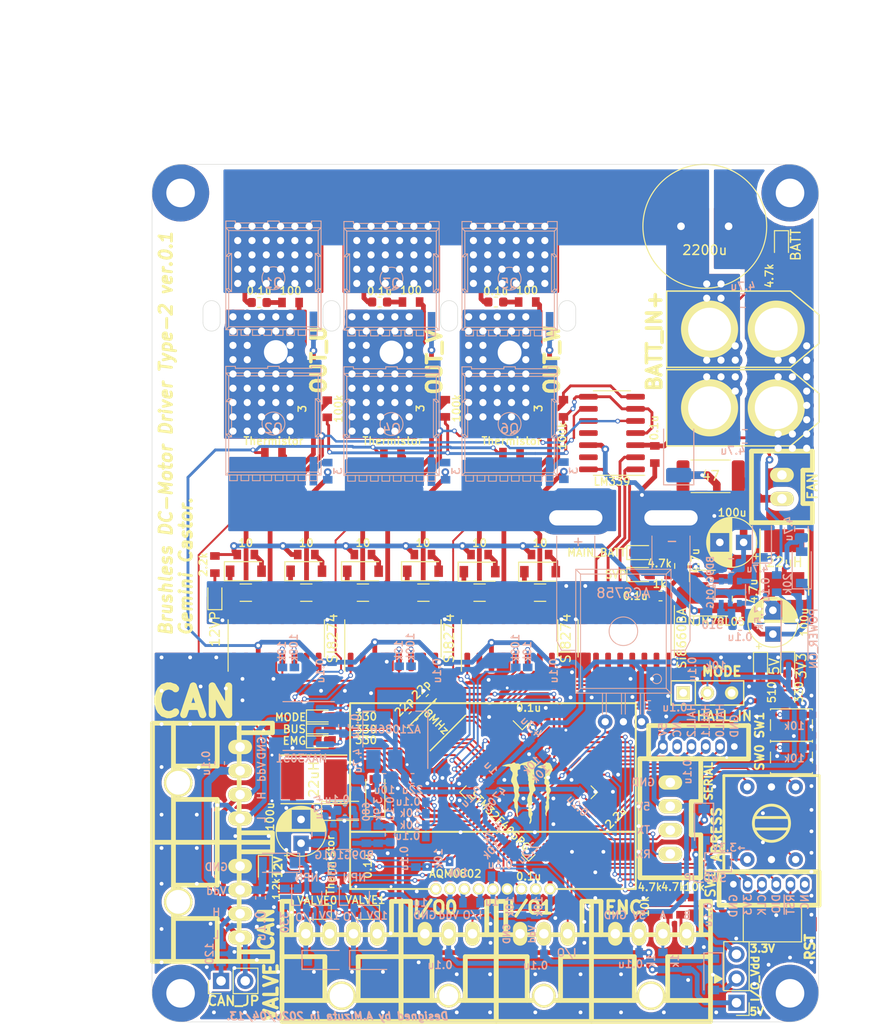
<source format=kicad_pcb>
(kicad_pcb (version 20171130) (host pcbnew "(5.1.6)-1")
  (layers (0 F.Cu signal) (31 B.Cu signal) (34 B.Paste user) (35 F.Paste user) (36 B.SilkS user) (37 F.SilkS user) (38 B.Mask user) (39 F.Mask user) (44 Edge.Cuts user))
  (net 0 "")
  (net 1 GND)
  (net 2 /OSC_IN)
  (net 3 /OSC_OUT)
  (net 4 +3V3)
  (net 5 "Net-(C4-Pad2)")
  (net 6 /FB_5V)
  (net 7 "Net-(C8-Pad1)")
  (net 8 "Net-(C8-Pad2)")
  (net 9 +12V)
  (net 10 "Net-(C15-Pad1)")
  (net 11 "Net-(C17-Pad1)")
  (net 12 +5V)
  (net 13 IO_Vdd)
  (net 14 /Drive_U_Temp)
  (net 15 /Drive_V_Temp)
  (net 16 /Drive_W_Temp)
  (net 17 /Subscribe_Temp)
  (net 18 "Net-(C36-Pad1)")
  (net 19 /OUT_U)
  (net 20 "Net-(C37-Pad1)")
  (net 21 GNDPWR)
  (net 22 /OUT_V)
  (net 23 "Net-(C38-Pad1)")
  (net 24 "Net-(C39-Pad1)")
  (net 25 /OUT_W)
  (net 26 "Net-(C40-Pad1)")
  (net 27 "Net-(C41-Pad1)")
  (net 28 "Net-(C43-Pad1)")
  (net 29 /FB_12P)
  (net 30 "Net-(C47-Pad2)")
  (net 31 "Net-(C47-Pad1)")
  (net 32 +Batt)
  (net 33 +BATT)
  (net 34 "Net-(D1-Pad2)")
  (net 35 "Net-(D5-Pad2)")
  (net 36 "Net-(D6-Pad2)")
  (net 37 "Net-(D7-Pad2)")
  (net 38 "Net-(D8-Pad2)")
  (net 39 "Net-(D9-Pad2)")
  (net 40 "Net-(D10-Pad2)")
  (net 41 "Net-(D11-Pad2)")
  (net 42 "Net-(D12-Pad2)")
  (net 43 "Net-(D13-Pad2)")
  (net 44 /SWCLK)
  (net 45 /SWDIO)
  (net 46 /~RST)
  (net 47 "Net-(J1-Pad6)")
  (net 48 /CAN_H)
  (net 49 /CAN_L)
  (net 50 "Net-(J4-Pad3)")
  (net 51 "Net-(J4-Pad4)")
  (net 52 /IO0_Pin)
  (net 53 /IO1_Pin)
  (net 54 /USARTX_RX)
  (net 55 /USARTX_TX)
  (net 56 "Net-(J8-Pad2)")
  (net 57 "Net-(JP2-Pad1)")
  (net 58 "Net-(Q1-PadG)")
  (net 59 "Net-(Q2-PadG)")
  (net 60 "Net-(Q3-PadG)")
  (net 61 "Net-(Q4-PadG)")
  (net 62 "Net-(Q5-PadG)")
  (net 63 "Net-(Q6-PadG)")
  (net 64 "Net-(R1-Pad1)")
  (net 65 /TIMx_CH1)
  (net 66 /TIMx_CH2)
  (net 67 /SW0)
  (net 68 /SW1)
  (net 69 /LED0)
  (net 70 /LED1)
  (net 71 "Net-(R15-Pad2)")
  (net 72 /Enable)
  (net 73 "Net-(R23-Pad1)")
  (net 74 "Net-(R24-Pad1)")
  (net 75 "Net-(R25-Pad1)")
  (net 76 /PWR_ON_Pin)
  (net 77 "Net-(R29-Pad1)")
  (net 78 "Net-(R32-Pad2)")
  (net 79 "Net-(R33-Pad2)")
  (net 80 "Net-(R34-Pad2)")
  (net 81 "Net-(R35-Pad2)")
  (net 82 "Net-(R36-Pad2)")
  (net 83 "Net-(R37-Pad2)")
  (net 84 "Net-(R38-Pad2)")
  (net 85 +12P)
  (net 86 /CAN1_TX)
  (net 87 /CAN1_RX)
  (net 88 "Net-(U3-Pad8)")
  (net 89 "Net-(U3-Pad24)")
  (net 90 /ADRESS_0)
  (net 91 /ADRESS_1)
  (net 92 /ADRESS_2)
  (net 93 /ADRESS_3)
  (net 94 "Net-(U7-Pad13)")
  (net 95 "Net-(U7-Pad12)")
  (net 96 "Net-(U7-Pad7)")
  (net 97 "Net-(U7-Pad2)")
  (net 98 /PWM_U)
  (net 99 /PWM_V)
  (net 100 "Net-(U8-Pad2)")
  (net 101 "Net-(U8-Pad7)")
  (net 102 "Net-(U8-Pad12)")
  (net 103 "Net-(U8-Pad13)")
  (net 104 /PWM_W)
  (net 105 "Net-(U9-Pad2)")
  (net 106 "Net-(U9-Pad7)")
  (net 107 "Net-(U9-Pad12)")
  (net 108 "Net-(U9-Pad13)")
  (net 109 "Net-(C61-Pad1)")
  (net 110 "Net-(C62-Pad2)")
  (net 111 "Net-(C62-Pad1)")
  (net 112 "Net-(D17-Pad1)")
  (net 113 "Net-(D18-Pad1)")
  (net 114 /VALVE_0)
  (net 115 /VALVE_1)
  (net 116 /I2Cx_SCL)
  (net 117 /I2Cx_SDA)
  (net 118 "Net-(U20-Pad1)")
  (net 119 "Net-(D19-Pad2)")
  (net 120 "Net-(D20-Pad2)")
  (net 121 "Net-(D21-Pad2)")
  (net 122 "Net-(D22-Pad2)")
  (net 123 "Net-(D23-Pad2)")
  (net 124 "Net-(D24-Pad2)")
  (net 125 "Net-(D25-Pad2)")
  (net 126 "Net-(D26-Pad2)")
  (net 127 "Net-(D27-Pad2)")
  (net 128 /HALL_0)
  (net 129 /HALL_1)
  (net 130 /HALL_2)
  (net 131 "Net-(J15-Pad5)")
  (net 132 /SW_MODE)
  (net 133 "Net-(SW4-Pad1)")
  (net 134 "Net-(U3-Pad50)")
  (net 135 "Net-(J1-Pad2)")
  (net 136 /Current)
  (net 137 "Net-(C31-Pad1)")
  (net 138 "Net-(C32-Pad1)")
  (net 139 "Net-(C34-Pad1)")
  (net 140 +5VP)
  (net 141 "Net-(D28-Pad2)")
  (net 142 /SIGNAL_U)
  (net 143 /SIGNAL_V)
  (net 144 /SIGNAL_W)
  (net 145 /LOCATION_W_SIGNAL)
  (net 146 /LOCATION_V_SIGNAL)
  (net 147 /LOCATION_U_SIGNAL)
  (net 148 /INVERTER_OUT)
  (net 149 /LED2)
  (net 150 /ZERO_CROSS)
  (net 151 "Net-(U3-Pad33)")
  (net 152 "Net-(U3-Pad34)")
  (net 153 "Net-(U10-Pad13)")
  (net 154 "Net-(ISO1-Pad2)")
  (net 155 "Net-(ISO1-Pad3)")
  (net 156 "Net-(ISO1-Pad4)")
  (net 157 "Net-(ISO1-Pad13)")
  (net 158 "Net-(ISO1-Pad14)")
  (net 159 "Net-(ISO1-Pad15)")
  (net 160 CAN_Vdd)
  (net 161 "Net-(U3-Pad37)")
  (net 162 "Net-(U3-Pad38)")
  (net 163 "Net-(U3-Pad39)")
  (net 164 "Net-(U10-Pad10)")
  (net 165 "Net-(U10-Pad11)")
  (module Diode_SMD:D_SOD-123 (layer F.Cu) (at 193.55 121.85)
    (fp_text reference D2 hide)
    (fp_text value DIODE)
    (pad 2 smd rect (at 1.65 0) (size 0.9 1.2) (layers F.Cu F.Paste F.Mask) (net 1 GND))
    (pad 1 smd rect (at -1.65 0) (size 0.9 1.2) (layers F.Cu F.Paste F.Mask) (net 7 "Net-(C8-Pad1)"))
  )
  (module Mizz_lib:HSOF-8-1 (layer B.Cu) (at 186.25 81.2 180)
    (fp_text reference Q2 (at 0 -0.5 180) (layer B.SilkS) (effects (justify mirror)))
    (fp_text value MOSFET_N)
    (pad S smd rect (at 0.6 -5 180) (size 8 3) (layers B.Cu B.Paste B.Mask) (net 148 /INVERTER_OUT))
    (pad G smd rect (at -4.2 -5 180) (size 0.8 3) (layers B.Cu B.Paste B.Mask) (net 59 "Net-(Q2-PadG)"))
    (pad D smd rect (at 0 2.5 180) (size 10 8) (layers B.Cu B.Paste B.Mask) (net 19 /OUT_U))
  )
  (module Capacitor_SMD:C_0603_1608Metric (layer F.Cu) (at 202.761306 110.106847 225)
    (fp_text reference C1 hide)
    (fp_text value 22p (at 0.003153 1.391694 45) (layer F.SilkS) (effects (font (size 0.8 0.8))))
    (pad 2 smd roundrect (at 0.7875 0 225) (size 0.875 0.95) (layers F.Cu F.Paste F.Mask) (net 1 GND))
    (pad 1 smd roundrect (at -0.7875 0 225) (size 0.875 0.95) (layers F.Cu F.Paste F.Mask) (net 2 /OSC_IN))
  )
  (module Capacitor_SMD:C_0603_1608Metric (layer F.Cu) (at 200.963694 111.911306 45)
    (fp_text reference C2 hide)
    (fp_text value 22p (at -0.001689 -1.396536 45) (layer F.SilkS) (effects (font (size 0.8 0.8))))
    (pad 1 smd roundrect (at -0.7875 0 45) (size 0.875 0.95) (layers F.Cu F.Paste F.Mask) (net 3 /OSC_OUT))
    (pad 2 smd roundrect (at 0.7875 0 45) (size 0.875 0.95) (layers F.Cu F.Paste F.Mask) (net 1 GND))
  )
  (module Capacitor_SMD:C_0603_1608Metric (layer B.Cu) (at 193.6 112.95 90)
    (fp_text reference C3 hide)
    (fp_text value 0.1u (at 0 1.2 90) (layer B.SilkS) (effects (font (size 0.8 0.8)) (justify mirror)))
    (pad 1 smd roundrect (at -0.7875 0 90) (size 0.875 0.95) (layers B.Cu B.Paste B.Mask) (net 4 +3V3))
    (pad 2 smd roundrect (at 0.7875 0 90) (size 0.875 0.95) (layers B.Cu B.Paste B.Mask) (net 1 GND))
  )
  (module Capacitor_SMD:C_0603_1608Metric (layer B.Cu) (at 198.5 124.35 270)
    (fp_text reference C4 hide)
    (fp_text value 0.1u (at -2.7 0 90) (layer B.SilkS) (effects (font (size 0.8 0.8)) (justify mirror)))
    (pad 2 smd roundrect (at 0.7875 0 270) (size 0.875 0.95) (layers B.Cu B.Paste B.Mask) (net 5 "Net-(C4-Pad2)"))
    (pad 1 smd roundrect (at -0.7875 0 270) (size 0.875 0.95) (layers B.Cu B.Paste B.Mask) (net 6 /FB_5V))
  )
  (module Capacitor_SMD:C_0603_1608Metric (layer B.Cu) (at 193.75 121.8)
    (fp_text reference C8 hide)
    (fp_text value 0.1u (at -0.8 -1.15) (layer B.SilkS) (effects (font (size 0.8 0.8)) (justify mirror)))
    (pad 1 smd roundrect (at -0.7875 0) (size 0.875 0.95) (layers B.Cu B.Paste B.Mask) (net 7 "Net-(C8-Pad1)"))
    (pad 2 smd roundrect (at 0.7875 0) (size 0.875 0.95) (layers B.Cu B.Paste B.Mask) (net 8 "Net-(C8-Pad2)"))
  )
  (module Capacitor_SMD:C_0603_1608Metric (layer B.Cu) (at 180.6 116.85 90)
    (fp_text reference C9 hide)
    (fp_text value 0.1u (at 0 -1.43 90) (layer B.SilkS) (effects (font (size 0.8 0.8)) (justify mirror)))
    (pad 2 smd roundrect (at 0.7875 0 90) (size 0.875 0.95) (layers B.Cu B.Paste B.Mask) (net 1 GND))
    (pad 1 smd roundrect (at -0.7875 0 90) (size 0.875 0.95) (layers B.Cu B.Paste B.Mask) (net 160 CAN_Vdd))
  )
  (module Capacitor_SMD:C_0603_1608Metric (layer B.Cu) (at 184.9 130.95 270)
    (fp_text reference C10 hide)
    (fp_text value 0.1u (at 2.975 0 90) (layer B.SilkS) (effects (justify mirror)))
    (pad 1 smd roundrect (at -0.7875 0 270) (size 0.875 0.95) (layers B.Cu B.Paste B.Mask) (net 160 CAN_Vdd))
    (pad 2 smd roundrect (at 0.7875 0 270) (size 0.875 0.95) (layers B.Cu B.Paste B.Mask) (net 1 GND))
  )
  (module Capacitor_SMD:C_0805_2012Metric (layer B.Cu) (at 191 124.3 90)
    (fp_text reference C12 hide)
    (fp_text value 4.7u (at 2.85 0 90) (layer B.SilkS) (effects (font (size 0.8 0.8)) (justify mirror)))
    (pad 2 smd roundrect (at 0.9375 0 90) (size 0.975 1.4) (layers B.Cu B.Paste B.Mask) (net 1 GND))
    (pad 1 smd roundrect (at -0.9375 0 90) (size 0.975 1.4) (layers B.Cu B.Paste B.Mask) (net 9 +12V))
  )
  (module Capacitor_THT:CP_Radial_D5.0mm_P2.50mm (layer F.Cu) (at 189.15 125.25 90)
    (fp_text reference C14 hide)
    (fp_text value 100u (at 2.8 -3.25 270) (layer F.SilkS) (effects (font (size 0.8 0.8))))
    (pad 1 thru_hole rect (at 0 0 90) (size 1.6 1.6) (drill 0.8) (layers *.Cu *.Mask) (net 9 +12V))
    (pad 2 thru_hole circle (at 2.5 0 90) (size 1.6 1.6) (drill 0.8) (layers *.Cu *.Mask) (net 1 GND))
  )
  (module Capacitor_SMD:C_0805_2012Metric (layer B.Cu) (at 195.1 119.5 270)
    (fp_text reference C18 hide)
    (fp_text value 4.7u (at -2.9 0 90) (layer B.SilkS) (effects (font (size 0.8 0.8)) (justify mirror)))
    (pad 2 smd roundrect (at 0.9375 0 270) (size 0.975 1.4) (layers B.Cu B.Paste B.Mask) (net 1 GND))
    (pad 1 smd roundrect (at -0.9375 0 270) (size 0.975 1.4) (layers B.Cu B.Paste B.Mask) (net 6 /FB_5V))
  )
  (module Capacitor_SMD:C_0603_1608Metric (layer B.Cu) (at 197.9 118.45)
    (fp_text reference C19 hide)
    (fp_text value 10u (at 0 1.2) (layer B.SilkS) (effects (font (size 0.8 0.8)) (justify mirror)))
    (pad 1 smd roundrect (at -0.7875 0) (size 0.875 0.95) (layers B.Cu B.Paste B.Mask) (net 12 +5V))
    (pad 2 smd roundrect (at 0.7875 0) (size 0.875 0.95) (layers B.Cu B.Paste B.Mask) (net 1 GND))
  )
  (module Capacitor_SMD:C_0603_1608Metric (layer B.Cu) (at 200.85 118.45)
    (fp_text reference C21 hide)
    (fp_text value 22u (at 0 1.2) (layer B.SilkS) (effects (font (size 0.8 0.8)) (justify mirror)))
    (pad 2 smd roundrect (at 0.7875 0) (size 0.875 0.95) (layers B.Cu B.Paste B.Mask) (net 1 GND))
    (pad 1 smd roundrect (at -0.7875 0) (size 0.875 0.95) (layers B.Cu B.Paste B.Mask) (net 4 +3V3))
  )
  (module Capacitor_SMD:C_0603_1608Metric (layer B.Cu) (at 225.7 110.8)
    (fp_text reference C33 hide)
    (fp_text value 0.1u (at 2.7 0.2) (layer B.SilkS) (effects (font (size 0.8 0.8)) (justify mirror)))
    (pad 1 smd roundrect (at -0.7875 0) (size 0.875 0.95) (layers B.Cu B.Paste B.Mask) (net 4 +3V3))
    (pad 2 smd roundrect (at 0.7875 0) (size 0.875 0.95) (layers B.Cu B.Paste B.Mask) (net 1 GND))
  )
  (module Capacitor_SMD:C_1206_3216Metric (layer F.Cu) (at 183.35 98.95)
    (fp_text reference C36 hide)
    (fp_text value 4.7u)
    (pad 1 smd roundrect (at -1.4 0) (size 1.25 1.75) (layers F.Cu F.Paste F.Mask) (roundrect_rratio 0.2) (net 18 "Net-(C36-Pad1)"))
    (pad 2 smd roundrect (at 1.4 0) (size 1.25 1.75) (layers F.Cu F.Paste F.Mask) (roundrect_rratio 0.2) (net 19 /OUT_U))
  )
  (module Capacitor_SMD:C_1206_3216Metric (layer F.Cu) (at 189.7 98.95)
    (fp_text reference C37 hide)
    (fp_text value 4.7u)
    (pad 1 smd roundrect (at -1.4 0) (size 1.25 1.75) (layers F.Cu F.Paste F.Mask) (roundrect_rratio 0.2) (net 20 "Net-(C37-Pad1)"))
    (pad 2 smd roundrect (at 1.4 0) (size 1.25 1.75) (layers F.Cu F.Paste F.Mask) (roundrect_rratio 0.2) (net 21 GNDPWR))
  )
  (module Capacitor_SMD:C_1206_3216Metric (layer F.Cu) (at 195.65 98.95)
    (fp_text reference C38 hide)
    (fp_text value 4.7u)
    (pad 2 smd roundrect (at 1.4 0) (size 1.25 1.75) (layers F.Cu F.Paste F.Mask) (roundrect_rratio 0.2) (net 22 /OUT_V))
    (pad 1 smd roundrect (at -1.4 0) (size 1.25 1.75) (layers F.Cu F.Paste F.Mask) (roundrect_rratio 0.2) (net 23 "Net-(C38-Pad1)"))
  )
  (module Capacitor_SMD:C_1206_3216Metric (layer F.Cu) (at 202 98.95)
    (fp_text reference C39 hide)
    (fp_text value 4.7u)
    (pad 2 smd roundrect (at 1.4 0) (size 1.25 1.75) (layers F.Cu F.Paste F.Mask) (roundrect_rratio 0.2) (net 21 GNDPWR))
    (pad 1 smd roundrect (at -1.4 0) (size 1.25 1.75) (layers F.Cu F.Paste F.Mask) (roundrect_rratio 0.2) (net 24 "Net-(C39-Pad1)"))
  )
  (module Capacitor_SMD:C_1206_3216Metric (layer F.Cu) (at 207.9 98.95)
    (fp_text reference C40 hide)
    (fp_text value 4.7u)
    (pad 2 smd roundrect (at 1.4 0) (size 1.25 1.75) (layers F.Cu F.Paste F.Mask) (roundrect_rratio 0.2) (net 25 /OUT_W))
    (pad 1 smd roundrect (at -1.4 0) (size 1.25 1.75) (layers F.Cu F.Paste F.Mask) (roundrect_rratio 0.2) (net 26 "Net-(C40-Pad1)"))
  )
  (module Capacitor_SMD:C_1206_3216Metric (layer F.Cu) (at 214.25 98.95)
    (fp_text reference C41 hide)
    (fp_text value 4.7u)
    (pad 1 smd roundrect (at -1.4 0) (size 1.25 1.75) (layers F.Cu F.Paste F.Mask) (roundrect_rratio 0.2) (net 27 "Net-(C41-Pad1)"))
    (pad 2 smd roundrect (at 1.4 0) (size 1.25 1.75) (layers F.Cu F.Paste F.Mask) (roundrect_rratio 0.2) (net 21 GNDPWR))
  )
  (module Capacitor_SMD:C_0603_1608Metric (layer F.Cu) (at 226.9 99.3 180)
    (fp_text reference C42 hide)
    (fp_text value 0.1u (at 2.65 0) (layer F.SilkS) (effects (font (size 0.8 0.8))))
    (pad 1 smd roundrect (at -0.7875 0 180) (size 0.875 0.95) (layers F.Cu F.Paste F.Mask) (net 140 +5VP))
    (pad 2 smd roundrect (at 0.7875 0 180) (size 0.875 0.95) (layers F.Cu F.Paste F.Mask) (net 21 GNDPWR))
  )
  (module Capacitor_SMD:C_0603_1608Metric (layer B.Cu) (at 235.25 102.4)
    (fp_text reference C43 hide)
    (fp_text value 0.1u (at 0 1.2) (layer B.SilkS) (effects (font (size 0.8 0.8)) (justify mirror)))
    (pad 1 smd roundrect (at -0.7875 0) (size 0.875 0.95) (layers B.Cu B.Paste B.Mask) (net 28 "Net-(C43-Pad1)"))
    (pad 2 smd roundrect (at 0.7875 0) (size 0.875 0.95) (layers B.Cu B.Paste B.Mask) (net 29 /FB_12P))
  )
  (module Capacitor_SMD:C_0603_1608Metric (layer B.Cu) (at 236.725 98.9 270)
    (fp_text reference C47 hide)
    (fp_text value 0.1u (at -0.25 -1.2 90) (layer B.SilkS) (effects (font (size 0.8 0.8)) (justify mirror)))
    (pad 2 smd roundrect (at 0.7875 0 270) (size 0.875 0.95) (layers B.Cu B.Paste B.Mask) (net 30 "Net-(C47-Pad2)"))
    (pad 1 smd roundrect (at -0.7875 0 270) (size 0.875 0.95) (layers B.Cu B.Paste B.Mask) (net 31 "Net-(C47-Pad1)"))
  )
  (module Capacitor_SMD:C_0805_2012Metric (layer B.Cu) (at 234.325 96.1 180)
    (fp_text reference C48 hide)
    (fp_text value 4.7u (at -2.75 -0.35 180) (layer B.SilkS) (effects (font (size 0.7 0.7)) (justify mirror)))
    (pad 2 smd roundrect (at 0.9375 0 180) (size 0.975 1.4) (layers B.Cu B.Paste B.Mask) (net 21 GNDPWR))
    (pad 1 smd roundrect (at -0.9375 0 180) (size 0.975 1.4) (layers B.Cu B.Paste B.Mask) (net 32 +Batt))
  )
  (module Mizz_lib:C_Radial_D13mm_H25.0mm_P5.00mm (layer F.Cu) (at 229.05 60.5)
    (fp_text reference C49 hide)
    (fp_text value 2200u (at 2.5 2.5 180) (layer F.SilkS))
    (pad 1 thru_hole circle (at 0 0) (size 1.6 1.6) (drill 0.8) (layers *.Cu *.Mask) (net 33 +BATT))
    (pad 2 thru_hole circle (at 5 0) (size 1.6 1.6) (drill 0.8) (layers *.Cu *.Mask) (net 21 GNDPWR))
  )
  (module Capacitor_THT:CP_Radial_D5.0mm_P2.50mm (layer F.Cu) (at 235.625 93.675 180)
    (fp_text reference C50 hide)
    (fp_text value 100u (at 1.2 3.125 180) (layer F.SilkS) (effects (font (size 0.8 0.8))))
    (pad 1 thru_hole rect (at 0 0 180) (size 1.6 1.6) (drill 0.8) (layers *.Cu *.Mask) (net 32 +Batt))
    (pad 2 thru_hole circle (at 2.5 0 180) (size 1.6 1.6) (drill 0.8) (layers *.Cu *.Mask) (net 21 GNDPWR))
  )
  (module Capacitor_SMD:C_0805_2012Metric (layer B.Cu) (at 235.75 82.55)
    (fp_text reference C55 hide)
    (fp_text value 4.7u (at -1.25 1.5 180) (layer B.SilkS) (effects (font (size 0.8 0.8)) (justify mirror)))
    (pad 1 smd roundrect (at -0.9375 0) (size 0.975 1.4) (layers B.Cu B.Paste B.Mask) (net 33 +BATT))
    (pad 2 smd roundrect (at 0.9375 0) (size 0.975 1.4) (layers B.Cu B.Paste B.Mask) (net 21 GNDPWR))
  )
  (module Capacitor_SMD:C_0805_2012Metric (layer B.Cu) (at 241.7 92.25 90)
    (fp_text reference C56 hide)
    (fp_text value 4.7u (at 0 -1.35 90) (layer B.SilkS) (effects (font (size 0.8 0.8)) (justify mirror)))
    (pad 1 smd roundrect (at -0.9375 0 90) (size 0.975 1.4) (layers B.Cu B.Paste B.Mask) (net 29 /FB_12P))
    (pad 2 smd roundrect (at 0.9375 0 90) (size 0.975 1.4) (layers B.Cu B.Paste B.Mask) (net 21 GNDPWR))
  )
  (module Capacitor_SMD:C_0805_2012Metric (layer B.Cu) (at 235.55 68.3)
    (fp_text reference C57 hide)
    (fp_text value 4.7u (at 0 -1.5) (layer B.SilkS) (effects (font (size 0.8 0.8)) (justify mirror)))
    (pad 1 smd roundrect (at -0.9375 0) (size 0.975 1.4) (layers B.Cu B.Paste B.Mask) (net 33 +BATT))
    (pad 2 smd roundrect (at 0.9375 0) (size 0.975 1.4) (layers B.Cu B.Paste B.Mask) (net 21 GNDPWR))
  )
  (module Capacitor_THT:CP_Radial_D5.0mm_P2.50mm (layer F.Cu) (at 238.7 103.3 90)
    (fp_text reference C58 hide)
    (fp_text value 100u (at 1.25 3.3 90) (layer F.SilkS) (effects (font (size 0.8 0.8))))
    (pad 2 thru_hole circle (at 2.5 0 90) (size 1.6 1.6) (drill 0.8) (layers *.Cu *.Mask) (net 21 GNDPWR))
    (pad 1 thru_hole rect (at 0 0 90) (size 1.6 1.6) (drill 0.8) (layers *.Cu *.Mask) (net 85 +12P))
  )
  (module Capacitor_SMD:C_0805_2012Metric (layer F.Cu) (at 235.15 99.575 90)
    (fp_text reference C59 hide)
    (fp_text value 4.7u (at 0.775 1.5 90) (layer F.SilkS) (effects (font (size 0.8 0.8))))
    (pad 2 smd roundrect (at 0.9375 0 90) (size 0.975 1.4) (layers F.Cu F.Paste F.Mask) (net 21 GNDPWR))
    (pad 1 smd roundrect (at -0.9375 0 90) (size 0.975 1.4) (layers F.Cu F.Paste F.Mask) (net 85 +12P))
  )
  (module Capacitor_SMD:C_0805_2012Metric (layer F.Cu) (at 229.1 96.15 90)
    (fp_text reference C60 hide)
    (fp_text value 4.7u (at 0.55 1.45 90) (layer F.SilkS) (effects (font (size 0.8 0.8))))
    (pad 1 smd roundrect (at -0.9375 0 90) (size 0.975 1.4) (layers F.Cu F.Paste F.Mask) (net 140 +5VP))
    (pad 2 smd roundrect (at 0.9375 0 90) (size 0.975 1.4) (layers F.Cu F.Paste F.Mask) (net 21 GNDPWR))
  )
  (module Diode_SMD:D_SOD-123 (layer B.Cu) (at 231.475 123.3 270)
    (fp_text reference D1 hide)
    (fp_text value DIODE)
    (pad 1 smd rect (at -1.65 0 270) (size 0.9 1.2) (layers B.Cu B.Paste B.Mask) (net 4 +3V3))
    (pad 2 smd rect (at 1.65 0 270) (size 0.9 1.2) (layers B.Cu B.Paste B.Mask) (net 34 "Net-(D1-Pad2)"))
  )
  (module Diode_SMD:D_SOD-123 (layer B.Cu) (at 186.75 127.3 180)
    (fp_text reference D3 hide)
    (fp_text value DIODE)
    (pad 2 smd rect (at 1.65 0 180) (size 0.9 1.2) (layers B.Cu B.Paste B.Mask) (net 160 CAN_Vdd))
    (pad 1 smd rect (at -1.65 0 180) (size 0.9 1.2) (layers B.Cu B.Paste B.Mask) (net 9 +12V))
  )
  (module Diode_SMD:D_SOD-123 (layer F.Cu) (at 196.95 120.2 90)
    (fp_text reference D4 hide)
    (fp_text value DIODE)
    (pad 2 smd rect (at 1.65 0 90) (size 0.9 1.2) (layers F.Cu F.Paste F.Mask) (net 6 /FB_5V))
    (pad 1 smd rect (at -1.65 0 90) (size 0.9 1.2) (layers F.Cu F.Paste F.Mask) (net 12 +5V))
  )
  (module LED_SMD:LED_0603_1608Metric (layer F.Cu) (at 191.2 112)
    (fp_text reference D5 hide)
    (fp_text value MODE (at -3.15 0.025) (layer F.SilkS) (effects (font (size 0.8 0.8))))
    (pad 2 smd roundrect (at 0.7875 0) (size 0.875 0.95) (layers F.Cu F.Paste F.Mask) (net 35 "Net-(D5-Pad2)"))
    (pad 1 smd roundrect (at -0.7875 0) (size 0.875 0.95) (layers F.Cu F.Paste F.Mask) (net 1 GND))
  )
  (module LED_SMD:LED_0603_1608Metric (layer F.Cu) (at 191.2 113.25)
    (fp_text reference D6 hide)
    (fp_text value BUS (at -2.75 0.025) (layer F.SilkS) (effects (font (size 0.8 0.8))))
    (pad 1 smd roundrect (at -0.7875 0) (size 0.875 0.95) (layers F.Cu F.Paste F.Mask) (net 1 GND))
    (pad 2 smd roundrect (at 0.7875 0) (size 0.875 0.95) (layers F.Cu F.Paste F.Mask) (net 36 "Net-(D6-Pad2)"))
  )
  (module Diode_SMD:D_SOD-123 (layer B.Cu) (at 232.45 139 270)
    (fp_text reference D7 hide)
    (fp_text value DIODE)
    (pad 2 smd rect (at 1.65 0 270) (size 0.9 1.2) (layers B.Cu B.Paste B.Mask) (net 37 "Net-(D7-Pad2)"))
    (pad 1 smd rect (at -1.65 0 270) (size 0.9 1.2) (layers B.Cu B.Paste B.Mask) (net 13 IO_Vdd))
  )
  (module Diode_SMD:D_SOD-123 (layer F.Cu) (at 183.35 96.7)
    (fp_text reference D8 hide)
    (fp_text value DIODE)
    (pad 1 smd rect (at -1.65 0) (size 0.9 1.2) (layers F.Cu F.Paste F.Mask) (net 18 "Net-(C36-Pad1)"))
    (pad 2 smd rect (at 1.65 0) (size 0.9 1.2) (layers F.Cu F.Paste F.Mask) (net 38 "Net-(D8-Pad2)"))
  )
  (module Diode_SMD:D_SOD-123 (layer F.Cu) (at 189.7 96.7)
    (fp_text reference D9 hide)
    (fp_text value DIODE)
    (pad 1 smd rect (at -1.65 0) (size 0.9 1.2) (layers F.Cu F.Paste F.Mask) (net 20 "Net-(C37-Pad1)"))
    (pad 2 smd rect (at 1.65 0) (size 0.9 1.2) (layers F.Cu F.Paste F.Mask) (net 39 "Net-(D9-Pad2)"))
  )
  (module Diode_SMD:D_SOD-123 (layer F.Cu) (at 195.65 96.7)
    (fp_text reference D10 hide)
    (fp_text value DIODE)
    (pad 2 smd rect (at 1.65 0) (size 0.9 1.2) (layers F.Cu F.Paste F.Mask) (net 40 "Net-(D10-Pad2)"))
    (pad 1 smd rect (at -1.65 0) (size 0.9 1.2) (layers F.Cu F.Paste F.Mask) (net 23 "Net-(C38-Pad1)"))
  )
  (module Diode_SMD:D_SOD-123 (layer F.Cu) (at 201.95 96.7)
    (fp_text reference D11 hide)
    (fp_text value DIODE)
    (pad 1 smd rect (at -1.65 0) (size 0.9 1.2) (layers F.Cu F.Paste F.Mask) (net 24 "Net-(C39-Pad1)"))
    (pad 2 smd rect (at 1.65 0) (size 0.9 1.2) (layers F.Cu F.Paste F.Mask) (net 41 "Net-(D11-Pad2)"))
  )
  (module Diode_SMD:D_SOD-123 (layer F.Cu) (at 207.9 96.75)
    (fp_text reference D12 hide)
    (fp_text value DIODE)
    (pad 2 smd rect (at 1.65 0) (size 0.9 1.2) (layers F.Cu F.Paste F.Mask) (net 42 "Net-(D12-Pad2)"))
    (pad 1 smd rect (at -1.65 0) (size 0.9 1.2) (layers F.Cu F.Paste F.Mask) (net 26 "Net-(C40-Pad1)"))
  )
  (module Diode_SMD:D_SOD-123 (layer F.Cu) (at 214.25 96.75)
    (fp_text reference D13 hide)
    (fp_text value DIODE)
    (pad 1 smd rect (at -1.65 0) (size 0.9 1.2) (layers F.Cu F.Paste F.Mask) (net 27 "Net-(C41-Pad1)"))
    (pad 2 smd rect (at 1.65 0) (size 0.9 1.2) (layers F.Cu F.Paste F.Mask) (net 43 "Net-(D13-Pad2)"))
  )
  (module Diode_SMD:D_SOD-123 (layer B.Cu) (at 237.55 93.6 90)
    (fp_text reference D14 hide)
    (fp_text value DIODE)
    (pad 1 smd rect (at -1.65 0 90) (size 0.9 1.2) (layers B.Cu B.Paste B.Mask) (net 31 "Net-(C47-Pad1)"))
    (pad 2 smd rect (at 1.65 0 90) (size 0.9 1.2) (layers B.Cu B.Paste B.Mask) (net 21 GNDPWR))
  )
  (module Diode_SMD:D_SOD-123 (layer B.Cu) (at 241.725 96.3 90)
    (fp_text reference D16 hide)
    (fp_text value DIODE)
    (pad 2 smd rect (at 1.65 0 90) (size 0.9 1.2) (layers B.Cu B.Paste B.Mask) (net 29 /FB_12P))
    (pad 1 smd rect (at -1.65 0 90) (size 0.9 1.2) (layers B.Cu B.Paste B.Mask) (net 85 +12P))
  )
  (module Mizz_lib:ZH_6P (layer F.Cu) (at 234.55 129.55)
    (fp_text reference J1 hide)
    (fp_text value SWD (at -2.4 -0.15 270) (layer F.SilkS) (effects (font (thickness 0.2))))
    (pad 1 thru_hole oval (at 0 0) (size 1 1.524) (drill 0.7) (layers *.Cu *.Mask) (net 1 GND))
    (pad 2 thru_hole oval (at 1.5 0) (size 1 1.524) (drill 0.7) (layers *.Cu *.Mask) (net 135 "Net-(J1-Pad2)"))
    (pad 3 thru_hole oval (at 3 0) (size 1 1.524) (drill 0.7) (layers *.Cu *.Mask) (net 44 /SWCLK))
    (pad 4 thru_hole oval (at 4.5 0) (size 1 1.524) (drill 0.7) (layers *.Cu *.Mask) (net 45 /SWDIO))
    (pad 5 thru_hole oval (at 6 0) (size 1 1.524) (drill 0.7) (layers *.Cu *.Mask) (net 46 /~RST))
    (pad 6 thru_hole oval (at 7.5 0) (size 1 1.524) (drill 0.7) (layers *.Cu *.Mask) (net 47 "Net-(J1-Pad6)"))
  )
  (module Mizz_lib:XA_4L (layer F.Cu) (at 182.75 115.15 270)
    (fp_text reference J2 hide)
    (fp_text value CAN (at -4.75 4.85 180) (layer F.SilkS) (effects (font (size 3 3) (thickness 0.75))))
    (pad 1 thru_hole oval (at 0 0 270) (size 1.5 2.5) (drill 1) (layers *.Cu *.Mask F.SilkS) (net 1 GND))
    (pad 2 thru_hole oval (at 2.5 0 270) (size 1.5 2.5) (drill 1) (layers *.Cu *.Mask F.SilkS) (net 160 CAN_Vdd))
    (pad 3 thru_hole oval (at 5 0 270) (size 1.5 2.5) (drill 1) (layers *.Cu *.Mask F.SilkS) (net 48 /CAN_H))
    (pad 4 thru_hole oval (at 7.5 0 270) (size 1.5 2.5) (drill 1) (layers *.Cu *.Mask F.SilkS) (net 49 /CAN_L))
    (pad "" thru_hole circle (at 3.75 6.5 270) (size 3 3) (drill 2.5) (layers *.Cu *.Mask F.SilkS))
  )
  (module Mizz_lib:XA_4L (layer F.Cu) (at 182.75 127.65 270)
    (fp_text reference J3 hide)
    (fp_text value CAN (at 6.6 -2.75 90) (layer F.SilkS) (effects (font (size 1.5 1.5) (thickness 0.375))))
    (pad "" thru_hole circle (at 3.75 6.5 270) (size 3 3) (drill 2.5) (layers *.Cu *.Mask F.SilkS))
    (pad 4 thru_hole oval (at 7.5 0 270) (size 1.5 2.5) (drill 1) (layers *.Cu *.Mask F.SilkS) (net 49 /CAN_L))
    (pad 3 thru_hole oval (at 5 0 270) (size 1.5 2.5) (drill 1) (layers *.Cu *.Mask F.SilkS) (net 48 /CAN_H))
    (pad 2 thru_hole oval (at 2.5 0 270) (size 1.5 2.5) (drill 1) (layers *.Cu *.Mask F.SilkS) (net 160 CAN_Vdd))
    (pad 1 thru_hole oval (at 0 0 270) (size 1.5 2.5) (drill 1) (layers *.Cu *.Mask F.SilkS) (net 1 GND))
  )
  (module Mizz_lib:XA_4L (layer F.Cu) (at 222.15 134.75)
    (fp_text reference J4 hide)
    (fp_text value ENC (at 0.85 -2.75) (layer F.SilkS) (effects (font (size 1.3 1.3) (thickness 0.325))))
    (pad 1 thru_hole oval (at 0 0) (size 1.5 2.5) (drill 1) (layers *.Cu *.Mask F.SilkS) (net 1 GND))
    (pad 2 thru_hole oval (at 2.5 0) (size 1.5 2.5) (drill 1) (layers *.Cu *.Mask F.SilkS) (net 12 +5V))
    (pad 3 thru_hole oval (at 5 0) (size 1.5 2.5) (drill 1) (layers *.Cu *.Mask F.SilkS) (net 50 "Net-(J4-Pad3)"))
    (pad 4 thru_hole oval (at 7.5 0) (size 1.5 2.5) (drill 1) (layers *.Cu *.Mask F.SilkS) (net 51 "Net-(J4-Pad4)"))
    (pad "" thru_hole circle (at 3.75 6.5) (size 3 3) (drill 2.5) (layers *.Cu *.Mask F.SilkS))
  )
  (module Mizz_lib:XA_3L (layer F.Cu) (at 202.15 134.75)
    (fp_text reference J5 hide)
    (fp_text value I/O0 (at 1.1 -2.75) (layer F.SilkS) (effects (font (size 1.3 1.3) (thickness 0.325))))
    (pad "" thru_hole circle (at 2.5 6.5) (size 2.5 2.5) (drill 2) (layers *.Cu *.Mask F.SilkS))
    (pad 3 thru_hole oval (at 5 0) (size 1.5 2.5) (drill 1) (layers *.Cu *.Mask F.SilkS) (net 52 /IO0_Pin))
    (pad 2 thru_hole oval (at 2.5 0) (size 1.5 2.5) (drill 1) (layers *.Cu *.Mask F.SilkS) (net 13 IO_Vdd))
    (pad 1 thru_hole oval (at 0 0) (size 1.5 2.5) (drill 1) (layers *.Cu *.Mask F.SilkS) (net 1 GND))
  )
  (module Mizz_lib:XA_3L (layer F.Cu) (at 212.15 134.75)
    (fp_text reference J6 hide)
    (fp_text value I/O1 (at 1.1 -2.75) (layer F.SilkS) (effects (font (size 1.3 1.3) (thickness 0.325))))
    (pad 1 thru_hole oval (at 0 0) (size 1.5 2.5) (drill 1) (layers *.Cu *.Mask F.SilkS) (net 1 GND))
    (pad 2 thru_hole oval (at 2.5 0) (size 1.5 2.5) (drill 1) (layers *.Cu *.Mask F.SilkS) (net 13 IO_Vdd))
    (pad 3 thru_hole oval (at 5 0) (size 1.5 2.5) (drill 1) (layers *.Cu *.Mask F.SilkS) (net 53 /IO1_Pin))
    (pad "" thru_hole circle (at 2.5 6.5) (size 2.5 2.5) (drill 2) (layers *.Cu *.Mask F.SilkS))
  )
  (module Mizz_lib:XA_4P (layer F.Cu) (at 227.925 126.375 90)
    (fp_text reference J7 hide)
    (fp_text value SERIAL (at 7.625 4.025 270) (layer F.SilkS) (effects (font (size 0.8 0.8) (thickness 0.2))))
    (pad 4 thru_hole oval (at 0 0 90) (size 1.5 2.5) (drill 1) (layers *.Cu *.Mask F.SilkS) (net 54 /USARTX_RX))
    (pad 3 thru_hole oval (at 2.5 0 90) (size 1.5 2.5) (drill 1) (layers *.Cu *.Mask F.SilkS) (net 55 /USARTX_TX))
    (pad 2 thru_hole oval (at 5 0 90) (size 1.5 2.5) (drill 1) (layers *.Cu *.Mask F.SilkS) (net 12 +5V))
    (pad 1 thru_hole oval (at 7.5 0 90) (size 1.5 2.5) (drill 1) (layers *.Cu *.Mask F.SilkS) (net 1 GND))
  )
  (module Mizz_lib:XA_2P (layer F.Cu) (at 239.65 89.1 90)
    (fp_text reference J8 hide)
    (fp_text value FAN (at 1.3 3.2 90) (layer F.SilkS) (effects (font (thickness 0.2))))
    (pad 1 thru_hole oval (at 2.5 0 90) (size 1.5 2.5) (drill 1) (layers *.Cu *.Mask F.SilkS) (net 21 GNDPWR))
    (pad 2 thru_hole oval (at 0 0 90) (size 1.5 2.5) (drill 1) (layers *.Cu *.Mask F.SilkS) (net 56 "Net-(J8-Pad2)"))
  )
  (module Mizz_lib:XT60_F (layer F.Cu) (at 235.55 79.55 180)
    (fp_text reference J9)
    (fp_text value BATT_IN (at 9.3 6.05 90 unlocked) (layer F.SilkS) (effects (font (size 1.5 1.5) (thickness 0.375))))
    (pad 2 thru_hole circle (at 3.5 0 180) (size 6 6) (drill 4.5) (layers *.Cu *.Mask F.SilkS) (net 33 +BATT))
    (pad 1 thru_hole circle (at -3.5 0 180) (size 6 6) (drill 4.5) (layers *.Cu *.Mask F.SilkS) (net 21 GNDPWR))
  )
  (module Mizz_lib:XT60_M (layer F.Cu) (at 235.55 71.3 180)
    (fp_text reference J10 hide)
    (fp_text value BATT_IN)
    (pad 1 thru_hole circle (at -3.5 0 180) (size 6 6) (drill 4.5) (layers *.Cu *.Mask F.SilkS) (net 21 GNDPWR))
    (pad 2 thru_hole circle (at 3.5 0 180) (size 6 6) (drill 4.5) (layers *.Cu *.Mask F.SilkS) (net 33 +BATT))
  )
  (module Jumper:SolderJumper-2_P1.3mm_Open_TrianglePad1.0x1.5mm (layer B.Cu) (at 232.95 127.25 180)
    (fp_text reference JP1 hide)
    (fp_text value SWD_JP (at 1.35 -1.65) (layer B.SilkS) (effects (font (size 0.8 0.8)) (justify mirror)))
    (pad 2 smd custom (at 0.725 0 180) (size 0.3 0.3) (layers B.Cu B.Mask) (net 34 "Net-(D1-Pad2)") (options (clearance outline) (anchor rect)) (primitives (gr_poly (pts (xy -0.65 0.75) (xy 0.5 0.75) (xy 0.5 -0.75) (xy -0.65 -0.75) (xy -0.15 0)) (width 0))))
    (pad 1 smd custom (at -0.725 0 180) (size 0.3 0.3) (layers B.Cu B.Mask) (net 135 "Net-(J1-Pad2)") (options (clearance outline) (anchor rect)) (primitives (gr_poly (pts (xy -0.5 0.75) (xy 0.5 0.75) (xy 1 0) (xy 0.5 -0.75) (xy -0.5 -0.75)) (width 0))))
  )
  (module Connector_PinHeader_2.54mm:PinHeader_1x02_P2.54mm_Vertical (layer F.Cu) (at 180.75 139.7 90)
    (fp_text reference JP2 hide)
    (fp_text value CAN_JP (at -2.1 1.3 180) (layer F.SilkS) (effects (font (thickness 0.2))))
    (pad 1 thru_hole rect (at 0 0 90) (size 1.7 1.7) (drill 1) (layers *.Cu *.Mask) (net 57 "Net-(JP2-Pad1)"))
    (pad 2 thru_hole oval (at 0 2.54 90) (size 1.7 1.7) (drill 1) (layers *.Cu *.Mask) (net 49 /CAN_L))
  )
  (module Connector_PinHeader_2.54mm:PinHeader_1x03_P2.54mm_Vertical (layer F.Cu) (at 234.875 141.99 180)
    (fp_text reference JP3 hide)
    (fp_text value I/O_Vdd (at -1.975 2.525 90) (layer F.SilkS) (effects (font (size 0.8 0.8) (thickness 0.2))))
    (pad 1 thru_hole rect (at 0 0 180) (size 1.7 1.7) (drill 1) (layers *.Cu *.Mask) (net 12 +5V))
    (pad 2 thru_hole oval (at 0 2.54 180) (size 1.7 1.7) (drill 1) (layers *.Cu *.Mask) (net 37 "Net-(D7-Pad2)"))
    (pad 3 thru_hole oval (at 0 5.08 180) (size 1.7 1.7) (drill 1) (layers *.Cu *.Mask) (net 4 +3V3))
  )
  (module Mizz_lib:Inductor_Taiyo-Yuden_NR-50xx_HandSoldering (layer F.Cu) (at 190.5 118.55)
    (fp_text reference L1 hide)
    (fp_text value 22uH (at 0 0 90) (layer F.SilkS))
    (pad 1 smd rect (at -2.25 0) (size 2.4 4.2) (layers F.Cu F.Paste F.Mask) (net 7 "Net-(C8-Pad1)"))
    (pad 2 smd rect (at 2.25 0) (size 2.4 4.2) (layers F.Cu F.Paste F.Mask) (net 6 /FB_5V))
  )
  (module Mizz_lib:Inductor_Taiyo-Yuden_NR-50xx_HandSoldering (layer F.Cu) (at 239.9 95.75 270)
    (fp_text reference L2 hide)
    (fp_text value 22uH (at 0 0) (layer F.SilkS))
    (pad 2 smd rect (at 2.25 0 270) (size 2.4 4.2) (layers F.Cu F.Paste F.Mask) (net 29 /FB_12P))
    (pad 1 smd rect (at -2.25 0 270) (size 2.4 4.2) (layers F.Cu F.Paste F.Mask) (net 31 "Net-(C47-Pad1)"))
  )
  (module Mizz_lib:HSOF-8-1 (layer B.Cu) (at 186.25 65.95 180)
    (fp_text reference Q1 (at 0 -0.5 180) (layer B.SilkS) (effects (justify mirror)))
    (fp_text value MOSFET_N)
    (pad S smd rect (at 0.6 -5 180) (size 8 3) (layers B.Cu B.Paste B.Mask) (net 19 /OUT_U))
    (pad G smd rect (at -4.2 -5 180) (size 0.8 3) (layers B.Cu B.Paste B.Mask) (net 58 "Net-(Q1-PadG)"))
    (pad D smd rect (at 0 2.5 180) (size 10 8) (layers B.Cu B.Paste B.Mask) (net 33 +BATT))
  )
  (module Mizz_lib:HSOF-8-1 (layer B.Cu) (at 198.65 66 180)
    (fp_text reference Q3 (at 0 -0.5 180) (layer B.SilkS) (effects (justify mirror)))
    (fp_text value MOSFET_N)
    (pad D smd rect (at 0 2.5 180) (size 10 8) (layers B.Cu B.Paste B.Mask) (net 33 +BATT))
    (pad G smd rect (at -4.2 -5 180) (size 0.8 3) (layers B.Cu B.Paste B.Mask) (net 60 "Net-(Q3-PadG)"))
    (pad S smd rect (at 0.6 -5 180) (size 8 3) (layers B.Cu B.Paste B.Mask) (net 22 /OUT_V))
  )
  (module Mizz_lib:HSOF-8-1 (layer B.Cu) (at 198.65 81.25 180)
    (fp_text reference Q4 (at 0 -0.5) (layer B.SilkS) (effects (justify mirror)))
    (fp_text value MOSFET_N)
    (pad D smd rect (at 0 2.5 180) (size 10 8) (layers B.Cu B.Paste B.Mask) (net 22 /OUT_V))
    (pad G smd rect (at -4.2 -5 180) (size 0.8 3) (layers B.Cu B.Paste B.Mask) (net 61 "Net-(Q4-PadG)"))
    (pad S smd rect (at 0.6 -5 180) (size 8 3) (layers B.Cu B.Paste B.Mask) (net 148 /INVERTER_OUT))
  )
  (module Mizz_lib:HSOF-8-1 (layer B.Cu) (at 211.05 66 180)
    (fp_text reference Q5 (at 0 -0.5) (layer B.SilkS) (effects (justify mirror)))
    (fp_text value MOSFET_N)
    (pad S smd rect (at 0.6 -5 180) (size 8 3) (layers B.Cu B.Paste B.Mask) (net 25 /OUT_W))
    (pad G smd rect (at -4.2 -5 180) (size 0.8 3) (layers B.Cu B.Paste B.Mask) (net 62 "Net-(Q5-PadG)"))
    (pad D smd rect (at 0 2.5 180) (size 10 8) (layers B.Cu B.Paste B.Mask) (net 33 +BATT))
  )
  (module Mizz_lib:HSOF-8-1 (layer B.Cu) (at 211.05 81.25 180)
    (fp_text reference Q6 (at 0 -0.5) (layer B.SilkS) (effects (justify mirror)))
    (fp_text value MOSFET_N)
    (pad D smd rect (at 0 2.5 180) (size 10 8) (layers B.Cu B.Paste B.Mask) (net 25 /OUT_W))
    (pad G smd rect (at -4.2 -5 180) (size 0.8 3) (layers B.Cu B.Paste B.Mask) (net 63 "Net-(Q6-PadG)"))
    (pad S smd rect (at 0.6 -5 180) (size 8 3) (layers B.Cu B.Paste B.Mask) (net 148 /INVERTER_OUT))
  )
  (module Mizz_lib:1608_WP (layer B.Cu) (at 215.2 115.35 45)
    (fp_text reference R1 hide)
    (fp_text value 10k (at -2.510229 0.388909 45) (layer B.SilkS) (effects (font (size 0.8 0.8)) (justify bottom mirror)))
    (pad 1 smd rect (at -0.9 0 45) (size 0.8 1) (layers B.Cu B.Paste B.Mask) (net 64 "Net-(R1-Pad1)"))
    (pad 2 smd rect (at 0.9 0 45) (size 0.8 1) (layers B.Cu B.Paste B.Mask) (net 1 GND))
  )
  (module Mizz_lib:1608_WP (layer B.Cu) (at 197.25 124.35 270)
    (fp_text reference R2 hide)
    (fp_text value 3.9k (at -2.7 -0.45 90) (layer B.SilkS) (effects (font (size 0.8 0.8)) (justify bottom mirror)))
    (pad 2 smd rect (at 0.9 0 270) (size 0.8 1) (layers B.Cu B.Paste B.Mask) (net 5 "Net-(C4-Pad2)"))
    (pad 1 smd rect (at -0.9 0 270) (size 0.8 1) (layers B.Cu B.Paste B.Mask) (net 6 /FB_5V))
  )
  (module Mizz_lib:1608_WP (layer B.Cu) (at 196 124.35 90)
    (fp_text reference R3 hide)
    (fp_text value 680 (at 2.4 0.4 90) (layer B.SilkS) (effects (font (size 0.7 0.7)) (justify bottom mirror)))
    (pad 1 smd rect (at -0.9 0 90) (size 0.8 1) (layers B.Cu B.Paste B.Mask) (net 5 "Net-(C4-Pad2)"))
    (pad 2 smd rect (at 0.9 0 90) (size 0.8 1) (layers B.Cu B.Paste B.Mask) (net 1 GND))
  )
  (module Mizz_lib:1608_WP (layer B.Cu) (at 180.75 136.85 90)
    (fp_text reference R4 hide)
    (fp_text value 120 (at 0 -0.75 270) (layer B.SilkS) (effects (font (size 0.8 0.8)) (justify bottom mirror)))
    (pad 2 smd rect (at 0.9 0 90) (size 0.8 1) (layers B.Cu B.Paste B.Mask) (net 48 /CAN_H))
    (pad 1 smd rect (at -0.9 0 90) (size 0.8 1) (layers B.Cu B.Paste B.Mask) (net 57 "Net-(JP2-Pad1)"))
  )
  (module Mizz_lib:1608_WP (layer F.Cu) (at 230.275 131.85 90)
    (fp_text reference R5 hide)
    (fp_text value 10k (at 1.55 0.2 180) (layer F.SilkS) (effects (font (size 0.8 0.8)) (justify bottom)))
    (pad 1 smd rect (at -0.9 0 90) (size 0.8 1) (layers F.Cu F.Paste F.Mask) (net 1 GND))
    (pad 2 smd rect (at 0.9 0 90) (size 0.8 1) (layers F.Cu F.Paste F.Mask) (net 65 /TIMx_CH1))
  )
  (module Mizz_lib:1608_WP (layer F.Cu) (at 226.475 131.875 90)
    (fp_text reference R6 hide)
    (fp_text value 10k (at 0 -0.75 90) (layer F.SilkS) (effects (font (size 0.8 0.8)) (justify bottom)))
    (pad 1 smd rect (at -0.9 0 90) (size 0.8 1) (layers F.Cu F.Paste F.Mask) (net 1 GND))
    (pad 2 smd rect (at 0.9 0 90) (size 0.8 1) (layers F.Cu F.Paste F.Mask) (net 66 /TIMx_CH2))
  )
  (module Mizz_lib:1608_WP (layer B.Cu) (at 240.95 115.2 180)
    (fp_text reference R7 hide)
    (fp_text value 10k (at 0 -1.6) (layer B.SilkS) (effects (font (size 0.8 0.8)) (justify bottom mirror)))
    (pad 1 smd rect (at -0.9 0 180) (size 0.8 1) (layers B.Cu B.Paste B.Mask) (net 4 +3V3))
    (pad 2 smd rect (at 0.9 0 180) (size 0.8 1) (layers B.Cu B.Paste B.Mask) (net 67 /SW0))
  )
  (module Mizz_lib:1608_WP (layer F.Cu) (at 227.675 131.875 90)
    (fp_text reference R8 hide)
    (fp_text value 4.7k (at 1.55 -1.9 180) (layer F.SilkS) (effects (font (size 0.8 0.8)) (justify bottom)))
    (pad 2 smd rect (at 0.9 0 90) (size 0.8 1) (layers F.Cu F.Paste F.Mask) (net 66 /TIMx_CH2))
    (pad 1 smd rect (at -0.9 0 90) (size 0.8 1) (layers F.Cu F.Paste F.Mask) (net 50 "Net-(J4-Pad3)"))
  )
  (module Mizz_lib:1608_WP (layer F.Cu) (at 229.05 131.85 90)
    (fp_text reference R9 hide)
    (fp_text value 4.7k (at 1.55 -0.825 180) (layer F.SilkS) (effects (font (size 0.8 0.8)) (justify bottom)))
    (pad 1 smd rect (at -0.9 0 90) (size 0.8 1) (layers F.Cu F.Paste F.Mask) (net 51 "Net-(J4-Pad4)"))
    (pad 2 smd rect (at 0.9 0 90) (size 0.8 1) (layers F.Cu F.Paste F.Mask) (net 65 /TIMx_CH1))
  )
  (module Mizz_lib:1608_WP (layer B.Cu) (at 229.65 137.6 270)
    (fp_text reference R10 hide)
    (fp_text value 1k (at 0 0.775 270) (layer B.SilkS) (effects (font (size 0.8 0.8)) (justify bottom mirror)))
    (pad 2 smd rect (at 0.9 0 270) (size 0.8 1) (layers B.Cu B.Paste B.Mask) (net 12 +5V))
    (pad 1 smd rect (at -0.9 0 270) (size 0.8 1) (layers B.Cu B.Paste B.Mask) (net 51 "Net-(J4-Pad4)"))
  )
  (module Mizz_lib:1608_WP (layer B.Cu) (at 240.95 111.775 180)
    (fp_text reference R11 hide)
    (fp_text value 10k (at 0 -1.625) (layer B.SilkS) (effects (font (size 0.8 0.8)) (justify bottom mirror)))
    (pad 2 smd rect (at 0.9 0 180) (size 0.8 1) (layers B.Cu B.Paste B.Mask) (net 68 /SW1))
    (pad 1 smd rect (at -0.9 0 180) (size 0.8 1) (layers B.Cu B.Paste B.Mask) (net 4 +3V3))
  )
  (module Mizz_lib:1608_WP (layer B.Cu) (at 227.15 137.6 270)
    (fp_text reference R12 hide)
    (fp_text value 1k (at 0 0.775 270) (layer B.SilkS) (effects (font (size 0.8 0.8)) (justify bottom mirror)))
    (pad 1 smd rect (at -0.9 0 270) (size 0.8 1) (layers B.Cu B.Paste B.Mask) (net 50 "Net-(J4-Pad3)"))
    (pad 2 smd rect (at 0.9 0 270) (size 0.8 1) (layers B.Cu B.Paste B.Mask) (net 12 +5V))
  )
  (module Mizz_lib:1608_WP (layer F.Cu) (at 193.3 112 180)
    (fp_text reference R13 hide)
    (fp_text value 330 (at -2.675 -0.425) (layer F.SilkS) (effects (font (size 0.8 0.8)) (justify bottom)))
    (pad 1 smd rect (at -0.9 0 180) (size 0.8 1) (layers F.Cu F.Paste F.Mask) (net 69 /LED0))
    (pad 2 smd rect (at 0.9 0 180) (size 0.8 1) (layers F.Cu F.Paste F.Mask) (net 35 "Net-(D5-Pad2)"))
  )
  (module Mizz_lib:1608_WP (layer F.Cu) (at 193.3 113.25 180)
    (fp_text reference R14 hide)
    (fp_text value 330 (at -2.675 -0.525) (layer F.SilkS) (effects (font (size 0.8 0.8)) (justify bottom)))
    (pad 1 smd rect (at -0.9 0 180) (size 0.8 1) (layers F.Cu F.Paste F.Mask) (net 70 /LED1))
    (pad 2 smd rect (at 0.9 0 180) (size 0.8 1) (layers F.Cu F.Paste F.Mask) (net 36 "Net-(D6-Pad2)"))
  )
  (module Mizz_lib:1608_WP (layer B.Cu) (at 211 124.25 45)
    (fp_text reference R15 hide)
    (fp_text value 10k (at -2.510229 0.388909 45) (layer B.SilkS) (effects (font (size 0.8 0.8)) (justify bottom mirror)))
    (pad 2 smd rect (at 0.9 0 45) (size 0.8 1) (layers B.Cu B.Paste B.Mask) (net 71 "Net-(R15-Pad2)"))
    (pad 1 smd rect (at -0.9 0 45) (size 0.8 1) (layers B.Cu B.Paste B.Mask) (net 4 +3V3))
  )
  (module Mizz_lib:1608_WP (layer B.Cu) (at 202.4 126.85 90)
    (fp_text reference R16 hide)
    (fp_text value 10k (at 0 1.65 90) (layer B.SilkS) (effects (font (size 0.8 0.8)) (justify bottom mirror)))
    (pad 1 smd rect (at -0.9 0 90) (size 0.8 1) (layers B.Cu B.Paste B.Mask) (net 14 /Drive_U_Temp))
    (pad 2 smd rect (at 0.9 0 90) (size 0.8 1) (layers B.Cu B.Paste B.Mask) (net 1 GND))
  )
  (module Mizz_lib:1608_WP (layer B.Cu) (at 203.15 123.35)
    (fp_text reference R17 hide)
    (fp_text value 10k (at -2.55 0.45) (layer B.SilkS) (effects (font (size 0.8 0.8)) (justify bottom mirror)))
    (pad 2 smd rect (at 0.9 0) (size 0.8 1) (layers B.Cu B.Paste B.Mask) (net 1 GND))
    (pad 1 smd rect (at -0.9 0) (size 0.8 1) (layers B.Cu B.Paste B.Mask) (net 15 /Drive_V_Temp))
  )
  (module Mizz_lib:1608_WP (layer B.Cu) (at 203.15 122.15)
    (fp_text reference R18 hide)
    (fp_text value 10k (at -2.55 0.4) (layer B.SilkS) (effects (font (size 0.8 0.8)) (justify bottom mirror)))
    (pad 1 smd rect (at -0.9 0) (size 0.8 1) (layers B.Cu B.Paste B.Mask) (net 16 /Drive_W_Temp))
    (pad 2 smd rect (at 0.9 0) (size 0.8 1) (layers B.Cu B.Paste B.Mask) (net 1 GND))
  )
  (module Mizz_lib:1608_WP (layer B.Cu) (at 205.65 127.15)
    (fp_text reference R19 hide)
    (fp_text value 10k (at 0 1.65) (layer B.SilkS) (effects (font (size 0.8 0.8)) (justify bottom mirror)))
    (pad 1 smd rect (at -0.9 0) (size 0.8 1) (layers B.Cu B.Paste B.Mask) (net 17 /Subscribe_Temp))
    (pad 2 smd rect (at 0.9 0) (size 0.8 1) (layers B.Cu B.Paste B.Mask) (net 1 GND))
  )
  (module Mizz_lib:1608_WP (layer B.Cu) (at 187.2 107.7 270)
    (fp_text reference R20 hide)
    (fp_text value 10k (at -1.4 -0.4 90) (layer B.SilkS) (effects (font (size 0.8 0.8)) (justify right bottom mirror)))
    (pad 1 smd rect (at -0.9 0 270) (size 0.8 1) (layers B.Cu B.Paste B.Mask) (net 72 /Enable))
    (pad 2 smd rect (at 0.9 0 270) (size 0.8 1) (layers B.Cu B.Paste B.Mask) (net 1 GND))
  )
  (module Mizz_lib:1608_WP (layer B.Cu) (at 199.45 107.575 270)
    (fp_text reference R21 hide)
    (fp_text value 10k (at -1.375 -0.425 90) (layer B.SilkS) (effects (font (size 0.8 0.8)) (justify right bottom mirror)))
    (pad 1 smd rect (at -0.9 0 270) (size 0.8 1) (layers B.Cu B.Paste B.Mask) (net 72 /Enable))
    (pad 2 smd rect (at 0.9 0 270) (size 0.8 1) (layers B.Cu B.Paste B.Mask) (net 1 GND))
  )
  (module Mizz_lib:1608_WP (layer B.Cu) (at 211.7 107.7 270)
    (fp_text reference R22 hide)
    (fp_text value 100k (at -1.375 -0.425 90) (layer B.SilkS) (effects (font (size 0.8 0.8)) (justify right bottom mirror)))
    (pad 2 smd rect (at 0.9 0 270) (size 0.8 1) (layers B.Cu B.Paste B.Mask) (net 1 GND))
    (pad 1 smd rect (at -0.9 0 270) (size 0.8 1) (layers B.Cu B.Paste B.Mask) (net 72 /Enable))
  )
  (module Mizz_lib:1608_WP (layer B.Cu) (at 188.45 107.7 270)
    (fp_text reference R23 hide)
    (fp_text value 100k (at -1.4 -0.4 90) (layer B.SilkS) (effects (font (size 0.8 0.8)) (justify right bottom mirror)))
    (pad 2 smd rect (at 0.9 0 270) (size 0.8 1) (layers B.Cu B.Paste B.Mask) (net 1 GND))
    (pad 1 smd rect (at -0.9 0 270) (size 0.8 1) (layers B.Cu B.Paste B.Mask) (net 73 "Net-(R23-Pad1)"))
  )
  (module Mizz_lib:1608_WP (layer B.Cu) (at 200.7 107.575 270)
    (fp_text reference R24 hide)
    (fp_text value 100k (at -1.375 -0.4 90) (layer B.SilkS) (effects (font (size 0.8 0.8)) (justify right bottom mirror)))
    (pad 2 smd rect (at 0.9 0 270) (size 0.8 1) (layers B.Cu B.Paste B.Mask) (net 1 GND))
    (pad 1 smd rect (at -0.9 0 270) (size 0.8 1) (layers B.Cu B.Paste B.Mask) (net 74 "Net-(R24-Pad1)"))
  )
  (module Mizz_lib:1608_WP (layer B.Cu) (at 212.95 107.7 270)
    (fp_text reference R25 hide)
    (fp_text value 10k (at -1.38 -0.425 270) (layer B.SilkS) (effects (font (size 0.8 0.8)) (justify right bottom mirror)))
    (pad 2 smd rect (at 0.9 0 270) (size 0.8 1) (layers B.Cu B.Paste B.Mask) (net 1 GND))
    (pad 1 smd rect (at -0.9 0 270) (size 0.8 1) (layers B.Cu B.Paste B.Mask) (net 75 "Net-(R25-Pad1)"))
  )
  (module Mizz_lib:1608_WP (layer B.Cu) (at 216.1 116.2 45)
    (fp_text reference R26 hide)
    (fp_text value 10k (at -2.545584 0.424264 225) (layer B.SilkS) (effects (font (size 0.8 0.8)) (justify bottom mirror)))
    (pad 1 smd rect (at -0.9 0 45) (size 0.8 1) (layers B.Cu B.Paste B.Mask) (net 76 /PWR_ON_Pin))
    (pad 2 smd rect (at 0.9 0 45) (size 0.8 1) (layers B.Cu B.Paste B.Mask) (net 1 GND))
  )
  (module Mizz_lib:1608_WP (layer B.Cu) (at 211.1 122.2 225)
    (fp_text reference R29 hide)
    (fp_text value 4.7k (at 2.687006 -0.565685 45) (layer B.SilkS) (effects (font (size 0.8 0.8)) (justify bottom mirror)))
    (pad 2 smd rect (at 0.9 0 225) (size 0.8 1) (layers B.Cu B.Paste B.Mask) (net 136 /Current))
    (pad 1 smd rect (at -0.9 0 225) (size 0.8 1) (layers B.Cu B.Paste B.Mask) (net 77 "Net-(R29-Pad1)"))
  )
  (module Mizz_lib:1608_WP (layer B.Cu) (at 239.1 98 270)
    (fp_text reference R32 hide)
    (fp_text value 20k (at 0 -1.6 90) (layer B.SilkS) (effects (font (size 0.8 0.8)) (justify bottom mirror)))
    (pad 2 smd rect (at 0.9 0 270) (size 0.8 1) (layers B.Cu B.Paste B.Mask) (net 78 "Net-(R32-Pad2)"))
    (pad 1 smd rect (at -0.9 0 270) (size 0.8 1) (layers B.Cu B.Paste B.Mask) (net 33 +BATT))
  )
  (module Mizz_lib:1608_WP (layer F.Cu) (at 190.45 79.65 270)
    (fp_text reference R33 hide)
    (fp_text value 3 (at 0 0.7 90) (layer F.SilkS) (effects (font (size 0.8 0.8)) (justify bottom)))
    (pad 1 smd rect (at -0.9 0 270) (size 0.8 1) (layers F.Cu F.Paste F.Mask) (net 58 "Net-(Q1-PadG)"))
    (pad 2 smd rect (at 0.9 0 270) (size 0.8 1) (layers F.Cu F.Paste F.Mask) (net 79 "Net-(R33-Pad2)"))
  )
  (module Mizz_lib:1608_WP (layer B.Cu) (at 191.95 86.2 270)
    (fp_text reference R34 hide)
    (fp_text value 3 (at 0 -1.55 270) (layer B.SilkS) (effects (font (size 0.8 0.8)) (justify bottom mirror)))
    (pad 1 smd rect (at -0.9 0 270) (size 0.8 1) (layers B.Cu B.Paste B.Mask) (net 59 "Net-(Q2-PadG)"))
    (pad 2 smd rect (at 0.9 0 270) (size 0.8 1) (layers B.Cu B.Paste B.Mask) (net 80 "Net-(R34-Pad2)"))
  )
  (module Mizz_lib:1608_WP (layer F.Cu) (at 202.85 79.6 270)
    (fp_text reference R35 hide)
    (fp_text value 3 (at 0 0.7 90) (layer F.SilkS) (effects (font (size 0.8 0.8)) (justify bottom)))
    (pad 2 smd rect (at 0.9 0 270) (size 0.8 1) (layers F.Cu F.Paste F.Mask) (net 81 "Net-(R35-Pad2)"))
    (pad 1 smd rect (at -0.9 0 270) (size 0.8 1) (layers F.Cu F.Paste F.Mask) (net 60 "Net-(Q3-PadG)"))
  )
  (module Mizz_lib:1608_WP (layer B.Cu) (at 204.325 86.2 270)
    (fp_text reference R36 hide)
    (fp_text value 3 (at 0 -1.575 270) (layer B.SilkS) (effects (font (size 0.8 0.8)) (justify bottom mirror)))
    (pad 2 smd rect (at 0.9 0 270) (size 0.8 1) (layers B.Cu B.Paste B.Mask) (net 82 "Net-(R36-Pad2)"))
    (pad 1 smd rect (at -0.9 0 270) (size 0.8 1) (layers B.Cu B.Paste B.Mask) (net 61 "Net-(Q4-PadG)"))
  )
  (module Mizz_lib:1608_WP (layer F.Cu) (at 215.25 79.6 270)
    (fp_text reference R37 hide)
    (fp_text value 3 (at 0 0.7 90) (layer F.SilkS) (effects (font (size 0.8 0.8)) (justify bottom)))
    (pad 1 smd rect (at -0.9 0 270) (size 0.8 1) (layers F.Cu F.Paste F.Mask) (net 62 "Net-(Q5-PadG)"))
    (pad 2 smd rect (at 0.9 0 270) (size 0.8 1) (layers F.Cu F.Paste F.Mask) (net 83 "Net-(R37-Pad2)"))
  )
  (module Mizz_lib:1608_WP (layer B.Cu) (at 216.75 86.15 270)
    (fp_text reference R38 hide)
    (fp_text value 3 (at 0 -1.5 90) (layer B.SilkS) (effects (font (size 0.8 0.8)) (justify bottom mirror)))
    (pad 2 smd rect (at 0.9 0 270) (size 0.8 1) (layers B.Cu B.Paste B.Mask) (net 84 "Net-(R38-Pad2)"))
    (pad 1 smd rect (at -0.9 0 270) (size 0.8 1) (layers B.Cu B.Paste B.Mask) (net 63 "Net-(Q6-PadG)"))
  )
  (module Mizz_lib:1608_WP (layer F.Cu) (at 183.35 94.95)
    (fp_text reference R39 hide)
    (fp_text value 10 (at 0 -0.75) (layer F.SilkS) (effects (font (size 0.8 0.8)) (justify bottom)))
    (pad 1 smd rect (at -0.9 0) (size 0.8 1) (layers F.Cu F.Paste F.Mask) (net 85 +12P))
    (pad 2 smd rect (at 0.9 0) (size 0.8 1) (layers F.Cu F.Paste F.Mask) (net 38 "Net-(D8-Pad2)"))
  )
  (module Mizz_lib:1608_WP (layer F.Cu) (at 189.7 94.95)
    (fp_text reference R40 hide)
    (fp_text value 10 (at 0 -0.75) (layer F.SilkS) (effects (font (size 0.8 0.8)) (justify bottom)))
    (pad 2 smd rect (at 0.9 0) (size 0.8 1) (layers F.Cu F.Paste F.Mask) (net 39 "Net-(D9-Pad2)"))
    (pad 1 smd rect (at -0.9 0) (size 0.8 1) (layers F.Cu F.Paste F.Mask) (net 85 +12P))
  )
  (module Mizz_lib:1608_WP (layer F.Cu) (at 195.65 94.95)
    (fp_text reference R41 hide)
    (fp_text value 10 (at 0 -0.75) (layer F.SilkS) (effects (font (size 0.8 0.8)) (justify bottom)))
    (pad 1 smd rect (at -0.9 0) (size 0.8 1) (layers F.Cu F.Paste F.Mask) (net 85 +12P))
    (pad 2 smd rect (at 0.9 0) (size 0.8 1) (layers F.Cu F.Paste F.Mask) (net 40 "Net-(D10-Pad2)"))
  )
  (module Mizz_lib:1608_WP (layer F.Cu) (at 201.95 94.95)
    (fp_text reference R42 hide)
    (fp_text value 10 (at 0 -0.75) (layer F.SilkS) (effects (font (size 0.8 0.8)) (justify bottom)))
    (pad 2 smd rect (at 0.9 0) (size 0.8 1) (layers F.Cu F.Paste F.Mask) (net 41 "Net-(D11-Pad2)"))
    (pad 1 smd rect (at -0.9 0) (size 0.8 1) (layers F.Cu F.Paste F.Mask) (net 85 +12P))
  )
  (module Mizz_lib:1608_WP (layer F.Cu) (at 207.9 94.95)
    (fp_text reference R43 hide)
    (fp_text value 10 (at 0 -0.75) (layer F.SilkS) (effects (font (size 0.8 0.8)) (justify bottom)))
    (pad 2 smd rect (at 0.9 0) (size 0.8 1) (layers F.Cu F.Paste F.Mask) (net 42 "Net-(D12-Pad2)"))
    (pad 1 smd rect (at -0.9 0) (size 0.8 1) (layers F.Cu F.Paste F.Mask) (net 85 +12P))
  )
  (module Mizz_lib:1608_WP (layer F.Cu) (at 214.25 94.95)
    (fp_text reference R44 hide)
    (fp_text value 10 (at 0 -0.75) (layer F.SilkS) (effects (font (size 0.8 0.8)) (justify bottom)))
    (pad 1 smd rect (at -0.9 0) (size 0.8 1) (layers F.Cu F.Paste F.Mask) (net 85 +12P))
    (pad 2 smd rect (at 0.9 0) (size 0.8 1) (layers F.Cu F.Paste F.Mask) (net 43 "Net-(D13-Pad2)"))
  )
  (module Mizz_lib:1608_WP (layer B.Cu) (at 235.25 101.15 180)
    (fp_text reference R45 hide)
    (fp_text value 7.5k (at -2.45 -0.45 270) (layer B.SilkS) (effects (font (size 0.8 0.8)) (justify bottom mirror)))
    (pad 1 smd rect (at -0.9 0 180) (size 0.8 1) (layers B.Cu B.Paste B.Mask) (net 29 /FB_12P))
    (pad 2 smd rect (at 0.9 0 180) (size 0.8 1) (layers B.Cu B.Paste B.Mask) (net 28 "Net-(C43-Pad1)"))
  )
  (module Mizz_lib:1608_WP (layer B.Cu) (at 232.35 101.15 180)
    (fp_text reference R46 hide)
    (fp_text value 510 (at 0 -1.65) (layer B.SilkS) (effects (font (size 0.8 0.8)) (justify bottom mirror)))
    (pad 2 smd rect (at 0.9 0 180) (size 0.8 1) (layers B.Cu B.Paste B.Mask) (net 21 GNDPWR))
    (pad 1 smd rect (at -0.9 0 180) (size 0.8 1) (layers B.Cu B.Paste B.Mask) (net 28 "Net-(C43-Pad1)"))
  )
  (module Mizz_lib:1608_WP (layer F.Cu) (at 186.25 84.25)
    (fp_text reference TH1 hide)
    (fp_text value Thermistor (at 0 -0.75) (layer F.SilkS) (effects (font (size 0.8 0.8)) (justify bottom)))
    (pad 1 smd rect (at -0.9 0) (size 0.8 1) (layers F.Cu F.Paste F.Mask) (net 4 +3V3))
    (pad 2 smd rect (at 0.9 0) (size 0.8 1) (layers F.Cu F.Paste F.Mask) (net 14 /Drive_U_Temp))
  )
  (module Mizz_lib:1608_WP (layer F.Cu) (at 198.75 84.25)
    (fp_text reference TH2 hide)
    (fp_text value Thermistor (at 0 -0.75) (layer F.SilkS) (effects (font (size 0.8 0.8)) (justify bottom)))
    (pad 2 smd rect (at 0.9 0) (size 0.8 1) (layers F.Cu F.Paste F.Mask) (net 15 /Drive_V_Temp))
    (pad 1 smd rect (at -0.9 0) (size 0.8 1) (layers F.Cu F.Paste F.Mask) (net 4 +3V3))
  )
  (module Mizz_lib:1608_WP (layer F.Cu) (at 211.25 84.25)
    (fp_text reference TH3 hide)
    (fp_text value Thermistor (at 0 -0.75) (layer F.SilkS) (effects (font (size 0.8 0.8)) (justify bottom)))
    (pad 1 smd rect (at -0.9 0) (size 0.8 1) (layers F.Cu F.Paste F.Mask) (net 4 +3V3))
    (pad 2 smd rect (at 0.9 0) (size 0.8 1) (layers F.Cu F.Paste F.Mask) (net 16 /Drive_W_Temp))
  )
  (module Mizz_lib:1608_WP (layer F.Cu) (at 193.45 127.65 90)
    (fp_text reference TH4 hide)
    (fp_text value Thermistor (at 0.1 -0.75 90) (layer F.SilkS) (effects (font (size 0.8 0.8)) (justify bottom)))
    (pad 2 smd rect (at 0.9 0 90) (size 0.8 1) (layers F.Cu F.Paste F.Mask) (net 17 /Subscribe_Temp))
    (pad 1 smd rect (at -0.9 0 90) (size 0.8 1) (layers F.Cu F.Paste F.Mask) (net 4 +3V3))
  )
  (module Package_SO:SOIC-8_3.9x4.9mm_P1.27mm (layer B.Cu) (at 189.2 112.95 180)
    (fp_text reference U1 hide)
    (fp_text value MAX3051 (at 0 -3.4) (layer B.SilkS) (effects (font (size 0.8 0.8)) (justify mirror)))
    (pad 1 smd roundrect (at -2.475 1.905 180) (size 1.95 0.6) (layers B.Cu B.Paste B.Mask) (net 86 /CAN1_TX))
    (pad 2 smd roundrect (at -2.475 0.635 180) (size 1.95 0.6) (layers B.Cu B.Paste B.Mask) (net 1 GND))
    (pad 3 smd roundrect (at -2.475 -0.635 180) (size 1.95 0.6) (layers B.Cu B.Paste B.Mask) (net 4 +3V3))
    (pad 4 smd roundrect (at -2.475 -1.905 180) (size 1.95 0.6) (layers B.Cu B.Paste B.Mask) (net 87 /CAN1_RX))
    (pad 5 smd roundrect (at 2.475 -1.905 180) (size 1.95 0.6) (layers B.Cu B.Paste B.Mask) (net 1 GND))
    (pad 6 smd roundrect (at 2.475 -0.635 180) (size 1.95 0.6) (layers B.Cu B.Paste B.Mask) (net 49 /CAN_L))
    (pad 7 smd roundrect (at 2.475 0.635 180) (size 1.95 0.6) (layers B.Cu B.Paste B.Mask) (net 48 /CAN_H))
    (pad 8 smd roundrect (at 2.475 1.905 180) (size 1.95 0.6) (layers B.Cu B.Paste B.Mask) (net 1 GND))
  )
  (module Package_SO:TSOP-6_1.65x3.05mm_P0.95mm (layer B.Cu) (at 193.7 124.3 180)
    (fp_text reference U2 hide)
    (fp_text value BD9G101G (at 0 -2.2) (layer B.SilkS) (effects (font (size 0.8 0.8)) (justify mirror)))
    (pad 1 smd rect (at -1.16 0.95 180) (size 0.7 0.51) (layers B.Cu B.Paste B.Mask) (net 8 "Net-(C8-Pad2)"))
    (pad 2 smd rect (at -1.16 0 180) (size 0.7 0.51) (layers B.Cu B.Paste B.Mask) (net 1 GND))
    (pad 3 smd rect (at -1.16 -0.95 180) (size 0.7 0.51) (layers B.Cu B.Paste B.Mask) (net 5 "Net-(C4-Pad2)"))
    (pad 4 smd rect (at 1.16 -0.95 180) (size 0.7 0.51) (layers B.Cu B.Paste B.Mask) (net 9 +12V))
    (pad 5 smd rect (at 1.16 0 180) (size 0.7 0.51) (layers B.Cu B.Paste B.Mask) (net 9 +12V))
    (pad 6 smd rect (at 1.16 0.95 180) (size 0.7 0.51) (layers B.Cu B.Paste B.Mask) (net 7 "Net-(C8-Pad1)"))
  )
  (module Package_QFP:LQFP-64_10x10mm_P0.5mm (layer F.Cu) (at 213.05 119.9 315)
    (fp_text reference U3 hide)
    (fp_text value STM32F405RG (at 0 4.242641 135) (layer F.SilkS) (effects (font (size 0.8 0.8))))
    (pad 1 smd roundrect (at -5.675 -3.75 315) (size 1.55 0.3) (layers F.Cu F.Paste F.Mask) (net 4 +3V3))
    (pad 2 smd roundrect (at -5.675 -3.25 315) (size 1.55 0.3) (layers F.Cu F.Paste F.Mask) (net 145 /LOCATION_W_SIGNAL))
    (pad 3 smd roundrect (at -5.675 -2.75 315) (size 1.55 0.3) (layers F.Cu F.Paste F.Mask) (net 146 /LOCATION_V_SIGNAL))
    (pad 4 smd roundrect (at -5.675 -2.25 315) (size 1.55 0.3) (layers F.Cu F.Paste F.Mask) (net 147 /LOCATION_U_SIGNAL))
    (pad 5 smd roundrect (at -5.675 -1.75 315) (size 1.55 0.3) (layers F.Cu F.Paste F.Mask) (net 2 /OSC_IN))
    (pad 6 smd roundrect (at -5.675 -1.25 315) (size 1.55 0.3) (layers F.Cu F.Paste F.Mask) (net 3 /OSC_OUT))
    (pad 7 smd roundrect (at -5.675 -0.75 315) (size 1.55 0.3) (layers F.Cu F.Paste F.Mask) (net 46 /~RST))
    (pad 8 smd roundrect (at -5.675 -0.25 315) (size 1.55 0.3) (layers F.Cu F.Paste F.Mask) (net 88 "Net-(U3-Pad8)"))
    (pad 9 smd roundrect (at -5.675 0.25 315) (size 1.55 0.3) (layers F.Cu F.Paste F.Mask) (net 69 /LED0))
    (pad 10 smd roundrect (at -5.675 0.75 315) (size 1.55 0.3) (layers F.Cu F.Paste F.Mask) (net 70 /LED1))
    (pad 11 smd roundrect (at -5.675 1.25 315) (size 1.55 0.3) (layers F.Cu F.Paste F.Mask) (net 149 /LED2))
    (pad 12 smd roundrect (at -5.675 1.75 315) (size 1.55 0.3) (layers F.Cu F.Paste F.Mask) (net 1 GND))
    (pad 13 smd roundrect (at -5.675 2.25 315) (size 1.55 0.3) (layers F.Cu F.Paste F.Mask) (net 4 +3V3))
    (pad 14 smd roundrect (at -5.675 2.75 315) (size 1.55 0.3) (layers F.Cu F.Paste F.Mask) (net 99 /PWM_V))
    (pad 15 smd roundrect (at -5.675 3.25 315) (size 1.55 0.3) (layers F.Cu F.Paste F.Mask) (net 104 /PWM_W))
    (pad 16 smd roundrect (at -5.675 3.75 315) (size 1.55 0.3) (layers F.Cu F.Paste F.Mask) (net 72 /Enable))
    (pad 17 smd roundrect (at -3.75 5.675 315) (size 0.3 1.55) (layers F.Cu F.Paste F.Mask) (net 98 /PWM_U))
    (pad 18 smd roundrect (at -3.25 5.675 315) (size 0.3 1.55) (layers F.Cu F.Paste F.Mask) (net 1 GND))
    (pad 19 smd roundrect (at -2.75 5.675 315) (size 0.3 1.55) (layers F.Cu F.Paste F.Mask) (net 4 +3V3))
    (pad 20 smd roundrect (at -2.25 5.675 315) (size 0.3 1.55) (layers F.Cu F.Paste F.Mask) (net 16 /Drive_W_Temp))
    (pad 21 smd roundrect (at -1.75 5.675 315) (size 0.3 1.55) (layers F.Cu F.Paste F.Mask) (net 15 /Drive_V_Temp))
    (pad 22 smd roundrect (at -1.25 5.675 315) (size 0.3 1.55) (layers F.Cu F.Paste F.Mask) (net 14 /Drive_U_Temp))
    (pad 23 smd roundrect (at -0.75 5.675 315) (size 0.3 1.55) (layers F.Cu F.Paste F.Mask) (net 17 /Subscribe_Temp))
    (pad 24 smd roundrect (at -0.25 5.675 315) (size 0.3 1.55) (layers F.Cu F.Paste F.Mask) (net 89 "Net-(U3-Pad24)"))
    (pad 25 smd roundrect (at 0.25 5.675 315) (size 0.3 1.55) (layers F.Cu F.Paste F.Mask) (net 136 /Current))
    (pad 26 smd roundrect (at 0.75 5.675 315) (size 0.3 1.55) (layers F.Cu F.Paste F.Mask) (net 114 /VALVE_0))
    (pad 27 smd roundrect (at 1.25 5.675 315) (size 0.3 1.55) (layers F.Cu F.Paste F.Mask) (net 115 /VALVE_1))
    (pad 28 smd roundrect (at 1.75 5.675 315) (size 0.3 1.55) (layers F.Cu F.Paste F.Mask) (net 71 "Net-(R15-Pad2)"))
    (pad 29 smd roundrect (at 2.25 5.675 315) (size 0.3 1.55) (layers F.Cu F.Paste F.Mask) (net 116 /I2Cx_SCL))
    (pad 30 smd roundrect (at 2.75 5.675 315) (size 0.3 1.55) (layers F.Cu F.Paste F.Mask) (net 117 /I2Cx_SDA))
    (pad 31 smd roundrect (at 3.25 5.675 315) (size 0.3 1.55) (layers F.Cu F.Paste F.Mask) (net 10 "Net-(C15-Pad1)"))
    (pad 32 smd roundrect (at 3.75 5.675 315) (size 0.3 1.55) (layers F.Cu F.Paste F.Mask) (net 4 +3V3))
    (pad 33 smd roundrect (at 5.675 3.75 315) (size 1.55 0.3) (layers F.Cu F.Paste F.Mask) (net 151 "Net-(U3-Pad33)"))
    (pad 34 smd roundrect (at 5.675 3.25 315) (size 1.55 0.3) (layers F.Cu F.Paste F.Mask) (net 152 "Net-(U3-Pad34)"))
    (pad 35 smd roundrect (at 5.675 2.75 315) (size 1.55 0.3) (layers F.Cu F.Paste F.Mask) (net 52 /IO0_Pin))
    (pad 36 smd roundrect (at 5.675 2.25 315) (size 1.55 0.3) (layers F.Cu F.Paste F.Mask) (net 53 /IO1_Pin))
    (pad 37 smd roundrect (at 5.675 1.75 315) (size 1.55 0.3) (layers F.Cu F.Paste F.Mask) (net 161 "Net-(U3-Pad37)"))
    (pad 38 smd roundrect (at 5.675 1.25 315) (size 1.55 0.3) (layers F.Cu F.Paste F.Mask) (net 162 "Net-(U3-Pad38)"))
    (pad 39 smd roundrect (at 5.675 0.75 315) (size 1.55 0.3) (layers F.Cu F.Paste F.Mask) (net 163 "Net-(U3-Pad39)"))
    (pad 40 smd roundrect (at 5.675 0.25 315) (size 1.55 0.3) (layers F.Cu F.Paste F.Mask) (net 91 /ADRESS_1))
    (pad 41 smd roundrect (at 5.675 -0.25 315) (size 1.55 0.3) (layers F.Cu F.Paste F.Mask) (net 90 /ADRESS_0))
    (pad 42 smd roundrect (at 5.675 -0.75 315) (size 1.55 0.3) (layers F.Cu F.Paste F.Mask) (net 55 /USARTX_TX))
    (pad 43 smd roundrect (at 5.675 -1.25 315) (size 1.55 0.3) (layers F.Cu F.Paste F.Mask) (net 54 /USARTX_RX))
    (pad 44 smd roundrect (at 5.675 -1.75 315) (size 1.55 0.3) (layers F.Cu F.Paste F.Mask) (net 93 /ADRESS_3))
    (pad 45 smd roundrect (at 5.675 -2.25 315) (size 1.55 0.3) (layers F.Cu F.Paste F.Mask) (net 92 /ADRESS_2))
    (pad 46 smd roundrect (at 5.675 -2.75 315) (size 1.55 0.3) (layers F.Cu F.Paste F.Mask) (net 45 /SWDIO))
    (pad 47 smd roundrect (at 5.675 -3.25 315) (size 1.55 0.3) (layers F.Cu F.Paste F.Mask) (net 11 "Net-(C17-Pad1)"))
    (pad 48 smd roundrect (at 5.675 -3.75 315) (size 1.55 0.3) (layers F.Cu F.Paste F.Mask) (net 4 +3V3))
    (pad 49 smd roundrect (at 3.75 -5.675 315) (size 0.3 1.55) (layers F.Cu F.Paste F.Mask) (net 44 /SWCLK))
    (pad 50 smd roundrect (at 3.25 -5.675 315) (size 0.3 1.55) (layers F.Cu F.Paste F.Mask) (net 134 "Net-(U3-Pad50)"))
    (pad 51 smd roundrect (at 2.75 -5.675 315) (size 0.3 1.55) (layers F.Cu F.Paste F.Mask) (net 128 /HALL_0))
    (pad 52 smd roundrect (at 2.25 -5.675 315) (size 0.3 1.55) (layers F.Cu F.Paste F.Mask) (net 129 /HALL_1))
    (pad 53 smd roundrect (at 1.75 -5.675 315) (size 0.3 1.55) (layers F.Cu F.Paste F.Mask) (net 130 /HALL_2))
    (pad 54 smd roundrect (at 1.25 -5.675 315) (size 0.3 1.55) (layers F.Cu F.Paste F.Mask) (net 67 /SW0))
    (pad 55 smd roundrect (at 0.75 -5.675 315) (size 0.3 1.55) (layers F.Cu F.Paste F.Mask) (net 68 /SW1))
    (pad 56 smd roundrect (at 0.25 -5.675 315) (size 0.3 1.55) (layers F.Cu F.Paste F.Mask) (net 65 /TIMx_CH1))
    (pad 57 smd roundrect (at -0.25 -5.675 315) (size 0.3 1.55) (layers F.Cu F.Paste F.Mask) (net 66 /TIMx_CH2))
    (pad 58 smd roundrect (at -0.75 -5.675 315) (size 0.3 1.55) (layers F.Cu F.Paste F.Mask) (net 76 /PWR_ON_Pin))
    (pad 59 smd roundrect (at -1.25 -5.675 315) (size 0.3 1.55) (layers F.Cu F.Paste F.Mask) (net 132 /SW_MODE))
    (pad 60 smd roundrect (at -1.75 -5.675 315) (size 0.3 1.55) (layers F.Cu F.Paste F.Mask) (net 64 "Net-(R1-Pad1)"))
    (pad 61 smd roundrect (at -2.25 -5.675 315) (size 0.3 1.55) (layers F.Cu F.Paste F.Mask) (net 86 /CAN1_TX))
    (pad 62 smd roundrect (at -2.75 -5.675 315) (size 0.3 1.55) (layers F.Cu F.Paste F.Mask) (net 87 /CAN1_RX))
    (pad 63 smd roundrect (at -3.25 -5.675 315) (size 0.3 1.55) (layers F.Cu F.Paste F.Mask) (net 1 GND))
    (pad 64 smd roundrect (at -3.75 -5.675 315) (size 0.3 1.55) (layers F.Cu F.Paste F.Mask) (net 4 +3V3))
  )
  (module Mizz_lib:rotary_0F (layer F.Cu) (at 238.55 123.15)
    (fp_text reference U5 hide)
    (fp_text value ADRESS (at -5.75 1.175 90) (layer F.SilkS) (effects (font (thickness 0.25))))
    (pad 1 thru_hole circle (at -2.54 3.81) (size 1.524 1.524) (drill 0.762) (layers *.Cu *.Mask) (net 91 /ADRESS_1))
    (pad 2 thru_hole circle (at 0 3.81) (size 1.524 1.524) (drill 0.762) (layers *.Cu *.Mask) (net 1 GND))
    (pad 3 thru_hole circle (at 2.54 3.81) (size 1.524 1.524) (drill 0.762) (layers *.Cu *.Mask) (net 90 /ADRESS_0))
    (pad 4 thru_hole circle (at 2.54 -3.81) (size 1.524 1.524) (drill 0.762) (layers *.Cu *.Mask) (net 92 /ADRESS_2))
    (pad 5 thru_hole circle (at 0 -3.81) (size 1.524 1.524) (drill 0.762) (layers *.Cu *.Mask) (net 1 GND))
    (pad 6 thru_hole circle (at -2.54 -3.81) (size 1.524 1.524) (drill 0.762) (layers *.Cu *.Mask) (net 93 /ADRESS_3))
  )
  (module Package_SO:SOIC-4_4.55x2.6mm_P1.27mm (layer B.Cu) (at 240.975 103.775 270)
    (fp_text reference U6 hide)
    (fp_text value POWER_ON (at 0 -2 270) (layer B.SilkS) (effects (font (size 0.8 0.8)) (justify mirror)))
    (pad 1 smd roundrect (at -3.25 0.635 270) (size 1.6 0.55) (layers B.Cu B.Paste B.Mask) (net 78 "Net-(R32-Pad2)"))
    (pad 2 smd roundrect (at -3.25 -0.635 270) (size 1.6 0.55) (layers B.Cu B.Paste B.Mask) (net 21 GNDPWR))
    (pad 3 smd roundrect (at 3.25 -0.635 270) (size 1.6 0.55) (layers B.Cu B.Paste B.Mask) (net 76 /PWR_ON_Pin))
    (pad 4 smd roundrect (at 3.25 0.635 270) (size 1.6 0.55) (layers B.Cu B.Paste B.Mask) (net 4 +3V3))
  )
  (module Package_SO:SOIC-16_3.9x9.9mm_P1.27mm (layer F.Cu) (at 186.55 103.75 90)
    (fp_text reference U7 hide)
    (fp_text value SI8274 (at 0 5.9 90) (layer F.SilkS))
    (pad 16 smd roundrect (at 2.475 -4.445 90) (size 1.95 0.6) (layers F.Cu F.Paste F.Mask) (net 18 "Net-(C36-Pad1)"))
    (pad 15 smd roundrect (at 2.475 -3.175 90) (size 1.95 0.6) (layers F.Cu F.Paste F.Mask) (net 79 "Net-(R33-Pad2)"))
    (pad 14 smd roundrect (at 2.475 -1.905 90) (size 1.95 0.6) (layers F.Cu F.Paste F.Mask) (net 19 /OUT_U))
    (pad 13 smd roundrect (at 2.475 -0.635 90) (size 1.95 0.6) (layers F.Cu F.Paste F.Mask) (net 94 "Net-(U7-Pad13)"))
    (pad 12 smd roundrect (at 2.475 0.635 90) (size 1.95 0.6) (layers F.Cu F.Paste F.Mask) (net 95 "Net-(U7-Pad12)"))
    (pad 11 smd roundrect (at 2.475 1.905 90) (size 1.95 0.6) (layers F.Cu F.Paste F.Mask) (net 20 "Net-(C37-Pad1)"))
    (pad 10 smd roundrect (at 2.475 3.175 90) (size 1.95 0.6) (layers F.Cu F.Paste F.Mask) (net 80 "Net-(R34-Pad2)"))
    (pad 9 smd roundrect (at 2.475 4.445 90) (size 1.95 0.6) (layers F.Cu F.Paste F.Mask) (net 21 GNDPWR))
    (pad 8 smd roundrect (at -2.475 4.445 90) (size 1.95 0.6) (layers F.Cu F.Paste F.Mask) (net 4 +3V3))
    (pad 7 smd roundrect (at -2.475 3.175 90) (size 1.95 0.6) (layers F.Cu F.Paste F.Mask) (net 96 "Net-(U7-Pad7)"))
    (pad 6 smd roundrect (at -2.475 1.905 90) (size 1.95 0.6) (layers F.Cu F.Paste F.Mask) (net 73 "Net-(R23-Pad1)"))
    (pad 5 smd roundrect (at -2.475 0.635 90) (size 1.95 0.6) (layers F.Cu F.Paste F.Mask) (net 72 /Enable))
    (pad 4 smd roundrect (at -2.475 -0.635 90) (size 1.95 0.6) (layers F.Cu F.Paste F.Mask) (net 1 GND))
    (pad 3 smd roundrect (at -2.475 -1.905 90) (size 1.95 0.6) (layers F.Cu F.Paste F.Mask) (net 4 +3V3))
    (pad 2 smd roundrect (at -2.475 -3.175 90) (size 1.95 0.6) (layers F.Cu F.Paste F.Mask) (net 97 "Net-(U7-Pad2)"))
    (pad 1 smd roundrect (at -2.475 -4.445 90) (size 1.95 0.6) (layers F.Cu F.Paste F.Mask) (net 98 /PWM_U))
  )
  (module Package_SO:SOIC-16_3.9x9.9mm_P1.27mm (layer F.Cu) (at 198.8 103.75 90)
    (fp_text reference U8 hide)
    (fp_text value SI8274 (at 0 5.9 90) (layer F.SilkS))
    (pad 1 smd roundrect (at -2.475 -4.445 90) (size 1.95 0.6) (layers F.Cu F.Paste F.Mask) (net 99 /PWM_V))
    (pad 2 smd roundrect (at -2.475 -3.175 90) (size 1.95 0.6) (layers F.Cu F.Paste F.Mask) (net 100 "Net-(U8-Pad2)"))
    (pad 3 smd roundrect (at -2.475 -1.905 90) (size 1.95 0.6) (layers F.Cu F.Paste F.Mask) (net 4 +3V3))
    (pad 4 smd roundrect (at -2.475 -0.635 90) (size 1.95 0.6) (layers F.Cu F.Paste F.Mask) (net 1 GND))
    (pad 5 smd roundrect (at -2.475 0.635 90) (size 1.95 0.6) (layers F.Cu F.Paste F.Mask) (net 72 /Enable))
    (pad 6 smd roundrect (at -2.475 1.905 90) (size 1.95 0.6) (layers F.Cu F.Paste F.Mask) (net 74 "Net-(R24-Pad1)"))
    (pad 7 smd roundrect (at -2.475 3.175 90) (size 1.95 0.6) (layers F.Cu F.Paste F.Mask) (net 101 "Net-(U8-Pad7)"))
    (pad 8 smd roundrect (at -2.475 4.445 90) (size 1.95 0.6) (layers F.Cu F.Paste F.Mask) (net 4 +3V3))
    (pad 9 smd roundrect (at 2.475 4.445 90) (size 1.95 0.6) (layers F.Cu F.Paste F.Mask) (net 21 GNDPWR))
    (pad 10 smd roundrect (at 2.475 3.175 90) (size 1.95 0.6) (layers F.Cu F.Paste F.Mask) (net 82 "Net-(R36-Pad2)"))
    (pad 11 smd roundrect (at 2.475 1.905 90) (size 1.95 0.6) (layers F.Cu F.Paste F.Mask) (net 24 "Net-(C39-Pad1)"))
    (pad 12 smd roundrect (at 2.475 0.635 90) (size 1.95 0.6) (layers F.Cu F.Paste F.Mask) (net 102 "Net-(U8-Pad12)"))
    (pad 13 smd roundrect (at 2.475 -0.635 90) (size 1.95 0.6) (layers F.Cu F.Paste F.Mask) (net 103 "Net-(U8-Pad13)"))
    (pad 14 smd roundrect (at 2.475 -1.905 90) (size 1.95 0.6) (layers F.Cu F.Paste F.Mask) (net 22 /OUT_V))
    (pad 15 smd roundrect (at 2.475 -3.175 90) (size 1.95 0.6) (layers F.Cu F.Paste F.Mask) (net 81 "Net-(R35-Pad2)"))
    (pad 16 smd roundrect (at 2.475 -4.445 90) (size 1.95 0.6) (layers F.Cu F.Paste F.Mask) (net 23 "Net-(C38-Pad1)"))
  )
  (module Package_SO:SOIC-16_3.9x9.9mm_P1.27mm (layer F.Cu) (at 211.05 103.75 90)
    (fp_text reference U9 hide)
    (fp_text value SI8274 (at 0 5.9 90) (layer F.SilkS))
    (pad 1 smd roundrect (at -2.475 -4.445 90) (size 1.95 0.6) (layers F.Cu F.Paste F.Mask) (net 104 /PWM_W))
    (pad 2 smd roundrect (at -2.475 -3.175 90) (size 1.95 0.6) (layers F.Cu F.Paste F.Mask) (net 105 "Net-(U9-Pad2)"))
    (pad 3 smd roundrect (at -2.475 -1.905 90) (size 1.95 0.6) (layers F.Cu F.Paste F.Mask) (net 4 +3V3))
    (pad 4 smd roundrect (at -2.475 -0.635 90) (size 1.95 0.6) (layers F.Cu F.Paste F.Mask) (net 1 GND))
    (pad 5 smd roundrect (at -2.475 0.635 90) (size 1.95 0.6) (layers F.Cu F.Paste F.Mask) (net 72 /Enable))
    (pad 6 smd roundrect (at -2.475 1.905 90) (size 1.95 0.6) (layers F.Cu F.Paste F.Mask) (net 75 "Net-(R25-Pad1)"))
    (pad 7 smd roundrect (at -2.475 3.175 90) (size 1.95 0.6) (layers F.Cu F.Paste F.Mask) (net 106 "Net-(U9-Pad7)"))
    (pad 8 smd roundrect (at -2.475 4.445 90) (size 1.95 0.6) (layers F.Cu F.Paste F.Mask) (net 4 +3V3))
    (pad 9 smd roundrect (at 2.475 4.445 90) (size 1.95 0.6) (layers F.Cu F.Paste F.Mask) (net 21 GNDPWR))
    (pad 10 smd roundrect (at 2.475 3.175 90) (size 1.95 0.6) (layers F.Cu F.Paste F.Mask) (net 84 "Net-(R38-Pad2)"))
    (pad 11 smd roundrect (at 2.475 1.905 90) (size 1.95 0.6) (layers F.Cu F.Paste F.Mask) (net 27 "Net-(C41-Pad1)"))
    (pad 12 smd roundrect (at 2.475 0.635 90) (size 1.95 0.6) (layers F.Cu F.Paste F.Mask) (net 107 "Net-(U9-Pad12)"))
    (pad 13 smd roundrect (at 2.475 -0.635 90) (size 1.95 0.6) (layers F.Cu F.Paste F.Mask) (net 108 "Net-(U9-Pad13)"))
    (pad 14 smd roundrect (at 2.475 -1.905 90) (size 1.95 0.6) (layers F.Cu F.Paste F.Mask) (net 25 /OUT_W))
    (pad 15 smd roundrect (at 2.475 -3.175 90) (size 1.95 0.6) (layers F.Cu F.Paste F.Mask) (net 83 "Net-(R37-Pad2)"))
    (pad 16 smd roundrect (at 2.475 -4.445 90) (size 1.95 0.6) (layers F.Cu F.Paste F.Mask) (net 26 "Net-(C40-Pad1)"))
  )
  (module Mizz_lib:ACS785xCB (layer B.Cu) (at 223 112.5 180)
    (fp_text reference U12 hide)
    (fp_text value ACS758 (at 0 13.5 180) (layer B.SilkS) (effects (justify mirror)))
    (pad 1 thru_hole circle (at -1.91 0 180) (size 1.524 1.524) (drill 0.762) (layers *.Cu *.Mask) (net 4 +3V3))
    (pad 2 thru_hole circle (at 0 0 180) (size 1.524 1.524) (drill 0.762) (layers *.Cu *.Mask) (net 1 GND))
    (pad 3 thru_hole circle (at 1.91 0 180) (size 1.524 1.524) (drill 0.762) (layers *.Cu *.Mask) (net 77 "Net-(R29-Pad1)"))
    (pad 4 thru_hole oval (at 5 21.4 180) (size 8 3.5) (drill oval 5.6 1.6) (layers *.Cu *.Mask) (net 148 /INVERTER_OUT))
    (pad 5 thru_hole oval (at -5 21.4 180) (size 8 3.5) (drill oval 5.6 1.6) (layers *.Cu *.Mask) (net 21 GNDPWR))
  )
  (module Package_SO:TSOP-6_1.65x3.05mm_P0.95mm (layer B.Cu) (at 234.225 98.9 90)
    (fp_text reference U15 hide)
    (fp_text value BD9G101G (at 1.05 -2.1 270) (layer B.SilkS) (effects (font (size 0.7 0.7)) (justify mirror)))
    (pad 6 smd rect (at 1.16 0.95 90) (size 0.7 0.51) (layers B.Cu B.Paste B.Mask) (net 31 "Net-(C47-Pad1)"))
    (pad 5 smd rect (at 1.16 0 90) (size 0.7 0.51) (layers B.Cu B.Paste B.Mask) (net 32 +Batt))
    (pad 4 smd rect (at 1.16 -0.95 90) (size 0.7 0.51) (layers B.Cu B.Paste B.Mask) (net 32 +Batt))
    (pad 3 smd rect (at -1.16 -0.95 90) (size 0.7 0.51) (layers B.Cu B.Paste B.Mask) (net 28 "Net-(C43-Pad1)"))
    (pad 2 smd rect (at -1.16 0 90) (size 0.7 0.51) (layers B.Cu B.Paste B.Mask) (net 21 GNDPWR))
    (pad 1 smd rect (at -1.16 0.95 90) (size 0.7 0.51) (layers B.Cu B.Paste B.Mask) (net 30 "Net-(C47-Pad2)"))
  )
  (module Mizz_lib:Mini_Monster (layer F.Cu) (at 213.05 119.9)
    (fp_text reference U19 hide)
    (fp_text value LOGO hide)
  )
  (module Mizz_lib:Crystal_SMD_5032_2Pads (layer F.Cu) (at 203.35 112.5 225)
    (fp_text reference Y1 hide)
    (fp_text value 8MHz (at 0 0 315) (layer F.SilkS) (effects (font (size 0.8 0.8))))
    (pad 1 smd rect (at -2.05 0 225) (size 2 2.4) (layers F.Cu F.Paste F.Mask) (net 2 /OSC_IN))
    (pad 2 smd rect (at 2.05 0 225) (size 2 2.4) (layers F.Cu F.Paste F.Mask) (net 3 /OSC_OUT))
  )
  (module Connector_Wire:SolderWirePad_1x01_Drill2.5mm (layer F.Cu) (at 186.5 73.7 90)
    (fp_text reference J11 hide)
    (fp_text value OUT_U (at -0.8 4.5 90) (layer F.SilkS) (effects (font (size 1.5 1.5) (thickness 0.375))))
    (pad 1 thru_hole circle (at 0 0 90) (size 5.99948 5.99948) (drill 2.49936) (layers *.Cu *.Mask) (net 19 /OUT_U))
  )
  (module Connector_Wire:SolderWirePad_1x01_Drill2.5mm (layer F.Cu) (at 198.65 73.75 90)
    (fp_text reference J12 hide)
    (fp_text value OUT_V (at -1 4.5 90) (layer F.SilkS) (effects (font (size 1.5 1.5) (thickness 0.375))))
    (pad 1 thru_hole circle (at 0 0 90) (size 5.99948 5.99948) (drill 2.49936) (layers *.Cu *.Mask) (net 22 /OUT_V))
  )
  (module Connector_Wire:SolderWirePad_1x01_Drill2.5mm (layer F.Cu) (at 211.05 73.75 90)
    (fp_text reference J13 hide)
    (fp_text value OUT_W (at -0.75 4.45 270) (layer F.SilkS) (effects (font (size 1.5 1.5) (thickness 0.375))))
    (pad 1 thru_hole circle (at 0 0 90) (size 5.99948 5.99948) (drill 2.49936) (layers *.Cu *.Mask) (net 25 /OUT_W))
  )
  (module Mizz_lib:XA_4L (layer F.Cu) (at 189.65 134.75)
    (fp_text reference J14 hide)
    (fp_text value VALVE (at -3.65 6.1 90) (layer F.SilkS) (effects (font (size 1.4 1.4) (thickness 0.35))))
    (pad 1 thru_hole oval (at 0 0) (size 1.5 2.5) (drill 1) (layers *.Cu *.Mask F.SilkS) (net 112 "Net-(D17-Pad1)"))
    (pad 2 thru_hole oval (at 2.5 0) (size 1.5 2.5) (drill 1) (layers *.Cu *.Mask F.SilkS) (net 9 +12V))
    (pad 3 thru_hole oval (at 5 0) (size 1.5 2.5) (drill 1) (layers *.Cu *.Mask F.SilkS) (net 113 "Net-(D18-Pad1)"))
    (pad 4 thru_hole oval (at 7.5 0) (size 1.5 2.5) (drill 1) (layers *.Cu *.Mask F.SilkS) (net 9 +12V))
    (pad "" thru_hole circle (at 3.75 6.5) (size 3 3) (drill 2.5) (layers *.Cu *.Mask F.SilkS))
  )
  (module Mizz_lib:1608_WP (layer B.Cu) (at 203.9 131.5 180)
    (fp_text reference C61 hide)
    (fp_text value 1u (at 2.2 -0.45) (layer B.SilkS) (effects (font (size 0.8 0.8)) (justify bottom mirror)))
    (pad 1 smd rect (at -0.9 0 180) (size 0.8 1) (layers B.Cu B.Paste B.Mask) (net 109 "Net-(C61-Pad1)"))
    (pad 2 smd rect (at 0.9 0 180) (size 0.8 1) (layers B.Cu B.Paste B.Mask) (net 4 +3V3))
  )
  (module Mizz_lib:1608_WP (layer B.Cu) (at 207.05 131.5)
    (fp_text reference C62 hide)
    (fp_text value 1u (at 2.15 0.35) (layer B.SilkS) (effects (font (size 0.8 0.8)) (justify bottom mirror)))
    (pad 2 smd rect (at 0.9 0) (size 0.8 1) (layers B.Cu B.Paste B.Mask) (net 110 "Net-(C62-Pad2)"))
    (pad 1 smd rect (at -0.9 0) (size 0.8 1) (layers B.Cu B.Paste B.Mask) (net 111 "Net-(C62-Pad1)"))
  )
  (module Mizz_lib:1608_WP (layer B.Cu) (at 210.05 128.7 180)
    (fp_text reference C63 hide)
    (fp_text value 0.1u (at 0 0.75) (layer B.SilkS) (effects (font (size 0.8 0.8)) (justify bottom mirror)))
    (pad 2 smd rect (at 0.9 0 180) (size 0.8 1) (layers B.Cu B.Paste B.Mask) (net 4 +3V3))
    (pad 1 smd rect (at -0.9 0 180) (size 0.8 1) (layers B.Cu B.Paste B.Mask) (net 1 GND))
  )
  (module Diode_SMD:D_SOD-123 (layer B.Cu) (at 191.5 137.5)
    (fp_text reference D17 hide)
    (fp_text value DIODE)
    (pad 2 smd rect (at 1.65 0) (size 0.9 1.2) (layers B.Cu B.Paste B.Mask) (net 1 GND))
    (pad 1 smd rect (at -1.65 0) (size 0.9 1.2) (layers B.Cu B.Paste B.Mask) (net 112 "Net-(D17-Pad1)"))
  )
  (module Diode_SMD:D_SOD-123 (layer B.Cu) (at 196.5 137.5)
    (fp_text reference D18 hide)
    (fp_text value DIODE)
    (pad 1 smd rect (at -1.65 0) (size 0.9 1.2) (layers B.Cu B.Paste B.Mask) (net 113 "Net-(D18-Pad1)"))
    (pad 2 smd rect (at 1.65 0) (size 0.9 1.2) (layers B.Cu B.Paste B.Mask) (net 1 GND))
  )
  (module Package_TO_SOT_SMD:SOT-23 (layer B.Cu) (at 189.75 131 270)
    (fp_text reference Q7 hide)
    (fp_text value NPN (at -2.15 0 180) (layer B.SilkS) (effects (font (size 0.8 0.8)) (justify mirror)))
    (pad 1 smd rect (at -1 0.95 270) (size 0.9 0.8) (layers B.Cu B.Paste B.Mask) (net 114 /VALVE_0))
    (pad 2 smd rect (at -1 -0.95 270) (size 0.9 0.8) (layers B.Cu B.Paste B.Mask) (net 1 GND))
    (pad 3 smd rect (at 1 0 270) (size 0.9 0.8) (layers B.Cu B.Paste B.Mask) (net 112 "Net-(D17-Pad1)"))
  )
  (module Package_TO_SOT_SMD:SOT-23 (layer B.Cu) (at 194.75 131 270)
    (fp_text reference Q8 hide)
    (fp_text value NPN (at -2.15 0 180) (layer B.SilkS) (effects (font (size 0.8 0.8)) (justify mirror)))
    (pad 3 smd rect (at 1 0 270) (size 0.9 0.8) (layers B.Cu B.Paste B.Mask) (net 113 "Net-(D18-Pad1)"))
    (pad 2 smd rect (at -1 -0.95 270) (size 0.9 0.8) (layers B.Cu B.Paste B.Mask) (net 1 GND))
    (pad 1 smd rect (at -1 0.95 270) (size 0.9 0.8) (layers B.Cu B.Paste B.Mask) (net 115 /VALVE_1))
  )
  (module Mizz_lib:1608_WP (layer B.Cu) (at 213.8 131.9 90)
    (fp_text reference R54 hide)
    (fp_text value 10k (at 0 0.75 -90) (layer B.SilkS) (effects (font (size 0.8 0.8)) (justify bottom mirror)))
    (pad 1 smd rect (at -0.9 0 90) (size 0.8 1) (layers B.Cu B.Paste B.Mask) (net 4 +3V3))
    (pad 2 smd rect (at 0.9 0 90) (size 0.8 1) (layers B.Cu B.Paste B.Mask) (net 116 /I2Cx_SCL))
  )
  (module Mizz_lib:1608_WP (layer B.Cu) (at 212.3 131.9 90)
    (fp_text reference R55 hide)
    (fp_text value 10k (at 0 -0.75 90) (layer B.SilkS) (effects (font (size 0.8 0.8)) (justify bottom mirror)))
    (pad 1 smd rect (at -0.9 0 90) (size 0.8 1) (layers B.Cu B.Paste B.Mask) (net 4 +3V3))
    (pad 2 smd rect (at 0.9 0 90) (size 0.8 1) (layers B.Cu B.Paste B.Mask) (net 117 /I2Cx_SDA))
  )
  (module Mizz_lib:AQM0802_original (layer F.Cu) (at 194.3 110.55)
    (fp_text reference U20 hide)
    (fp_text value AQM0802 (at 11.05 17.9) (layer F.SilkS) (effects (font (size 0.8 0.8))))
    (pad 9 thru_hole circle (at 21 19.5) (size 1.2 1.2) (drill 0.8) (layers *.Cu *.Mask F.SilkS) (net 4 +3V3))
    (pad 8 thru_hole circle (at 19.5 19.5) (size 1.2 1.2) (drill 0.8) (layers *.Cu *.Mask F.SilkS) (net 116 /I2Cx_SCL))
    (pad 7 thru_hole circle (at 18 19.5) (size 1.2 1.2) (drill 0.8) (layers *.Cu *.Mask F.SilkS) (net 117 /I2Cx_SDA))
    (pad 6 thru_hole circle (at 16.5 19.5) (size 1.2 1.2) (drill 0.8) (layers *.Cu *.Mask F.SilkS) (net 1 GND))
    (pad 5 thru_hole circle (at 15 19.5) (size 1.2 1.2) (drill 0.8) (layers *.Cu *.Mask F.SilkS) (net 4 +3V3))
    (pad 4 thru_hole circle (at 13.5 19.5) (size 1.2 1.2) (drill 0.8) (layers *.Cu *.Mask F.SilkS) (net 110 "Net-(C62-Pad2)"))
    (pad 3 thru_hole circle (at 12 19.5) (size 1.2 1.2) (drill 0.8) (layers *.Cu *.Mask F.SilkS) (net 111 "Net-(C62-Pad1)"))
    (pad 2 thru_hole circle (at 10.5 19.5) (size 1.2 1.2) (drill 0.8) (layers *.Cu *.Mask F.SilkS) (net 109 "Net-(C61-Pad1)"))
    (pad 1 thru_hole circle (at 9 19.5) (size 1.2 1.2) (drill 0.8) (layers *.Cu *.Mask F.SilkS) (net 118 "Net-(U20-Pad1)"))
  )
  (module Mizz_lib:1608_WP (layer B.Cu) (at 233.1 132.75 90)
    (fp_text reference C64 hide)
    (fp_text value 0.1u (at 0 -0.75 90) (layer B.SilkS) (effects (font (size 0.8 0.8)) (justify bottom mirror)))
    (pad 1 smd rect (at -0.9 0 90) (size 0.8 1) (layers B.Cu B.Paste B.Mask) (net 1 GND))
    (pad 2 smd rect (at 0.9 0 90) (size 0.8 1) (layers B.Cu B.Paste B.Mask) (net 46 /~RST))
  )
  (module Button_Switch_SMD:SW_SPST_CK_RS282G05A3 (layer F.Cu) (at 238.65 133.75 180)
    (fp_text reference SW3 hide)
    (fp_text value RST (at -3.95 -2.4 270) (layer F.SilkS) (effects (font (thickness 0.25))))
    (pad 1 smd rect (at -3.9 0 180) (size 1.5 1.5) (layers F.Cu F.Paste F.Mask) (net 1 GND))
    (pad 2 smd rect (at 3.9 0 180) (size 1.5 1.5) (layers F.Cu F.Paste F.Mask) (net 46 /~RST))
  )
  (module LED_SMD:LED_0603_1608Metric (layer F.Cu) (at 190.85 132.5 180)
    (fp_text reference D19 hide)
    (fp_text value VALVE0 (at 0 1.25) (layer F.SilkS) (effects (font (size 0.8 0.8))))
    (pad 2 smd roundrect (at 0.7875 0 180) (size 0.875 0.95) (layers F.Cu F.Paste F.Mask) (net 119 "Net-(D19-Pad2)"))
    (pad 1 smd roundrect (at -0.7875 0 180) (size 0.875 0.95) (layers F.Cu F.Paste F.Mask) (net 1 GND))
  )
  (module LED_SMD:LED_0603_1608Metric (layer F.Cu) (at 195.9 132.5 180)
    (fp_text reference D20 hide)
    (fp_text value VALVE1 (at 0 1.3) (layer F.SilkS) (effects (font (size 0.8 0.8))))
    (pad 1 smd roundrect (at -0.7875 0 180) (size 0.875 0.95) (layers F.Cu F.Paste F.Mask) (net 1 GND))
    (pad 2 smd roundrect (at 0.7875 0 180) (size 0.875 0.95) (layers F.Cu F.Paste F.Mask) (net 120 "Net-(D20-Pad2)"))
  )
  (module Mizz_lib:1608_WP (layer B.Cu) (at 187.45 130.9 270)
    (fp_text reference R56 hide)
    (fp_text value 330 (at 2.65 -0.45 90) (layer B.SilkS) (effects (font (size 0.8 0.8)) (justify bottom mirror)))
    (pad 2 smd rect (at 0.9 0 270) (size 0.8 1) (layers B.Cu B.Paste B.Mask) (net 119 "Net-(D19-Pad2)"))
    (pad 1 smd rect (at -0.9 0 270) (size 0.8 1) (layers B.Cu B.Paste B.Mask) (net 114 /VALVE_0))
  )
  (module Mizz_lib:1608_WP (layer B.Cu) (at 192.45 130.9 270)
    (fp_text reference R57 hide)
    (fp_text value 330 (at -2.6 -0.45 90) (layer B.SilkS) (effects (font (size 0.8 0.8)) (justify bottom mirror)))
    (pad 1 smd rect (at -0.9 0 270) (size 0.8 1) (layers B.Cu B.Paste B.Mask) (net 115 /VALVE_1))
    (pad 2 smd rect (at 0.9 0 270) (size 0.8 1) (layers B.Cu B.Paste B.Mask) (net 120 "Net-(D20-Pad2)"))
  )
  (module LED_SMD:LED_0603_1608Metric (layer F.Cu) (at 185.4 128 270)
    (fp_text reference D21 hide)
    (fp_text value 12V (at -0.25 -1.35 90) (layer F.SilkS) (effects (font (size 0.8 0.8) (thickness 0.2))))
    (pad 1 smd roundrect (at -0.7875 0 270) (size 0.875 0.95) (layers F.Cu F.Paste F.Mask) (net 1 GND))
    (pad 2 smd roundrect (at 0.7875 0 270) (size 0.875 0.95) (layers F.Cu F.Paste F.Mask) (net 121 "Net-(D21-Pad2)"))
  )
  (module LED_SMD:LED_0603_1608Metric (layer F.Cu) (at 237.4 106.7 270)
    (fp_text reference D22 hide)
    (fp_text value 5V (at 0 -1.45 90) (layer F.SilkS))
    (pad 2 smd roundrect (at 0.7875 0 270) (size 0.875 0.95) (layers F.Cu F.Paste F.Mask) (net 122 "Net-(D22-Pad2)"))
    (pad 1 smd roundrect (at -0.7875 0 270) (size 0.875 0.95) (layers F.Cu F.Paste F.Mask) (net 1 GND))
  )
  (module LED_SMD:LED_0603_1608Metric (layer F.Cu) (at 240.25 106.65 270)
    (fp_text reference D23 hide)
    (fp_text value 3V3 (at 0 -1.45 90) (layer F.SilkS))
    (pad 1 smd roundrect (at -0.7875 0 270) (size 0.875 0.95) (layers F.Cu F.Paste F.Mask) (net 1 GND))
    (pad 2 smd roundrect (at 0.7875 0 270) (size 0.875 0.95) (layers F.Cu F.Paste F.Mask) (net 123 "Net-(D23-Pad2)"))
  )
  (module LED_SMD:LED_0603_1608Metric (layer F.Cu) (at 239.6 62.45 270)
    (fp_text reference D24 hide)
    (fp_text value BATT (at 0 -1.5 90) (layer F.SilkS))
    (pad 2 smd roundrect (at 0.7875 0 270) (size 0.875 0.95) (layers F.Cu F.Paste F.Mask) (net 124 "Net-(D24-Pad2)"))
    (pad 1 smd roundrect (at -0.7875 0 270) (size 0.875 0.95) (layers F.Cu F.Paste F.Mask) (net 21 GNDPWR))
  )
  (module LED_SMD:LED_0603_1608Metric (layer F.Cu) (at 224.85 94.75)
    (fp_text reference D25 hide)
    (fp_text value MAIN_BATT (at -4.675 0) (layer F.SilkS) (effects (font (size 0.8 0.8))))
    (pad 1 smd roundrect (at -0.7875 0) (size 0.875 0.95) (layers F.Cu F.Paste F.Mask) (net 21 GNDPWR))
    (pad 2 smd roundrect (at 0.7875 0) (size 0.875 0.95) (layers F.Cu F.Paste F.Mask) (net 125 "Net-(D25-Pad2)"))
  )
  (module LED_SMD:LED_0603_1608Metric (layer F.Cu) (at 180.1 99.25 90)
    (fp_text reference D26 hide)
    (fp_text value 12VP (at -3.5 0 90) (layer F.SilkS))
    (pad 1 smd roundrect (at -0.7875 0 90) (size 0.875 0.95) (layers F.Cu F.Paste F.Mask) (net 21 GNDPWR))
    (pad 2 smd roundrect (at 0.7875 0 90) (size 0.875 0.95) (layers F.Cu F.Paste F.Mask) (net 126 "Net-(D26-Pad2)"))
  )
  (module LED_SMD:LED_0603_1608Metric (layer F.Cu) (at 224.85 97.05)
    (fp_text reference D27 hide)
    (fp_text value 5VP (at -2.65 0 180) (layer F.SilkS) (effects (font (size 0.8 0.8))))
    (pad 2 smd roundrect (at 0.7875 0) (size 0.875 0.95) (layers F.Cu F.Paste F.Mask) (net 127 "Net-(D27-Pad2)"))
    (pad 1 smd roundrect (at -0.7875 0) (size 0.875 0.95) (layers F.Cu F.Paste F.Mask) (net 21 GNDPWR))
  )
  (module Mizz_lib:1608_WP (layer F.Cu) (at 185.45 130.05 270)
    (fp_text reference R58 hide)
    (fp_text value 1.2k (at 0 -1.5 90) (layer F.SilkS) (effects (font (size 0.7 0.7)) (justify bottom)))
    (pad 1 smd rect (at -0.9 0 270) (size 0.8 1) (layers F.Cu F.Paste F.Mask) (net 121 "Net-(D21-Pad2)"))
    (pad 2 smd rect (at 0.9 0 270) (size 0.8 1) (layers F.Cu F.Paste F.Mask) (net 9 +12V))
  )
  (module Mizz_lib:1608_WP (layer F.Cu) (at 237.4 109.4 270)
    (fp_text reference R59 hide)
    (fp_text value 510 (at 0 -1.65 90) (layer F.SilkS) (effects (font (size 0.8 0.8)) (justify bottom)))
    (pad 2 smd rect (at 0.9 0 270) (size 0.8 1) (layers F.Cu F.Paste F.Mask) (net 12 +5V))
    (pad 1 smd rect (at -0.9 0 270) (size 0.8 1) (layers F.Cu F.Paste F.Mask) (net 122 "Net-(D22-Pad2)"))
  )
  (module Mizz_lib:1608_WP (layer F.Cu) (at 240.25 109.4 270)
    (fp_text reference R60 hide)
    (fp_text value 330 (at 0 -1.65 90) (layer F.SilkS) (effects (font (size 0.8 0.8)) (justify bottom)))
    (pad 1 smd rect (at -0.9 0 270) (size 0.8 1) (layers F.Cu F.Paste F.Mask) (net 123 "Net-(D23-Pad2)"))
    (pad 2 smd rect (at 0.9 0 270) (size 0.8 1) (layers F.Cu F.Paste F.Mask) (net 4 +3V3))
  )
  (module Mizz_lib:1608_WP (layer F.Cu) (at 239.6 65.7 270)
    (fp_text reference R61 hide)
    (fp_text value 4.7k (at 0 0.8 90) (layer F.SilkS) (effects (font (size 0.8 0.8)) (justify bottom)))
    (pad 1 smd rect (at -0.9 0 270) (size 0.8 1) (layers F.Cu F.Paste F.Mask) (net 124 "Net-(D24-Pad2)"))
    (pad 2 smd rect (at 0.9 0 270) (size 0.8 1) (layers F.Cu F.Paste F.Mask) (net 33 +BATT))
  )
  (module Mizz_lib:1608_WP (layer F.Cu) (at 226.8 94.75)
    (fp_text reference R62 hide)
    (fp_text value 4.7k (at 0 1.6) (layer F.SilkS) (effects (font (size 0.8 0.8)) (justify bottom)))
    (pad 2 smd rect (at 0.9 0) (size 0.8 1) (layers F.Cu F.Paste F.Mask) (net 32 +Batt))
    (pad 1 smd rect (at -0.9 0) (size 0.8 1) (layers F.Cu F.Paste F.Mask) (net 125 "Net-(D25-Pad2)"))
  )
  (module Mizz_lib:1608_WP (layer F.Cu) (at 180.1 96 90)
    (fp_text reference R63 hide)
    (fp_text value 2.2k (at 0 -0.75 90) (layer F.SilkS) (effects (font (size 0.8 0.8)) (justify bottom)))
    (pad 1 smd rect (at -0.9 0 90) (size 0.8 1) (layers F.Cu F.Paste F.Mask) (net 126 "Net-(D26-Pad2)"))
    (pad 2 smd rect (at 0.9 0 90) (size 0.8 1) (layers F.Cu F.Paste F.Mask) (net 85 +12P))
  )
  (module Mizz_lib:1608_WP (layer F.Cu) (at 226.8 97.05)
    (fp_text reference R64 hide)
    (fp_text value 1k (at 0 1.45) (layer F.SilkS) (effects (font (size 0.8 0.8)) (justify bottom)))
    (pad 2 smd rect (at 0.9 0) (size 0.8 1) (layers F.Cu F.Paste F.Mask) (net 140 +5VP))
    (pad 1 smd rect (at -0.9 0) (size 0.8 1) (layers F.Cu F.Paste F.Mask) (net 127 "Net-(D27-Pad2)"))
  )
  (module Mizz_lib:ZH_6P (layer F.Cu) (at 234.65 115.1 180)
    (fp_text reference J15 hide)
    (fp_text value HALL_IN (at 1.05 3.2) (layer F.SilkS) (effects (font (thickness 0.2))))
    (pad 1 thru_hole oval (at 0 0 180) (size 1 1.524) (drill 0.7) (layers *.Cu *.Mask) (net 1 GND))
    (pad 2 thru_hole oval (at 1.5 0 180) (size 1 1.524) (drill 0.7) (layers *.Cu *.Mask) (net 128 /HALL_0))
    (pad 3 thru_hole oval (at 3 0 180) (size 1 1.524) (drill 0.7) (layers *.Cu *.Mask) (net 129 /HALL_1))
    (pad 4 thru_hole oval (at 4.5 0 180) (size 1 1.524) (drill 0.7) (layers *.Cu *.Mask) (net 130 /HALL_2))
    (pad 5 thru_hole oval (at 6 0 180) (size 1 1.524) (drill 0.7) (layers *.Cu *.Mask) (net 131 "Net-(J15-Pad5)"))
    (pad 6 thru_hole oval (at 7.5 0 180) (size 1 1.524) (drill 0.7) (layers *.Cu *.Mask) (net 12 +5V))
  )
  (module Mizz_lib:1608_WP (layer B.Cu) (at 232.725 107.825 180)
    (fp_text reference R65 hide)
    (fp_text value 10k (at 0 0.75) (layer B.SilkS) (effects (font (size 0.8 0.8)) (justify bottom mirror)))
    (pad 1 smd rect (at -0.9 0 180) (size 0.8 1) (layers B.Cu B.Paste B.Mask) (net 4 +3V3))
    (pad 2 smd rect (at 0.9 0 180) (size 0.8 1) (layers B.Cu B.Paste B.Mask) (net 132 /SW_MODE))
  )
  (module Mizz_lib:SW_Micro_SPST (layer F.Cu) (at 231.825 109.475)
    (fp_text reference SW4 hide)
    (fp_text value MODE (at 1.5 -2.25) (layer F.SilkS) (effects (font (thickness 0.25))))
    (pad 1 thru_hole rect (at -2.54 0) (size 1.397 1.397) (drill 0.8128) (layers *.Cu *.Mask F.SilkS) (net 133 "Net-(SW4-Pad1)"))
    (pad 2 thru_hole circle (at 0 0) (size 1.397 1.397) (drill 0.8128) (layers *.Cu *.Mask F.SilkS) (net 132 /SW_MODE))
    (pad 3 thru_hole circle (at 2.54 0) (size 1.397 1.397) (drill 0.8128) (layers *.Cu *.Mask F.SilkS) (net 1 GND))
  )
  (module Button_Switch_SMD:SW_SPST_PTS810 (layer F.Cu) (at 240.65 116.25 180)
    (fp_text reference SW1 hide)
    (fp_text value SW0 (at 3.35 0 90) (layer F.SilkS) (effects (font (size 0.9 0.9) (thickness 0.2))))
    (pad 2 smd rect (at 2.075 1.075 180) (size 1.05 0.65) (layers F.Cu F.Paste F.Mask) (net 67 /SW0))
    (pad 2 smd rect (at -2.075 1.075 180) (size 1.05 0.65) (layers F.Cu F.Paste F.Mask) (net 67 /SW0))
    (pad 1 smd rect (at 2.075 -1.075 180) (size 1.05 0.65) (layers F.Cu F.Paste F.Mask) (net 1 GND))
    (pad 1 smd rect (at -2.075 -1.075 180) (size 1.05 0.65) (layers F.Cu F.Paste F.Mask) (net 1 GND))
  )
  (module Button_Switch_SMD:SW_SPST_PTS810 (layer F.Cu) (at 240.65 112.85 180)
    (fp_text reference SW2 hide)
    (fp_text value SW1 (at 3.35 0 90) (layer F.SilkS) (effects (font (size 0.9 0.9) (thickness 0.2))))
    (pad 1 smd rect (at -2.075 -1.075 180) (size 1.05 0.65) (layers F.Cu F.Paste F.Mask) (net 1 GND))
    (pad 1 smd rect (at 2.075 -1.075 180) (size 1.05 0.65) (layers F.Cu F.Paste F.Mask) (net 1 GND))
    (pad 2 smd rect (at -2.075 1.075 180) (size 1.05 0.65) (layers F.Cu F.Paste F.Mask) (net 68 /SW1))
    (pad 2 smd rect (at 2.075 1.075 180) (size 1.05 0.65) (layers F.Cu F.Paste F.Mask) (net 68 /SW1))
  )
  (module Resistor_SMD:R_2512_6332Metric (layer F.Cu) (at 232.16 86.74 180)
    (fp_text reference R47 hide)
    (fp_text value 47 (at 0 0.05 180) (layer F.SilkS))
    (pad 1 smd roundrect (at -2.9 0 180) (size 1.35 3.35) (layers F.Cu F.Paste F.Mask) (roundrect_rratio 0.185185) (net 56 "Net-(J8-Pad2)"))
    (pad 2 smd roundrect (at 2.9 0 180) (size 1.35 3.35) (layers F.Cu F.Paste F.Mask) (roundrect_rratio 0.185185) (net 32 +Batt))
  )
  (module Diode_SMD:D_2010_5025Metric_Pad1.52x2.65mm_HandSolder (layer B.Cu) (at 228.81 84.28 90)
    (fp_text reference D15 hide)
    (fp_text value DIODE)
    (pad 1 smd roundrect (at -2.3375 0 90) (size 1.525 2.65) (layers B.Cu B.Paste B.Mask) (roundrect_rratio 0.163934) (net 32 +Batt))
    (pad 2 smd roundrect (at 2.3375 0 90) (size 1.525 2.65) (layers B.Cu B.Paste B.Mask) (roundrect_rratio 0.163934) (net 33 +BATT))
  )
  (module Capacitor_SMD:C_0603_1608Metric (layer F.Cu) (at 184.75 68.5 180)
    (fp_text reference C31 hide)
    (fp_text value 0.1u (at 0 1.25) (layer F.SilkS) (effects (font (size 0.8 0.8))))
    (pad 1 smd roundrect (at -0.7875 0 180) (size 0.875 0.95) (layers F.Cu F.Paste F.Mask) (net 137 "Net-(C31-Pad1)"))
    (pad 2 smd roundrect (at 0.7875 0 180) (size 0.875 0.95) (layers F.Cu F.Paste F.Mask) (net 33 +BATT))
  )
  (module Capacitor_SMD:C_0603_1608Metric (layer F.Cu) (at 197.4 68.45 180)
    (fp_text reference C32 hide)
    (fp_text value 0.1u (at 0 1.15) (layer F.SilkS) (effects (font (size 0.8 0.8))))
    (pad 2 smd roundrect (at 0.7875 0 180) (size 0.875 0.95) (layers F.Cu F.Paste F.Mask) (net 33 +BATT))
    (pad 1 smd roundrect (at -0.7875 0 180) (size 0.875 0.95) (layers F.Cu F.Paste F.Mask) (net 138 "Net-(C32-Pad1)"))
  )
  (module Capacitor_SMD:C_0603_1608Metric (layer F.Cu) (at 209.6 68.45 180)
    (fp_text reference C34 hide)
    (fp_text value 0.1u (at 0 1.15) (layer F.SilkS) (effects (font (size 0.8 0.8))))
    (pad 1 smd roundrect (at -0.7875 0 180) (size 0.875 0.95) (layers F.Cu F.Paste F.Mask) (net 139 "Net-(C34-Pad1)"))
    (pad 2 smd roundrect (at 0.7875 0 180) (size 0.875 0.95) (layers F.Cu F.Paste F.Mask) (net 33 +BATT))
  )
  (module LED_SMD:LED_0603_1608Metric (layer F.Cu) (at 191.2 114.5)
    (fp_text reference D28 hide)
    (fp_text value EMG (at -2.75 0) (layer F.SilkS) (effects (font (size 0.8 0.8))))
    (pad 1 smd roundrect (at -0.7875 0) (size 0.875 0.95) (layers F.Cu F.Paste F.Mask) (net 1 GND))
    (pad 2 smd roundrect (at 0.7875 0) (size 0.875 0.95) (layers F.Cu F.Paste F.Mask) (net 141 "Net-(D28-Pad2)"))
  )
  (module Package_SO:SOIC-16_3.9x9.9mm_P1.27mm (layer F.Cu) (at 223.3 103.75 270)
    (fp_text reference ISO1 hide)
    (fp_text value Si8660BA (at 0 -5.825 90) (layer F.SilkS) (effects (font (size 0.9 0.9))))
    (pad 1 smd roundrect (at -2.475 -4.445 270) (size 1.95 0.6) (layers F.Cu F.Paste F.Mask) (net 140 +5VP))
    (pad 2 smd roundrect (at -2.475 -3.175 270) (size 1.95 0.6) (layers F.Cu F.Paste F.Mask) (net 154 "Net-(ISO1-Pad2)"))
    (pad 3 smd roundrect (at -2.475 -1.905 270) (size 1.95 0.6) (layers F.Cu F.Paste F.Mask) (net 155 "Net-(ISO1-Pad3)"))
    (pad 4 smd roundrect (at -2.475 -0.635 270) (size 1.95 0.6) (layers F.Cu F.Paste F.Mask) (net 156 "Net-(ISO1-Pad4)"))
    (pad 5 smd roundrect (at -2.475 0.635 270) (size 1.95 0.6) (layers F.Cu F.Paste F.Mask) (net 144 /SIGNAL_W))
    (pad 6 smd roundrect (at -2.475 1.905 270) (size 1.95 0.6) (layers F.Cu F.Paste F.Mask) (net 143 /SIGNAL_V))
    (pad 7 smd roundrect (at -2.475 3.175 270) (size 1.95 0.6) (layers F.Cu F.Paste F.Mask) (net 142 /SIGNAL_U))
    (pad 8 smd roundrect (at -2.475 4.445 270) (size 1.95 0.6) (layers F.Cu F.Paste F.Mask) (net 21 GNDPWR))
    (pad 9 smd roundrect (at 2.475 4.445 270) (size 1.95 0.6) (layers F.Cu F.Paste F.Mask) (net 1 GND))
    (pad 10 smd roundrect (at 2.475 3.175 270) (size 1.95 0.6) (layers F.Cu F.Paste F.Mask) (net 147 /LOCATION_U_SIGNAL))
    (pad 11 smd roundrect (at 2.475 1.905 270) (size 1.95 0.6) (layers F.Cu F.Paste F.Mask) (net 146 /LOCATION_V_SIGNAL))
    (pad 12 smd roundrect (at 2.475 0.635 270) (size 1.95 0.6) (layers F.Cu F.Paste F.Mask) (net 145 /LOCATION_W_SIGNAL))
    (pad 13 smd roundrect (at 2.475 -0.635 270) (size 1.95 0.6) (layers F.Cu F.Paste F.Mask) (net 157 "Net-(ISO1-Pad13)"))
    (pad 14 smd roundrect (at 2.475 -1.905 270) (size 1.95 0.6) (layers F.Cu F.Paste F.Mask) (net 158 "Net-(ISO1-Pad14)"))
    (pad 15 smd roundrect (at 2.475 -3.175 270) (size 1.95 0.6) (layers F.Cu F.Paste F.Mask) (net 159 "Net-(ISO1-Pad15)"))
    (pad 16 smd roundrect (at 2.475 -4.445 270) (size 1.95 0.6) (layers F.Cu F.Paste F.Mask) (net 4 +3V3))
  )
  (module Mizz_lib:1608_WP (layer F.Cu) (at 193.3 114.5 180)
    (fp_text reference R27 hide)
    (fp_text value 330 (at -2.675 -0.4) (layer F.SilkS) (effects (font (size 0.8 0.8)) (justify bottom)))
    (pad 1 smd rect (at -0.9 0 180) (size 0.8 1) (layers F.Cu F.Paste F.Mask) (net 149 /LED2))
    (pad 2 smd rect (at 0.9 0 180) (size 0.8 1) (layers F.Cu F.Paste F.Mask) (net 141 "Net-(D28-Pad2)"))
  )
  (module Mizz_lib:1608_WP (layer F.Cu) (at 191.9 79.65 270)
    (fp_text reference R28 hide)
    (fp_text value 100k (at 0 -1.65 90) (layer F.SilkS) (effects (font (size 0.8 0.8)) (justify bottom)))
    (pad 1 smd rect (at -0.9 0 270) (size 0.8 1) (layers F.Cu F.Paste F.Mask) (net 19 /OUT_U))
    (pad 2 smd rect (at 0.9 0 270) (size 0.8 1) (layers F.Cu F.Paste F.Mask) (net 150 /ZERO_CROSS))
  )
  (module Mizz_lib:1608_WP (layer F.Cu) (at 204.3 79.6 270)
    (fp_text reference R30 hide)
    (fp_text value 100k (at 0 -1.65 90) (layer F.SilkS) (effects (font (size 0.8 0.8)) (justify bottom)))
    (pad 2 smd rect (at 0.9 0 270) (size 0.8 1) (layers F.Cu F.Paste F.Mask) (net 150 /ZERO_CROSS))
    (pad 1 smd rect (at -0.9 0 270) (size 0.8 1) (layers F.Cu F.Paste F.Mask) (net 22 /OUT_V))
  )
  (module Mizz_lib:1608_WP (layer F.Cu) (at 216.7 79.6 270)
    (fp_text reference R31 hide)
    (fp_text value 100k (at 2.9 -0.35 90) (layer F.SilkS) (effects (font (size 0.8 0.8)) (justify bottom)))
    (pad 1 smd rect (at -0.9 0 270) (size 0.8 1) (layers F.Cu F.Paste F.Mask) (net 25 /OUT_W))
    (pad 2 smd rect (at 0.9 0 270) (size 0.8 1) (layers F.Cu F.Paste F.Mask) (net 150 /ZERO_CROSS))
  )
  (module Mizz_lib:1608_WP (layer F.Cu) (at 188.05 68.5)
    (fp_text reference R48 hide)
    (fp_text value 100 (at 0 -0.75) (layer F.SilkS) (effects (font (size 0.8 0.8)) (justify bottom)))
    (pad 2 smd rect (at 0.9 0) (size 0.8 1) (layers F.Cu F.Paste F.Mask) (net 19 /OUT_U))
    (pad 1 smd rect (at -0.9 0) (size 0.8 1) (layers F.Cu F.Paste F.Mask) (net 137 "Net-(C31-Pad1)"))
  )
  (module Mizz_lib:1608_WP (layer F.Cu) (at 200.7 68.45)
    (fp_text reference R49 hide)
    (fp_text value 100 (at 0 -0.75) (layer F.SilkS) (effects (font (size 0.8 0.8)) (justify bottom)))
    (pad 1 smd rect (at -0.9 0) (size 0.8 1) (layers F.Cu F.Paste F.Mask) (net 138 "Net-(C32-Pad1)"))
    (pad 2 smd rect (at 0.9 0) (size 0.8 1) (layers F.Cu F.Paste F.Mask) (net 22 /OUT_V))
  )
  (module Mizz_lib:1608_WP (layer F.Cu) (at 212.9 68.45)
    (fp_text reference R50 hide)
    (fp_text value 100 (at 0 -0.75) (layer F.SilkS) (effects (font (size 0.8 0.8)) (justify bottom)))
    (pad 2 smd rect (at 0.9 0) (size 0.8 1) (layers F.Cu F.Paste F.Mask) (net 25 /OUT_W))
    (pad 1 smd rect (at -0.9 0) (size 0.8 1) (layers F.Cu F.Paste F.Mask) (net 139 "Net-(C34-Pad1)"))
  )
  (module Package_TO_SOT_SMD:SOT-89-3 (layer F.Cu) (at 231.725 99 180)
    (fp_text reference U11 hide)
    (fp_text value NJM78L05 (at -1.025 -3 180) (layer F.SilkS) (effects (font (size 0.8 0.8))))
    (pad 2 smd trapezoid (at 2.667 0 90) (size 1.6 0.85) (rect_delta 0 0.6) (layers F.Cu F.Paste F.Mask) (net 21 GNDPWR))
    (pad 1 smd rect (at -1.48 -1.5 90) (size 1 1.5) (layers F.Cu F.Paste F.Mask) (net 85 +12P))
    (pad 2 smd rect (at -1.3335 0 90) (size 1 1.8) (layers F.Cu F.Paste F.Mask) (net 21 GNDPWR))
    (pad 3 smd rect (at -1.48 1.5 90) (size 1 1.5) (layers F.Cu F.Paste F.Mask) (net 140 +5VP))
    (pad 2 smd rect (at 1.3335 0 90) (size 2.2 1.84) (layers F.Cu F.Paste F.Mask) (net 21 GNDPWR))
    (pad 2 smd trapezoid (at -0.0762 0 270) (size 1.5 1) (rect_delta 0 0.7) (layers F.Cu F.Paste F.Mask) (net 21 GNDPWR))
  )
  (module Mizz_lib:1608_WP (layer B.Cu) (at 207.85 121.25 225)
    (fp_text reference C5 hide)
    (fp_text value 0.1u (at -0.035355 0.742462 225) (layer B.SilkS) (effects (font (size 0.8 0.8)) (justify bottom mirror)))
    (pad 2 smd rect (at 0.9 0 225) (size 0.8 1) (layers B.Cu B.Paste B.Mask) (net 1 GND))
    (pad 1 smd rect (at -0.9 0 225) (size 0.8 1) (layers B.Cu B.Paste B.Mask) (net 4 +3V3))
  )
  (module Mizz_lib:1608_WP (layer F.Cu) (at 213.05 127.6)
    (fp_text reference C6 hide)
    (fp_text value 0.1u (at 0 1.6) (layer F.SilkS) (effects (font (size 0.8 0.8)) (justify bottom)))
    (pad 1 smd rect (at -0.9 0) (size 0.8 1) (layers F.Cu F.Paste F.Mask) (net 4 +3V3))
    (pad 2 smd rect (at 0.9 0) (size 0.8 1) (layers F.Cu F.Paste F.Mask) (net 1 GND))
  )
  (module Mizz_lib:1608_WP (layer B.Cu) (at 219 120.5 315)
    (fp_text reference C7 hide)
    (fp_text value 0.1u (at 0 1.626346 135) (layer B.SilkS) (effects (font (size 0.8 0.8)) (justify bottom mirror)))
    (pad 2 smd rect (at 0.9 0 315) (size 0.8 1) (layers B.Cu B.Paste B.Mask) (net 1 GND))
    (pad 1 smd rect (at -0.9 0 315) (size 0.8 1) (layers B.Cu B.Paste B.Mask) (net 4 +3V3))
  )
  (module Mizz_lib:1608_WP (layer F.Cu) (at 213.05 112.25 180)
    (fp_text reference C11 hide)
    (fp_text value 0.1u (at 0 0.75 180) (layer F.SilkS) (effects (font (size 0.8 0.8)) (justify bottom)))
    (pad 1 smd rect (at -0.9 0 180) (size 0.8 1) (layers F.Cu F.Paste F.Mask) (net 4 +3V3))
    (pad 2 smd rect (at 0.9 0 180) (size 0.8 1) (layers F.Cu F.Paste F.Mask) (net 1 GND))
  )
  (module Mizz_lib:1608_WP (layer B.Cu) (at 208.2 118.2 135)
    (fp_text reference C13 hide)
    (fp_text value 1u (at 0 0.777817 315) (layer B.SilkS) (effects (font (size 0.8 0.8)) (justify bottom mirror)))
    (pad 1 smd rect (at -0.9 0 135) (size 0.8 1) (layers B.Cu B.Paste B.Mask) (net 4 +3V3))
    (pad 2 smd rect (at 0.9 0 135) (size 0.8 1) (layers B.Cu B.Paste B.Mask) (net 1 GND))
  )
  (module Mizz_lib:1608_WP (layer B.Cu) (at 212.15 125.4 225)
    (fp_text reference C15 hide)
    (fp_text value 2.2u (at 0.035355 -1.661701 225) (layer B.SilkS) (effects (font (size 0.8 0.8)) (justify bottom mirror)))
    (pad 1 smd rect (at -0.9 0 225) (size 0.8 1) (layers B.Cu B.Paste B.Mask) (net 10 "Net-(C15-Pad1)"))
    (pad 2 smd rect (at 0.9 0 225) (size 0.8 1) (layers B.Cu B.Paste B.Mask) (net 1 GND))
  )
  (module Mizz_lib:1608_WP (layer B.Cu) (at 212.45 113.95 135)
    (fp_text reference C16 hide)
    (fp_text value 4.7u (at 0 0.777817 135) (layer B.SilkS) (effects (font (size 0.8 0.8)) (justify bottom mirror)))
    (pad 2 smd rect (at 0.9 0 135) (size 0.8 1) (layers B.Cu B.Paste B.Mask) (net 1 GND))
    (pad 1 smd rect (at -0.9 0 135) (size 0.8 1) (layers B.Cu B.Paste B.Mask) (net 4 +3V3))
  )
  (module Mizz_lib:1608_WP (layer F.Cu) (at 221.4 121.75 45)
    (fp_text reference C17 hide)
    (fp_text value 2.2u (at 0 1.626346 45) (layer F.SilkS) (effects (font (size 0.8 0.8)) (justify bottom)))
    (pad 2 smd rect (at 0.9 0 45) (size 0.8 1) (layers F.Cu F.Paste F.Mask) (net 1 GND))
    (pad 1 smd rect (at -0.9 0 45) (size 0.8 1) (layers F.Cu F.Paste F.Mask) (net 11 "Net-(C17-Pad1)"))
  )
  (module Mizz_lib:1608_WP (layer B.Cu) (at 223.75 136.75)
    (fp_text reference C20 hide)
    (fp_text value 0.1u (at 0 1.65) (layer B.SilkS) (effects (font (size 0.8 0.8)) (justify bottom mirror)))
    (pad 1 smd rect (at -0.9 0) (size 0.8 1) (layers B.Cu B.Paste B.Mask) (net 1 GND))
    (pad 2 smd rect (at 0.9 0) (size 0.8 1) (layers B.Cu B.Paste B.Mask) (net 12 +5V))
  )
  (module Mizz_lib:1608_WP (layer B.Cu) (at 203.75 136.875)
    (fp_text reference C22 hide)
    (fp_text value 0.1u (at 0 1.625) (layer B.SilkS) (effects (font (size 0.8 0.8)) (justify bottom mirror)))
    (pad 1 smd rect (at -0.9 0) (size 0.8 1) (layers B.Cu B.Paste B.Mask) (net 1 GND))
    (pad 2 smd rect (at 0.9 0) (size 0.8 1) (layers B.Cu B.Paste B.Mask) (net 13 IO_Vdd))
  )
  (module Mizz_lib:1608_WP (layer B.Cu) (at 213.75 136.9)
    (fp_text reference C23 hide)
    (fp_text value 0.1u (at 0.025 1.65) (layer B.SilkS) (effects (font (size 0.8 0.8)) (justify bottom mirror)))
    (pad 1 smd rect (at -0.9 0) (size 0.8 1) (layers B.Cu B.Paste B.Mask) (net 1 GND))
    (pad 2 smd rect (at 0.9 0) (size 0.8 1) (layers B.Cu B.Paste B.Mask) (net 13 IO_Vdd))
  )
  (module Mizz_lib:1608_WP (layer B.Cu) (at 229.9 120.5 270)
    (fp_text reference C24 hide)
    (fp_text value 0.1u (at -2.75 -0.3 90) (layer B.SilkS) (effects (font (size 0.8 0.8)) (justify bottom mirror)))
    (pad 2 smd rect (at 0.9 0 270) (size 0.8 1) (layers B.Cu B.Paste B.Mask) (net 12 +5V))
    (pad 1 smd rect (at -0.9 0 270) (size 0.8 1) (layers B.Cu B.Paste B.Mask) (net 1 GND))
  )
  (module Mizz_lib:1608_WP (layer B.Cu) (at 201.2 126.85 90)
    (fp_text reference C25 hide)
    (fp_text value 0.1u (at 0 -0.75 90) (layer B.SilkS) (effects (font (size 0.8 0.8)) (justify bottom mirror)))
    (pad 2 smd rect (at 0.9 0 90) (size 0.8 1) (layers B.Cu B.Paste B.Mask) (net 1 GND))
    (pad 1 smd rect (at -0.9 0 90) (size 0.8 1) (layers B.Cu B.Paste B.Mask) (net 14 /Drive_U_Temp))
  )
  (module Mizz_lib:1608_WP (layer B.Cu) (at 203.15 124.55)
    (fp_text reference C26 hide)
    (fp_text value 0.1u (at -2.8 0.4) (layer B.SilkS) (effects (font (size 0.8 0.8)) (justify bottom mirror)))
    (pad 1 smd rect (at -0.9 0) (size 0.8 1) (layers B.Cu B.Paste B.Mask) (net 15 /Drive_V_Temp))
    (pad 2 smd rect (at 0.9 0) (size 0.8 1) (layers B.Cu B.Paste B.Mask) (net 1 GND))
  )
  (module Mizz_lib:1608_WP (layer B.Cu) (at 203.15 120.95)
    (fp_text reference C27 hide)
    (fp_text value 0.1u (at -2.75 0.4) (layer B.SilkS) (effects (font (size 0.8 0.8)) (justify bottom mirror)))
    (pad 1 smd rect (at -0.9 0) (size 0.8 1) (layers B.Cu B.Paste B.Mask) (net 16 /Drive_W_Temp))
    (pad 2 smd rect (at 0.9 0) (size 0.8 1) (layers B.Cu B.Paste B.Mask) (net 1 GND))
  )
  (module Mizz_lib:1608_WP (layer F.Cu) (at 195 127.65 270)
    (fp_text reference C28 hide)
    (fp_text value 0.1u (at 0 -1.625 90) (layer F.SilkS) (effects (font (size 0.8 0.8)) (justify bottom)))
    (pad 2 smd rect (at 0.9 0 270) (size 0.8 1) (layers F.Cu F.Paste F.Mask) (net 1 GND))
    (pad 1 smd rect (at -0.9 0 270) (size 0.8 1) (layers F.Cu F.Paste F.Mask) (net 17 /Subscribe_Temp))
  )
  (module Mizz_lib:1608_WP (layer B.Cu) (at 229.05 107 270)
    (fp_text reference C29 hide)
    (fp_text value 0.1u (at 0 -1.65 90) (layer B.SilkS) (effects (font (size 0.8 0.8)) (justify bottom mirror)))
    (pad 1 smd rect (at -0.9 0 270) (size 0.8 1) (layers B.Cu B.Paste B.Mask) (net 4 +3V3))
    (pad 2 smd rect (at 0.9 0 270) (size 0.8 1) (layers B.Cu B.Paste B.Mask) (net 1 GND))
  )
  (module Mizz_lib:1608_WP (layer B.Cu) (at 210.2 121.3 225)
    (fp_text reference C30 hide)
    (fp_text value 470n (at 0 0.499999 225) (layer B.SilkS) (effects (font (size 0.8 0.8)) (justify bottom mirror)))
    (pad 2 smd rect (at 0.9 0 225) (size 0.8 1) (layers B.Cu B.Paste B.Mask) (net 136 /Current))
    (pad 1 smd rect (at -0.9 0 225) (size 0.8 1) (layers B.Cu B.Paste B.Mask) (net 1 GND))
  )
  (module Mizz_lib:1608_WP (layer F.Cu) (at 226.3 84.45 270)
    (fp_text reference C35 hide)
    (fp_text value 0.1u (at -2.8 -0.4 90) (layer F.SilkS) (effects (font (size 0.8 0.8)) (justify bottom)))
    (pad 2 smd rect (at 0.9 0 270) (size 0.8 1) (layers F.Cu F.Paste F.Mask) (net 21 GNDPWR))
    (pad 1 smd rect (at -0.9 0 270) (size 0.8 1) (layers F.Cu F.Paste F.Mask) (net 33 +BATT))
  )
  (module Package_TO_SOT_SMD:SOT-223-3_TabPin2 (layer B.Cu) (at 199.05 113.3 90)
    (fp_text reference U4 hide)
    (fp_text value AZ1086H (at 0 0) (layer B.SilkS) (effects (font (size 0.8 0.8)) (justify mirror)))
    (pad 2 smd rect (at 3.15 0 90) (size 2 3.8) (layers B.Cu B.Paste B.Mask) (net 4 +3V3))
    (pad 2 smd rect (at -3.15 0 90) (size 2 1.5) (layers B.Cu B.Paste B.Mask) (net 4 +3V3))
    (pad 3 smd rect (at -3.15 -2.3 90) (size 2 1.5) (layers B.Cu B.Paste B.Mask) (net 12 +5V))
    (pad 1 smd rect (at -3.15 2.3 90) (size 2 1.5) (layers B.Cu B.Paste B.Mask) (net 1 GND))
  )
  (module Mizz_lib:1608_WP (layer B.Cu) (at 192.4 107.15 270)
    (fp_text reference C44 hide)
    (fp_text value 0.1u (at 0 0.75 90) (layer B.SilkS) (effects (font (size 0.8 0.8)) (justify bottom mirror)))
    (pad 1 smd rect (at -0.9 0 270) (size 0.8 1) (layers B.Cu B.Paste B.Mask) (net 4 +3V3))
    (pad 2 smd rect (at 0.9 0 270) (size 0.8 1) (layers B.Cu B.Paste B.Mask) (net 1 GND))
  )
  (module Mizz_lib:1608_WP (layer B.Cu) (at 204.65 107.15 270)
    (fp_text reference C45 hide)
    (fp_text value 0.1u (at 0 0.75 270) (layer B.SilkS) (effects (font (size 0.8 0.8)) (justify bottom mirror)))
    (pad 2 smd rect (at 0.9 0 270) (size 0.8 1) (layers B.Cu B.Paste B.Mask) (net 1 GND))
    (pad 1 smd rect (at -0.9 0 270) (size 0.8 1) (layers B.Cu B.Paste B.Mask) (net 4 +3V3))
  )
  (module Mizz_lib:1608_WP (layer B.Cu) (at 216.9 107.15 270)
    (fp_text reference C46 hide)
    (fp_text value 0.1u (at 0 0.75 90) (layer B.SilkS) (effects (font (size 0.8 0.8)) (justify bottom mirror)))
    (pad 1 smd rect (at -0.9 0 270) (size 0.8 1) (layers B.Cu B.Paste B.Mask) (net 4 +3V3))
    (pad 2 smd rect (at 0.9 0 270) (size 0.8 1) (layers B.Cu B.Paste B.Mask) (net 1 GND))
  )
  (module Package_SO:SOIC-14_3.9x8.7mm_P1.27mm (layer F.Cu) (at 221.8 82.2 180)
    (fp_text reference U10 hide)
    (fp_text value LM339 (at 0 -5.1) (layer F.SilkS) (effects (font (size 0.8 0.8))))
    (pad 1 smd roundrect (at -2.475 -3.81 180) (size 1.95 0.6) (layers F.Cu F.Paste F.Mask) (net 144 /SIGNAL_W))
    (pad 2 smd roundrect (at -2.475 -2.54 180) (size 1.95 0.6) (layers F.Cu F.Paste F.Mask) (net 143 /SIGNAL_V))
    (pad 3 smd roundrect (at -2.475 -1.27 180) (size 1.95 0.6) (layers F.Cu F.Paste F.Mask) (net 33 +BATT))
    (pad 4 smd roundrect (at -2.475 0 180) (size 1.95 0.6) (layers F.Cu F.Paste F.Mask) (net 150 /ZERO_CROSS))
    (pad 5 smd roundrect (at -2.475 1.27 180) (size 1.95 0.6) (layers F.Cu F.Paste F.Mask) (net 22 /OUT_V))
    (pad 6 smd roundrect (at -2.475 2.54 180) (size 1.95 0.6) (layers F.Cu F.Paste F.Mask) (net 150 /ZERO_CROSS))
    (pad 7 smd roundrect (at -2.475 3.81 180) (size 1.95 0.6) (layers F.Cu F.Paste F.Mask) (net 25 /OUT_W))
    (pad 8 smd roundrect (at 2.475 3.81 180) (size 1.95 0.6) (layers F.Cu F.Paste F.Mask) (net 150 /ZERO_CROSS))
    (pad 9 smd roundrect (at 2.475 2.54 180) (size 1.95 0.6) (layers F.Cu F.Paste F.Mask) (net 19 /OUT_U))
    (pad 10 smd roundrect (at 2.475 1.27 180) (size 1.95 0.6) (layers F.Cu F.Paste F.Mask) (net 164 "Net-(U10-Pad10)"))
    (pad 11 smd roundrect (at 2.475 0 180) (size 1.95 0.6) (layers F.Cu F.Paste F.Mask) (net 165 "Net-(U10-Pad11)"))
    (pad 12 smd roundrect (at 2.475 -1.27 180) (size 1.95 0.6) (layers F.Cu F.Paste F.Mask) (net 21 GNDPWR))
    (pad 13 smd roundrect (at 2.475 -2.54 180) (size 1.95 0.6) (layers F.Cu F.Paste F.Mask) (net 153 "Net-(U10-Pad13)"))
    (pad 14 smd roundrect (at 2.475 -3.81 180) (size 1.95 0.6) (layers F.Cu F.Paste F.Mask) (net 142 /SIGNAL_U))
  )
  (gr_text L (at 185 122.75 90) (layer B.SilkS) (effects (font (size 0.8 0.8)) (justify mirror)))
  (gr_text H (at 185 120.25 90) (layer B.SilkS) (effects (font (size 0.8 0.8)) (justify mirror)))
  (gr_text RX (at 225.1 126.4) (layer B.SilkS) (effects (font (size 0.8 0.8)) (justify mirror)))
  (gr_text TX (at 225.1 123.85) (layer B.SilkS) (effects (font (size 0.8 0.8)) (justify mirror)))
  (gr_text 5V (at 225.1 121.4) (layer B.SilkS) (effects (font (size 0.8 0.8)) (justify mirror)))
  (gr_text GND (at 225.1 118.85) (layer B.SilkS) (effects (font (size 0.8 0.8)) (justify mirror)))
  (gr_text NC (at 228.65 113.3 90) (layer B.SilkS) (effects (font (size 0.8 0.8)) (justify mirror)))
  (gr_text GND (at 234.65 112.95 90) (layer B.SilkS) (effects (font (size 0.8 0.8)) (justify mirror)))
  (gr_text HALL0 (at 233.15 112.35 90) (layer B.SilkS) (effects (font (size 0.8 0.8)) (justify mirror)))
  (gr_text HALL1 (at 231.65 112.35 90) (layer B.SilkS) (effects (font (size 0.8 0.8)) (justify mirror)))
  (gr_text HALL2 (at 230.15 112.35 90) (layer B.SilkS) (effects (font (size 0.8 0.8)) (justify mirror)))
  (gr_text 5V (at 227.15 113.3 90) (layer B.SilkS) (effects (font (size 0.8 0.8)) (justify mirror)))
  (gr_text - (at 228.1 93.5) (layer B.SilkS) (effects (font (size 1 1)) (justify mirror)))
  (gr_text + (at 218.25 93.55) (layer B.SilkS) (effects (font (size 1 1)) (justify mirror)))
  (gr_text B (at 229.7 132.8) (layer B.SilkS) (effects (font (size 0.8 0.8)) (justify mirror)))
  (gr_text A (at 227.15 132.8) (layer B.SilkS) (effects (font (size 0.8 0.8)) (justify mirror)))
  (gr_text 5V (at 224.65 132.8) (layer B.SilkS) (effects (font (size 0.8 0.8)) (justify mirror)))
  (gr_text GND (at 222.15 132.8) (layer B.SilkS) (effects (font (size 0.8 0.8)) (justify mirror)))
  (gr_text GND (at 210.75 134.75 90) (layer B.SilkS) (effects (font (size 0.7 0.7)) (justify mirror)))
  (gr_text Vdd (at 213.4 134.8 90) (layer B.SilkS) (effects (font (size 0.7 0.7)) (justify mirror)))
  (gr_text I/O (at 217.05 136.75) (layer B.SilkS) (effects (font (size 0.8 0.8)) (justify mirror)))
  (gr_text GND (at 202.15 132.8) (layer B.SilkS) (effects (font (size 0.8 0.8)) (justify mirror)))
  (gr_text Vdd (at 204.65 132.8) (layer B.SilkS) (effects (font (size 0.8 0.8)) (justify mirror)))
  (gr_text I/O (at 207.15 132.8) (layer B.SilkS) (effects (font (size 0.8 0.8)) (justify mirror)))
  (gr_text Vdd (at 185 117.75 90) (layer B.SilkS) (effects (font (size 0.8 0.8)) (justify mirror)))
  (gr_text GND (at 185 115.25 90) (layer B.SilkS) (effects (font (size 0.8 0.8)) (justify mirror)))
  (gr_text GND (at 180.25 127.75) (layer B.SilkS) (effects (font (size 0.8 0.8)) (justify mirror)))
  (gr_text Vdd (at 180.25 130.25) (layer B.SilkS) (effects (font (size 0.8 0.8)) (justify mirror)))
  (gr_text H (at 180.25 132.5) (layer B.SilkS) (effects (font (size 0.8 0.8)) (justify mirror)))
  (gr_text L (at 180.25 134.85) (layer B.SilkS) (effects (font (size 0.8 0.8)) (justify mirror)))
  (gr_text I/O (at 189.575 133.025) (layer B.SilkS) (effects (font (size 0.8 0.8)) (justify mirror)))
  (gr_text I/O (at 194.575 132.975) (layer B.SilkS) (effects (font (size 0.8 0.8)) (justify mirror)))
  (gr_text 12V (at 192.15 132.85) (layer B.SilkS) (effects (font (size 0.8 0.8)) (justify mirror)))
  (gr_text 12V (at 197.15 132.85) (layer B.SilkS) (effects (font (size 0.8 0.8)) (justify mirror)))
  (gr_text "Designed by A.Mizuta in 2020/04/13." (at 181.2 143.4) (layer B.SilkS) (effects (font (size 0.8 0.8) (thickness 0.2) italic) (justify right mirror)))
  (gr_text NC (at 242.05 130.5 90) (layer B.SilkS) (effects (font (size 0.8 0.8)) (justify left mirror)))
  (gr_text ~RST (at 240.55 130.5 90) (layer B.SilkS) (effects (font (size 0.8 0.8)) (justify left mirror)))
  (gr_text DIO (at 239.05 130.5 90) (layer B.SilkS) (effects (font (size 0.8 0.8)) (justify left mirror)))
  (gr_text CLK (at 237.55 130.5 90) (layer B.SilkS) (effects (font (size 0.8 0.8)) (justify left mirror)))
  (gr_text 3V3 (at 236.05 130.5 90) (layer B.SilkS) (effects (font (size 0.8 0.8)) (justify left mirror)))
  (gr_text GND (at 234.55 130.5 90) (layer B.SilkS) (effects (font (size 0.8 0.8)) (justify left mirror)))
  (gr_text →3.3V (at 234.1 125.7) (layer B.SilkS) (effects (font (size 0.8 0.8)) (justify mirror)))
  (gr_text ▼ (at 232.9 139.475 90) (layer F.SilkS) (effects (font (size 1 1))))
  (gr_text 3.3V (at 237.6 136.3) (layer F.SilkS) (effects (font (size 0.8 0.8) (thickness 0.2))))
  (gr_text 5V (at 237 142.925) (layer F.SilkS) (effects (font (size 0.8 0.8) (thickness 0.2))))
  (gr_text + (at 226.25 68.25 90) (layer F.SilkS) (effects (font (size 1.5 1.5) (thickness 0.375))))
  (gr_text "Brushless DC-Motor Driver Type-2 ver.0.1\nGemini Castor." (at 176 103.6 90) (layer F.SilkS) (effects (font (size 1.3 1.3) (thickness 0.3) italic) (justify left)))
  (gr_arc (start 179.75 69.2) (end 180.65 69.2) (angle -180) (layer Edge.Cuts) (width 0.05))
  (gr_line (start 180.65 70.6) (end 180.65 69.2) (layer Edge.Cuts) (width 0.05))
  (gr_arc (start 179.75 70.6) (end 178.85 70.6) (angle -180) (layer Edge.Cuts) (width 0.05))
  (gr_line (start 178.85 70.6) (end 178.85 69.2) (layer Edge.Cuts) (width 0.05))
  (gr_line (start 191.45 70.6) (end 191.45 69.2) (layer Edge.Cuts) (width 0.05))
  (gr_arc (start 192.35 69.2) (end 193.25 69.2) (angle -180) (layer Edge.Cuts) (width 0.05))
  (gr_arc (start 192.35 70.6) (end 191.45 70.6) (angle -180) (layer Edge.Cuts) (width 0.05))
  (gr_line (start 193.25 70.6) (end 193.25 69.2) (layer Edge.Cuts) (width 0.05))
  (gr_arc (start 204.7 70.6) (end 203.8 70.6) (angle -180) (layer Edge.Cuts) (width 0.05))
  (gr_arc (start 204.7 69.2) (end 205.6 69.2) (angle -180) (layer Edge.Cuts) (width 0.05))
  (gr_line (start 205.6 70.6) (end 205.6 69.2) (layer Edge.Cuts) (width 0.05))
  (gr_line (start 203.8 70.6) (end 203.8 69.2) (layer Edge.Cuts) (width 0.05))
  (gr_line (start 218 70.6) (end 218 69.2) (layer Edge.Cuts) (width 0.05))
  (gr_arc (start 217.1 69.2) (end 218 69.2) (angle -180) (layer Edge.Cuts) (width 0.05))
  (gr_line (start 216.2 70.6) (end 216.2 69.2) (layer Edge.Cuts) (width 0.05))
  (gr_arc (start 217.1 70.6) (end 216.2 70.6) (angle -180) (layer Edge.Cuts) (width 0.05))
  (gr_line (start 173.5 57) (end 173.5 141) (layer Edge.Cuts) (width 0.05))
  (gr_line (start 243.5 141) (end 243.5 57) (layer Edge.Cuts) (width 0.05))
  (gr_arc (start 176.5 141) (end 173.5 141) (angle -90) (layer Edge.Cuts) (width 0.05))
  (gr_arc (start 176.5 57) (end 176.5 54) (angle -90) (layer Edge.Cuts) (width 0.05))
  (gr_arc (start 240.5 57) (end 243.5 57) (angle -90) (layer Edge.Cuts) (width 0.05))
  (gr_arc (start 240.5 141) (end 240.5 144) (angle -90) (layer Edge.Cuts) (width 0.05))
  (gr_line (start 240.5 144) (end 176.5 144) (layer Edge.Cuts) (width 0.05))
  (gr_line (start 240.5 54) (end 176.5 54) (layer Edge.Cuts) (width 0.05))
  (via (at 240.5 57) (size 6) (drill 3) (layers F.Cu B.Cu) (net 0))
  (via (at 176.5 57) (size 6) (drill 3) (layers F.Cu B.Cu) (net 0))
  (via (at 240.5 141) (size 6) (drill 3) (layers F.Cu B.Cu) (net 0))
  (via (at 176.5 141) (size 6) (drill 3) (layers F.Cu B.Cu) (net 0))
  (via (at 217.6 107.3) (size 0.8) (drill 0.4) (layers F.Cu B.Cu) (net 1))
  (via (at 208.85 108.1) (size 0.8) (drill 0.4) (layers F.Cu B.Cu) (net 1))
  (via (at 198.15 106.2) (size 0.8) (drill 0.4) (layers F.Cu B.Cu) (net 1))
  (segment (start 198.165 106.225) (end 198.165 106.215) (width 0.2) (layer F.Cu) (net 1))
  (segment (start 198.165 106.215) (end 198.15 106.2) (width 0.2) (layer F.Cu) (net 1))
  (via (at 223.75 108) (size 0.8) (drill 0.4) (layers F.Cu B.Cu) (net 1))
  (via (at 226 108) (size 0.8) (drill 0.4) (layers F.Cu B.Cu) (net 1))
  (via (at 230.75 108) (size 0.8) (drill 0.4) (layers F.Cu B.Cu) (net 1))
  (via (at 233.25 105.75) (size 0.8) (drill 0.4) (layers F.Cu B.Cu) (net 1))
  (via (at 236.25 105.75) (size 0.8) (drill 0.4) (layers F.Cu B.Cu) (net 1))
  (via (at 239.25 105.75) (size 0.8) (drill 0.4) (layers F.Cu B.Cu) (net 1))
  (via (at 242.75 105.75) (size 0.8) (drill 0.4) (layers F.Cu B.Cu) (net 1))
  (via (at 242.75 109.75) (size 0.8) (drill 0.4) (layers F.Cu B.Cu) (net 1))
  (via (at 242.75 113) (size 0.8) (drill 0.4) (layers F.Cu B.Cu) (net 1))
  (via (at 242.75 116.5) (size 0.8) (drill 0.4) (layers F.Cu B.Cu) (net 1))
  (via (at 242.75 119.25) (size 0.8) (drill 0.4) (layers F.Cu B.Cu) (net 1))
  (via (at 242.75 121.75) (size 0.8) (drill 0.4) (layers F.Cu B.Cu) (net 1))
  (via (at 242.75 124) (size 0.8) (drill 0.4) (layers F.Cu B.Cu) (net 1))
  (via (at 242.75 126.25) (size 0.8) (drill 0.4) (layers F.Cu B.Cu) (net 1))
  (via (at 242.75 128.25) (size 0.8) (drill 0.4) (layers F.Cu B.Cu) (net 1))
  (via (at 242.75 130.75) (size 0.8) (drill 0.4) (layers F.Cu B.Cu) (net 1))
  (via (at 242.75 132.75) (size 0.8) (drill 0.4) (layers F.Cu B.Cu) (net 1))
  (via (at 242.75 135.5) (size 0.8) (drill 0.4) (layers F.Cu B.Cu) (net 1))
  (via (at 242.75 137.75) (size 0.8) (drill 0.4) (layers F.Cu B.Cu) (net 1))
  (via (at 240.5 137.25) (size 0.8) (drill 0.4) (layers F.Cu B.Cu) (net 1))
  (via (at 238.25 138) (size 0.8) (drill 0.4) (layers F.Cu B.Cu) (net 1))
  (via (at 236.75 140) (size 0.8) (drill 0.4) (layers F.Cu B.Cu) (net 1))
  (via (at 237.25 143) (size 0.8) (drill 0.4) (layers F.Cu B.Cu) (net 1))
  (via (at 232.75 143) (size 0.8) (drill 0.4) (layers F.Cu B.Cu) (net 1))
  (via (at 222.75 143) (size 0.8) (drill 0.4) (layers F.Cu B.Cu) (net 1))
  (via (at 227.25 143) (size 0.8) (drill 0.4) (layers F.Cu B.Cu) (net 1))
  (via (at 218.5 143) (size 0.8) (drill 0.4) (layers F.Cu B.Cu) (net 1))
  (via (at 213.75 143) (size 0.8) (drill 0.4) (layers F.Cu B.Cu) (net 1))
  (via (at 209 143) (size 0.8) (drill 0.4) (layers F.Cu B.Cu) (net 1))
  (via (at 205.5 143) (size 0.8) (drill 0.4) (layers F.Cu B.Cu) (net 1))
  (via (at 201.5 143) (size 0.8) (drill 0.4) (layers F.Cu B.Cu) (net 1))
  (via (at 197.75 143) (size 0.8) (drill 0.4) (layers F.Cu B.Cu) (net 1))
  (via (at 194.5 143) (size 0.8) (drill 0.4) (layers F.Cu B.Cu) (net 1))
  (via (at 190.5 143) (size 0.8) (drill 0.4) (layers F.Cu B.Cu) (net 1))
  (via (at 186.75 143) (size 0.8) (drill 0.4) (layers F.Cu B.Cu) (net 1))
  (via (at 183.25 143) (size 0.8) (drill 0.4) (layers F.Cu B.Cu) (net 1))
  (via (at 180 143) (size 0.8) (drill 0.4) (layers F.Cu B.Cu) (net 1))
  (via (at 179.25 138.25) (size 0.8) (drill 0.4) (layers F.Cu B.Cu) (net 1))
  (via (at 174.5 137.75) (size 0.8) (drill 0.4) (layers F.Cu B.Cu) (net 1))
  (via (at 174.5 134.25) (size 0.8) (drill 0.4) (layers F.Cu B.Cu) (net 1))
  (via (at 174.5 129.5) (size 0.8) (drill 0.4) (layers F.Cu B.Cu) (net 1))
  (via (at 174.5 125.75) (size 0.8) (drill 0.4) (layers F.Cu B.Cu) (net 1))
  (via (at 174.5 122.25) (size 0.8) (drill 0.4) (layers F.Cu B.Cu) (net 1))
  (via (at 174.5 117.25) (size 0.8) (drill 0.4) (layers F.Cu B.Cu) (net 1))
  (via (at 174.5 112.75) (size 0.8) (drill 0.4) (layers F.Cu B.Cu) (net 1))
  (via (at 174.5 109.25) (size 0.8) (drill 0.4) (layers F.Cu B.Cu) (net 1))
  (via (at 174.5 105.75) (size 0.8) (drill 0.4) (layers F.Cu B.Cu) (net 1))
  (via (at 177.5 105.75) (size 0.8) (drill 0.4) (layers F.Cu B.Cu) (net 1))
  (via (at 180.25 105.75) (size 0.8) (drill 0.4) (layers F.Cu B.Cu) (net 1))
  (via (at 181.25 109) (size 0.8) (drill 0.4) (layers F.Cu B.Cu) (net 1))
  (via (at 183 110.25) (size 0.8) (drill 0.4) (layers F.Cu B.Cu) (net 1))
  (via (at 195.25 111.25) (size 0.8) (drill 0.4) (layers F.Cu B.Cu) (net 1))
  (via (at 202 109.25) (size 0.8) (drill 0.4) (layers F.Cu B.Cu) (net 1))
  (via (at 205.8 120.75) (size 0.8) (drill 0.4) (layers F.Cu B.Cu) (net 1))
  (via (at 205.75 119) (size 0.8) (drill 0.4) (layers F.Cu B.Cu) (net 1))
  (segment (start 206.739072 121.614734) (end 206.739072 121.610928) (width 0.2) (layer F.Cu) (net 1))
  (via (at 209.966262 120.746344) (size 0.8) (drill 0.4) (layers F.Cu B.Cu) (net 1))
  (segment (start 209.869917 120.649999) (end 209.966262 120.746344) (width 0.2) (layer F.Cu) (net 1))
  (segment (start 207.635999 120.649999) (end 209.869917 120.649999) (width 0.2) (layer F.Cu) (net 1))
  (segment (start 206.739072 121.610928) (end 206.739072 121.546926) (width 0.2) (layer F.Cu) (net 1))
  (segment (start 206.739072 121.546926) (end 207.635999 120.649999) (width 0.2) (layer F.Cu) (net 1))
  (via (at 210.5 118.6) (size 0.8) (drill 0.4) (layers F.Cu B.Cu) (net 1))
  (via (at 213.1 115.9) (size 0.8) (drill 0.4) (layers F.Cu B.Cu) (net 1))
  (via (at 216.96 113.38) (size 0.5) (drill 0.3) (layers F.Cu B.Cu) (net 1))
  (via (at 217.45 109.95) (size 0.8) (drill 0.4) (layers F.Cu B.Cu) (net 1))
  (via (at 219.67 109.95) (size 0.8) (drill 0.4) (layers F.Cu B.Cu) (net 1))
  (via (at 227.7 109.8) (size 0.8) (drill 0.4) (layers F.Cu B.Cu) (net 1))
  (via (at 236.2 108.8) (size 0.8) (drill 0.4) (layers F.Cu B.Cu) (net 1))
  (via (at 238.9 108.8) (size 0.8) (drill 0.4) (layers F.Cu B.Cu) (net 1))
  (via (at 223.95 109.9) (size 0.8) (drill 0.4) (layers F.Cu B.Cu) (net 1))
  (via (at 208.9 112) (size 0.8) (drill 0.4) (layers F.Cu B.Cu) (net 1))
  (via (at 210.8 108.95) (size 0.5) (drill 0.3) (layers F.Cu B.Cu) (net 1))
  (via (at 198.6 129.8) (size 0.5) (drill 0.3) (layers F.Cu B.Cu) (net 1))
  (via (at 194.9 129.8) (size 0.5) (drill 0.3) (layers F.Cu B.Cu) (net 1))
  (via (at 201.3 130.3) (size 0.8) (drill 0.4) (layers F.Cu B.Cu) (net 1))
  (via (at 198.55 134.7) (size 0.8) (drill 0.4) (layers F.Cu B.Cu) (net 1))
  (via (at 201.5 137.75) (size 0.8) (drill 0.4) (layers F.Cu B.Cu) (net 1))
  (via (at 209.05 135.7) (size 0.8) (drill 0.4) (layers F.Cu B.Cu) (net 1))
  (via (at 209.05 133.7) (size 0.8) (drill 0.4) (layers F.Cu B.Cu) (net 1))
  (via (at 218.9 135.7) (size 0.8) (drill 0.4) (layers F.Cu B.Cu) (net 1))
  (via (at 218.9 133.5) (size 0.8) (drill 0.4) (layers F.Cu B.Cu) (net 1))
  (segment (start 214.764734 113.659766) (end 214.764734 113.589072) (width 0.2) (layer F.Cu) (net 1))
  (segment (start 214.195269 114.229231) (end 214.764734 113.659766) (width 0.2) (layer F.Cu) (net 1))
  (segment (start 213.1 115.9) (end 214.195269 114.804731) (width 0.2) (layer F.Cu) (net 1))
  (segment (start 214.195269 114.804731) (end 214.195269 114.229231) (width 0.2) (layer F.Cu) (net 1))
  (via (at 214.85 111.05) (size 0.8) (drill 0.4) (layers F.Cu B.Cu) (net 1))
  (via (at 212.05 111.1) (size 0.8) (drill 0.4) (layers F.Cu B.Cu) (net 1))
  (via (at 222.45 118.05) (size 0.8) (drill 0.4) (layers F.Cu B.Cu) (net 1))
  (via (at 220.05 119.85) (size 0.8) (drill 0.4) (layers F.Cu B.Cu) (net 1))
  (via (at 224.6 123.45) (size 0.8) (drill 0.4) (layers F.Cu B.Cu) (net 1))
  (via (at 224.6 121.4) (size 0.8) (drill 0.4) (layers F.Cu B.Cu) (net 1))
  (via (at 224.6 126.15) (size 0.8) (drill 0.4) (layers F.Cu B.Cu) (net 1))
  (via (at 220.9 126.15) (size 0.8) (drill 0.4) (layers F.Cu B.Cu) (net 1))
  (via (at 225.1 131) (size 0.8) (drill 0.4) (layers F.Cu B.Cu) (net 1))
  (via (at 220.05 131) (size 0.8) (drill 0.4) (layers F.Cu B.Cu) (net 1))
  (via (at 217.6 126.15) (size 0.8) (drill 0.4) (layers F.Cu B.Cu) (net 1))
  (via (at 220.05 128.3) (size 0.8) (drill 0.4) (layers F.Cu B.Cu) (net 1))
  (via (at 215.85 133.1) (size 0.8) (drill 0.4) (layers F.Cu B.Cu) (net 1))
  (via (at 231.45 136.15) (size 0.8) (drill 0.4) (layers F.Cu B.Cu) (net 1))
  (via (at 231.65 133.1) (size 0.8) (drill 0.4) (layers F.Cu B.Cu) (net 1))
  (via (at 234.05 132.45) (size 0.5) (drill 0.3) (layers F.Cu B.Cu) (net 1))
  (via (at 239.05 132.8) (size 0.8) (drill 0.4) (layers F.Cu B.Cu) (net 1))
  (via (at 234.85 135.25) (size 0.8) (drill 0.4) (layers F.Cu B.Cu) (net 1))
  (via (at 232.4 139.05) (size 0.8) (drill 0.4) (layers F.Cu B.Cu) (net 1))
  (via (at 229.8 139.6) (size 0.8) (drill 0.4) (layers F.Cu B.Cu) (net 1))
  (via (at 232.55 119.3) (size 0.8) (drill 0.4) (layers F.Cu B.Cu) (net 1))
  (via (at 233.05 125.1) (size 0.8) (drill 0.4) (layers F.Cu B.Cu) (net 1))
  (via (at 237.65 125.15) (size 0.8) (drill 0.4) (layers F.Cu B.Cu) (net 1))
  (via (at 191.25 109.25) (size 0.8) (drill 0.4) (layers F.Cu B.Cu) (net 1))
  (via (at 193.75 109.25) (size 0.8) (drill 0.4) (layers F.Cu B.Cu) (net 1))
  (via (at 196.5 109.5) (size 0.8) (drill 0.4) (layers F.Cu B.Cu) (net 1))
  (via (at 183 108) (size 0.8) (drill 0.4) (layers F.Cu B.Cu) (net 1))
  (via (at 186.25 108) (size 0.8) (drill 0.4) (layers F.Cu B.Cu) (net 1))
  (via (at 188.25 115.25) (size 0.8) (drill 0.4) (layers F.Cu B.Cu) (net 1))
  (via (at 187.6 125.95) (size 0.8) (drill 0.4) (layers F.Cu B.Cu) (net 1))
  (via (at 187.6 121.55) (size 0.8) (drill 0.4) (layers F.Cu B.Cu) (net 1))
  (via (at 192.2 126.85) (size 0.8) (drill 0.4) (layers F.Cu B.Cu) (net 1))
  (via (at 193.7 122.9) (size 0.8) (drill 0.4) (layers F.Cu B.Cu) (net 1))
  (via (at 198.25 126.3) (size 0.8) (drill 0.4) (layers F.Cu B.Cu) (net 1))
  (via (at 205.9 124.1) (size 0.8) (drill 0.4) (layers F.Cu B.Cu) (net 1))
  (via (at 203.6 126.25) (size 0.8) (drill 0.4) (layers F.Cu B.Cu) (net 1))
  (via (at 199.31 119.49) (size 0.8) (drill 0.4) (layers F.Cu B.Cu) (net 1))
  (via (at 200.4 122.75) (size 0.8) (drill 0.4) (layers F.Cu B.Cu) (net 1))
  (via (at 204 118.4) (size 0.8) (drill 0.4) (layers F.Cu B.Cu) (net 1))
  (via (at 195.37 116.98) (size 0.8) (drill 0.4) (layers F.Cu B.Cu) (net 1))
  (via (at 202.41 118.96) (size 0.8) (drill 0.4) (layers F.Cu B.Cu) (net 1))
  (via (at 200.29 117) (size 0.5) (drill 0.3) (layers F.Cu B.Cu) (net 1))
  (via (at 218.5 139) (size 0.8) (drill 0.4) (layers F.Cu B.Cu) (net 1))
  (via (at 222.75 139) (size 0.8) (drill 0.4) (layers F.Cu B.Cu) (net 1))
  (via (at 213.75 139) (size 0.8) (drill 0.4) (layers F.Cu B.Cu) (net 1))
  (via (at 209 139) (size 0.8) (drill 0.4) (layers F.Cu B.Cu) (net 1))
  (via (at 205.5 139) (size 0.8) (drill 0.4) (layers F.Cu B.Cu) (net 1))
  (via (at 197.75 138.75) (size 0.8) (drill 0.4) (layers F.Cu B.Cu) (net 1))
  (via (at 194.5 138.75) (size 0.8) (drill 0.4) (layers F.Cu B.Cu) (net 1))
  (via (at 190.5 138.75) (size 0.8) (drill 0.4) (layers F.Cu B.Cu) (net 1))
  (via (at 186.75 138.75) (size 0.8) (drill 0.4) (layers F.Cu B.Cu) (net 1))
  (via (at 184.5 134) (size 0.8) (drill 0.4) (layers F.Cu B.Cu) (net 1))
  (via (at 184.5 137.5) (size 0.8) (drill 0.4) (layers F.Cu B.Cu) (net 1))
  (via (at 182.25 124.5) (size 0.8) (drill 0.4) (layers F.Cu B.Cu) (net 1))
  (via (at 185.75 124.5) (size 0.8) (drill 0.4) (layers F.Cu B.Cu) (net 1))
  (via (at 187.25 128.25) (size 0.8) (drill 0.4) (layers F.Cu B.Cu) (net 1))
  (via (at 190.75 128.3) (size 0.5) (drill 0.3) (layers F.Cu B.Cu) (net 1))
  (via (at 186.1 116) (size 0.5) (drill 0.3) (layers F.Cu B.Cu) (net 1))
  (via (at 186.1 120.8) (size 0.5) (drill 0.3) (layers F.Cu B.Cu) (net 1))
  (via (at 178.6 108.8) (size 0.8) (drill 0.4) (layers F.Cu B.Cu) (net 1))
  (via (at 177.5 112.75) (size 0.8) (drill 0.4) (layers F.Cu B.Cu) (net 1))
  (via (at 182.45 112.75) (size 0.8) (drill 0.4) (layers F.Cu B.Cu) (net 1))
  (via (at 178.4 117.3) (size 0.8) (drill 0.4) (layers F.Cu B.Cu) (net 1))
  (via (at 178.2 122.25) (size 0.8) (drill 0.4) (layers F.Cu B.Cu) (net 1))
  (via (at 178.2 125.75) (size 0.8) (drill 0.4) (layers F.Cu B.Cu) (net 1))
  (via (at 178.2 129.5) (size 0.8) (drill 0.4) (layers F.Cu B.Cu) (net 1))
  (via (at 179.65 133.7) (size 0.8) (drill 0.4) (layers F.Cu B.Cu) (net 1))
  (via (at 182.15 136.65) (size 0.8) (drill 0.4) (layers F.Cu B.Cu) (net 1))
  (via (at 182.15 138.35) (size 0.8) (drill 0.4) (layers F.Cu B.Cu) (net 1))
  (via (at 186.75 134) (size 0.8) (drill 0.4) (layers F.Cu B.Cu) (net 1))
  (via (at 186.3 131.95) (size 0.8) (drill 0.4) (layers F.Cu B.Cu) (net 1))
  (via (at 237.65 122.1) (size 0.8) (drill 0.4) (layers F.Cu B.Cu) (net 1))
  (via (at 239.15 116.1) (size 0.8) (drill 0.4) (layers F.Cu B.Cu) (net 1))
  (via (at 237.15 114) (size 0.8) (drill 0.4) (layers F.Cu B.Cu) (net 1))
  (via (at 240.9 114) (size 0.8) (drill 0.4) (layers F.Cu B.Cu) (net 1))
  (via (at 233.85 116.25) (size 0.5) (drill 0.3) (layers F.Cu B.Cu) (net 1))
  (segment (start 207.799732 117.124606) (end 208.775126 118.1) (width 0.25) (layer F.Cu) (net 1))
  (segment (start 208.775126 118.1) (end 208.9 118.1) (width 0.25) (layer F.Cu) (net 1))
  (via (at 213.7 124.1) (size 0.8) (drill 0.4) (layers F.Cu B.Cu) (net 1))
  (via (at 212.5 120.55) (size 0.8) (drill 0.4) (layers F.Cu B.Cu) (net 1))
  (via (at 215.1 118.35) (size 0.8) (drill 0.4) (layers F.Cu B.Cu) (net 1))
  (via (at 217.55 118.6) (size 0.8) (drill 0.4) (layers F.Cu B.Cu) (net 1))
  (via (at 217.25 121.15) (size 0.8) (drill 0.4) (layers F.Cu B.Cu) (net 1))
  (via (at 215.65 123.25) (size 0.8) (drill 0.4) (layers F.Cu B.Cu) (net 1))
  (via (at 215.65 120.55) (size 0.8) (drill 0.4) (layers F.Cu B.Cu) (net 1))
  (via (at 221.9 119.85) (size 0.8) (drill 0.4) (layers F.Cu B.Cu) (net 1))
  (via (at 227.5 111.95) (size 0.8) (drill 0.4) (layers F.Cu B.Cu) (net 1))
  (via (at 237 111.95) (size 0.8) (drill 0.4) (layers F.Cu B.Cu) (net 1))
  (segment (start 205.739138 111.99) (end 204.799569 111.050431) (width 0.2) (layer F.Cu) (net 2))
  (segment (start 207.544178 111.99) (end 205.739138 111.99) (width 0.2) (layer F.Cu) (net 2))
  (segment (start 210.274606 114.649732) (end 210.20391 114.649732) (width 0.2) (layer F.Cu) (net 2))
  (segment (start 210.20391 114.649732) (end 207.544178 111.99) (width 0.2) (layer F.Cu) (net 2))
  (segment (start 204.799569 111.031416) (end 204.799569 111.050431) (width 0.2) (layer F.Cu) (net 2))
  (segment (start 203.318153 109.55) (end 204.799569 111.031416) (width 0.2) (layer F.Cu) (net 2))
  (segment (start 201.900431 113.949569) (end 204.600431 113.949569) (width 0.2) (layer F.Cu) (net 3))
  (segment (start 204.600431 113.949569) (end 206.15999 112.39001) (width 0.2) (layer F.Cu) (net 3))
  (segment (start 207.307776 112.39001) (end 209.921052 115.003286) (width 0.2) (layer F.Cu) (net 3))
  (segment (start 206.15999 112.39001) (end 207.307776 112.39001) (width 0.2) (layer F.Cu) (net 3))
  (segment (start 201.888263 113.949569) (end 201.900431 113.949569) (width 0.2) (layer F.Cu) (net 3))
  (segment (start 200.406847 112.468153) (end 201.888263 113.949569) (width 0.2) (layer F.Cu) (net 3))
  (segment (start 199.05 111.65) (end 199.05 116.45) (width 0.5) (layer B.Cu) (net 4))
  (segment (start 199.05 110.15) (end 199.05 111.65) (width 0.5) (layer B.Cu) (net 4))
  (segment (start 200.0625 117.975) (end 199.55 117.4625) (width 0.5) (layer B.Cu) (net 4))
  (segment (start 200.0625 118.45) (end 200.0625 117.975) (width 0.5) (layer B.Cu) (net 4))
  (segment (start 199.55 116.95) (end 199.05 116.45) (width 0.5) (layer B.Cu) (net 4))
  (segment (start 199.55 117.4625) (end 199.55 116.95) (width 0.5) (layer B.Cu) (net 4))
  (segment (start 193.4475 113.585) (end 193.6 113.7375) (width 0.5) (layer B.Cu) (net 4))
  (segment (start 191.675 113.585) (end 193.4475 113.585) (width 0.5) (layer B.Cu) (net 4))
  (segment (start 194.075 113.7375) (end 193.6 113.7375) (width 0.5) (layer B.Cu) (net 4))
  (segment (start 197.8375 113.7375) (end 194.075 113.7375) (width 0.5) (layer B.Cu) (net 4))
  (segment (start 199.05 114.95) (end 197.8375 113.7375) (width 0.5) (layer B.Cu) (net 4))
  (segment (start 199.05 116.45) (end 199.05 114.95) (width 0.5) (layer B.Cu) (net 4))
  (segment (start 241.85 115.2) (end 241.85 111.775) (width 0.5) (layer B.Cu) (net 4))
  (via (at 241.85 110.575) (size 0.8) (drill 0.4) (layers F.Cu B.Cu) (net 4))
  (segment (start 241.85 111.775) (end 241.85 110.575) (width 0.5) (layer B.Cu) (net 4))
  (segment (start 240.525 110.575) (end 240.25 110.3) (width 0.5) (layer F.Cu) (net 4))
  (segment (start 241.85 110.575) (end 240.525 110.575) (width 0.5) (layer F.Cu) (net 4))
  (segment (start 240.34 109.065) (end 240.34 107.025) (width 0.5) (layer B.Cu) (net 4))
  (segment (start 241.85 110.575) (end 240.34 109.065) (width 0.5) (layer B.Cu) (net 4))
  (segment (start 240.34 109.065) (end 240.34 108.79) (width 0.5) (layer B.Cu) (net 4))
  (segment (start 239.375 107.825) (end 233.625 107.825) (width 0.5) (layer B.Cu) (net 4))
  (segment (start 240.34 108.79) (end 239.375 107.825) (width 0.5) (layer B.Cu) (net 4))
  (via (at 228.325 106.225) (size 0.8) (drill 0.4) (layers F.Cu B.Cu) (net 4))
  (segment (start 229.05 106.2125) (end 228.3375 106.2125) (width 0.5) (layer B.Cu) (net 4))
  (segment (start 228.3375 106.2125) (end 228.325 106.225) (width 0.5) (layer B.Cu) (net 4))
  (segment (start 228.325 106.225) (end 227.745 106.225) (width 0.5) (layer F.Cu) (net 4))
  (segment (start 233.625 107.825) (end 233.6 107.825) (width 0.5) (layer B.Cu) (net 4))
  (segment (start 231.9875 106.2125) (end 229.05 106.2125) (width 0.5) (layer B.Cu) (net 4))
  (segment (start 233.6 107.825) (end 231.9875 106.2125) (width 0.5) (layer B.Cu) (net 4))
  (segment (start 241.85 116.2) (end 240.975 117.075) (width 0.5) (layer B.Cu) (net 4))
  (segment (start 241.85 115.2) (end 241.85 116.2) (width 0.5) (layer B.Cu) (net 4))
  (segment (start 240.975 117.075) (end 233.2 117.075) (width 0.5) (layer B.Cu) (net 4))
  (segment (start 231.475 118.8) (end 231.475 121.65) (width 0.5) (layer B.Cu) (net 4))
  (segment (start 233.2 117.075) (end 231.475 118.8) (width 0.5) (layer B.Cu) (net 4))
  (segment (start 224.9125 112.4975) (end 224.91 112.5) (width 0.5) (layer B.Cu) (net 4))
  (segment (start 224.9125 110.8) (end 224.9125 112.4975) (width 0.5) (layer B.Cu) (net 4))
  (segment (start 203 131.5) (end 203 131.7) (width 0.5) (layer B.Cu) (net 4))
  (segment (start 203 131.7) (end 203.750001 132.450001) (width 0.5) (layer B.Cu) (net 4))
  (segment (start 209.15 129.9) (end 209.3 130.05) (width 0.5) (layer B.Cu) (net 4))
  (segment (start 209.15 128.7) (end 209.15 129.9) (width 0.5) (layer B.Cu) (net 4))
  (segment (start 209.3 131.860002) (end 208.710001 132.450001) (width 0.5) (layer B.Cu) (net 4))
  (segment (start 209.3 130.05) (end 209.3 131.860002) (width 0.5) (layer B.Cu) (net 4))
  (segment (start 203.750001 132.450001) (end 203.75 132.45) (width 0.5) (layer B.Cu) (net 4))
  (segment (start 203.75 132.45) (end 208.710001 132.450001) (width 0.5) (layer B.Cu) (net 4))
  (segment (start 212.3 132.8) (end 209.6 132.8) (width 0.5) (layer B.Cu) (net 4))
  (segment (start 209.3 132.5) (end 209.6 132.8) (width 0.5) (layer B.Cu) (net 4))
  (segment (start 209.3 131.860002) (end 209.3 132.5) (width 0.5) (layer B.Cu) (net 4))
  (segment (start 212.3 132.8) (end 213.8 132.8) (width 0.5) (layer B.Cu) (net 4))
  (segment (start 214.8 132.8) (end 215.3 132.3) (width 0.5) (layer B.Cu) (net 4))
  (segment (start 213.8 132.8) (end 214.8 132.8) (width 0.5) (layer B.Cu) (net 4))
  (segment (start 215.3 132.3) (end 215.3 130.05) (width 0.5) (layer B.Cu) (net 4))
  (segment (start 212.15 127.6) (end 211.55 127.6) (width 0.2) (layer F.Cu) (net 4))
  (segment (start 211.688819 126.564481) (end 211.685519 126.564481) (width 0.2) (layer F.Cu) (net 4))
  (segment (start 211.685519 126.564481) (end 211.25 127) (width 0.2) (layer F.Cu) (net 4))
  (segment (start 211.25 127) (end 211.25 127.4) (width 0.2) (layer F.Cu) (net 4))
  (segment (start 211.25 127.4) (end 211.45 127.6) (width 0.2) (layer F.Cu) (net 4))
  (segment (start 211.55 127.6) (end 211.45 127.6) (width 0.2) (layer F.Cu) (net 4))
  (segment (start 200.0625 118.45) (end 200.0625 118.925) (width 0.5) (layer B.Cu) (net 4))
  (segment (start 200.0625 118.925) (end 201.001104 119.863604) (width 0.5) (layer B.Cu) (net 4))
  (segment (start 207.736396 119.863604) (end 208.486396 120.613604) (width 0.5) (layer B.Cu) (net 4))
  (via (at 207.809188 119.863604) (size 0.8) (drill 0.4) (layers F.Cu B.Cu) (net 4))
  (segment (start 207.286396 119.863604) (end 207.736396 119.863604) (width 0.5) (layer B.Cu) (net 4))
  (segment (start 201.001104 119.863604) (end 207.286396 119.863604) (width 0.5) (layer B.Cu) (net 4))
  (segment (start 207.809188 119.863604) (end 208.836396 118.836396) (width 0.5) (layer B.Cu) (net 4))
  (segment (start 207.286396 119.863604) (end 207.809188 119.863604) (width 0.5) (layer B.Cu) (net 4))
  (segment (start 208.836396 118.836396) (end 213.086396 114.586396) (width 0.5) (layer B.Cu) (net 4))
  (segment (start 213.086396 114.586396) (end 213.536396 114.136396) (width 0.5) (layer B.Cu) (net 4))
  (segment (start 213.536396 114.136396) (end 215.072792 112.6) (width 0.5) (layer B.Cu) (net 4))
  (segment (start 215.072792 112.6) (end 217.05 112.6) (width 0.5) (layer B.Cu) (net 4))
  (segment (start 217.05 112.6) (end 218.525 111.125) (width 0.5) (layer B.Cu) (net 4))
  (segment (start 217.9 106.25) (end 216.9 106.25) (width 0.5) (layer B.Cu) (net 4))
  (segment (start 218.525 106.875) (end 217.9 106.25) (width 0.5) (layer B.Cu) (net 4))
  (segment (start 215.336002 106.25) (end 213.286002 104.2) (width 0.5) (layer B.Cu) (net 4))
  (segment (start 216.9 106.25) (end 216.05 106.25) (width 0.5) (layer B.Cu) (net 4))
  (segment (start 203.65 106.25) (end 201.549999 104.149999) (width 0.5) (layer B.Cu) (net 4))
  (segment (start 204.65 106.25) (end 203.65 106.25) (width 0.5) (layer B.Cu) (net 4))
  (segment (start 194.1 106.25) (end 192.4 106.25) (width 0.5) (layer B.Cu) (net 4))
  (segment (start 191 106.25) (end 188.9 104.15) (width 0.5) (layer B.Cu) (net 4))
  (segment (start 188.9 104.15) (end 185 104.15) (width 0.5) (layer B.Cu) (net 4))
  (via (at 184.65 104.5) (size 0.8) (drill 0.4) (layers F.Cu B.Cu) (net 4))
  (segment (start 185 104.15) (end 184.65 104.5) (width 0.5) (layer B.Cu) (net 4))
  (segment (start 184.65 106.22) (end 184.645 106.225) (width 0.5) (layer F.Cu) (net 4))
  (segment (start 184.65 104.5) (end 184.65 106.22) (width 0.5) (layer F.Cu) (net 4))
  (segment (start 191.6 106.25) (end 191 106.25) (width 0.5) (layer B.Cu) (net 4))
  (via (at 191.6 106.25) (size 0.8) (drill 0.4) (layers F.Cu B.Cu) (net 4))
  (segment (start 192.4 106.25) (end 191.6 106.25) (width 0.5) (layer B.Cu) (net 4))
  (segment (start 191.575 106.225) (end 191.6 106.25) (width 0.5) (layer F.Cu) (net 4))
  (segment (start 190.995 106.225) (end 191.575 106.225) (width 0.5) (layer F.Cu) (net 4))
  (via (at 196.9 104.15) (size 0.8) (drill 0.4) (layers F.Cu B.Cu) (net 4))
  (segment (start 196.895 104.155) (end 196.9 104.15) (width 0.5) (layer F.Cu) (net 4))
  (segment (start 201.549999 104.149999) (end 196.9 104.15) (width 0.5) (layer B.Cu) (net 4))
  (segment (start 196.895 106.225) (end 196.895 104.155) (width 0.5) (layer F.Cu) (net 4))
  (segment (start 196.9 104.15) (end 194.8 106.25) (width 0.5) (layer B.Cu) (net 4))
  (segment (start 194.8 106.25) (end 194.1 106.25) (width 0.5) (layer B.Cu) (net 4))
  (via (at 203.65 106.25) (size 0.8) (drill 0.4) (layers F.Cu B.Cu) (net 4))
  (segment (start 203.27 106.25) (end 203.245 106.225) (width 0.5) (layer F.Cu) (net 4))
  (segment (start 203.65 106.25) (end 203.27 106.25) (width 0.5) (layer F.Cu) (net 4))
  (via (at 209.15 104.2) (size 0.8) (drill 0.4) (layers F.Cu B.Cu) (net 4))
  (segment (start 209.145 104.205) (end 209.15 104.2) (width 0.5) (layer F.Cu) (net 4))
  (segment (start 209.145 106.225) (end 209.145 104.205) (width 0.5) (layer F.Cu) (net 4))
  (segment (start 213.286002 104.2) (end 209.15 104.2) (width 0.5) (layer B.Cu) (net 4))
  (segment (start 206.55 106.25) (end 204.65 106.25) (width 0.5) (layer B.Cu) (net 4))
  (segment (start 209.15 104.2) (end 207.1 106.25) (width 0.5) (layer B.Cu) (net 4))
  (segment (start 207.1 106.25) (end 206.55 106.25) (width 0.5) (layer B.Cu) (net 4))
  (segment (start 216.05 106.25) (end 215.336002 106.25) (width 0.5) (layer B.Cu) (net 4))
  (via (at 216.05 106.25) (size 0.8) (drill 0.4) (layers F.Cu B.Cu) (net 4))
  (segment (start 215.52 106.25) (end 215.495 106.225) (width 0.5) (layer F.Cu) (net 4))
  (segment (start 216.05 106.25) (end 215.52 106.25) (width 0.5) (layer F.Cu) (net 4))
  (segment (start 218.525 108.975) (end 218.525 107.725) (width 0.5) (layer B.Cu) (net 4))
  (segment (start 218.525 108.975) (end 218.525 106.875) (width 0.5) (layer B.Cu) (net 4))
  (segment (start 218.525 111.125) (end 218.525 108.975) (width 0.5) (layer B.Cu) (net 4))
  (segment (start 218.525 107.725) (end 220.025 106.225) (width 0.5) (layer B.Cu) (net 4))
  (segment (start 222.625 106.225) (end 224.025 106.225) (width 0.5) (layer B.Cu) (net 4))
  (segment (start 222.625 106.225) (end 228.325 106.225) (width 0.5) (layer B.Cu) (net 4))
  (segment (start 220.025 106.225) (end 222.625 106.225) (width 0.5) (layer B.Cu) (net 4))
  (segment (start 224.9125 107.1125) (end 224.9125 110.8) (width 0.5) (layer B.Cu) (net 4))
  (segment (start 224.025 106.225) (end 224.9125 107.1125) (width 0.5) (layer B.Cu) (net 4))
  (segment (start 209.338604 123.861396) (end 209.338604 123.838604) (width 0.5) (layer B.Cu) (net 4))
  (segment (start 209.338604 123.861396) (end 210.363604 124.886396) (width 0.5) (layer B.Cu) (net 4))
  (segment (start 209.338604 123.838604) (end 208.6 123.1) (width 0.5) (layer B.Cu) (net 4))
  (segment (start 207.092625 121.968287) (end 207.131713 121.968287) (width 0.2) (layer F.Cu) (net 4))
  (segment (start 207.9 121.2) (end 208.486396 120.613604) (width 0.2) (layer B.Cu) (net 4))
  (via (at 207.9 121.2) (size 0.5) (drill 0.3) (layers F.Cu B.Cu) (net 4))
  (segment (start 207.131713 121.968287) (end 207.9 121.2) (width 0.2) (layer F.Cu) (net 4))
  (segment (start 207.446179 117.478159) (end 207.478159 117.478159) (width 0.2) (layer F.Cu) (net 4))
  (segment (start 207.478159 117.478159) (end 208.2 118.2) (width 0.2) (layer F.Cu) (net 4))
  (segment (start 211.688819 113.235519) (end 211.688819 113.288819) (width 0.2) (layer F.Cu) (net 4))
  (segment (start 212.986396 114.586396) (end 213.086396 114.586396) (width 0.2) (layer B.Cu) (net 4))
  (segment (start 212.5 114.1) (end 212.986396 114.586396) (width 0.2) (layer B.Cu) (net 4))
  (via (at 212.5 114.1) (size 0.5) (drill 0.3) (layers F.Cu B.Cu) (net 4))
  (segment (start 211.688819 113.288819) (end 212.5 114.1) (width 0.2) (layer F.Cu) (net 4))
  (segment (start 213.536396 114.136396) (end 213.536396 113.136396) (width 0.5) (layer B.Cu) (net 4))
  (segment (start 213.95 112.65) (end 213.5 113.1) (width 0.5) (layer F.Cu) (net 4))
  (segment (start 213.95 112.65) (end 213.95 112.25) (width 0.5) (layer F.Cu) (net 4))
  (segment (start 213.536396 113.136396) (end 213.5 113.1) (width 0.5) (layer B.Cu) (net 4))
  (via (at 213.5 113.1) (size 0.8) (drill 0.4) (layers F.Cu B.Cu) (net 4))
  (segment (start 214.411181 113.235519) (end 214.411181 112.711181) (width 0.2) (layer F.Cu) (net 4))
  (segment (start 214.411181 112.711181) (end 213.95 112.25) (width 0.2) (layer F.Cu) (net 4))
  (segment (start 208.477198 122.99999) (end 210.010051 124.532843) (width 0.5) (layer B.Cu) (net 4))
  (segment (start 208.477198 121.679282) (end 208.477198 122.99999) (width 0.5) (layer B.Cu) (net 4))
  (segment (start 210.010051 124.532843) (end 210.363604 124.886396) (width 0.5) (layer B.Cu) (net 4))
  (segment (start 208.486396 121.670084) (end 208.477198 121.679282) (width 0.5) (layer B.Cu) (net 4))
  (segment (start 208.486396 120.613604) (end 208.486396 121.670084) (width 0.5) (layer B.Cu) (net 4))
  (segment (start 207.809188 119.863604) (end 209.636396 119.863604) (width 0.5) (layer B.Cu) (net 4))
  (segment (start 218.080762 119.580762) (end 218.363604 119.863604) (width 0.5) (layer B.Cu) (net 4))
  (segment (start 218.077198 119.577198) (end 218.080762 119.580762) (width 0.5) (layer B.Cu) (net 4))
  (segment (start 209.636396 119.863604) (end 209.922802 119.577198) (width 0.5) (layer B.Cu) (net 4))
  (segment (start 212.822802 119.577198) (end 213.527198 119.577198) (width 0.5) (layer B.Cu) (net 4))
  (segment (start 212.822802 119.577198) (end 218.077198 119.577198) (width 0.5) (layer B.Cu) (net 4))
  (segment (start 209.922802 119.577198) (end 212.822802 119.577198) (width 0.5) (layer B.Cu) (net 4))
  (segment (start 213.527198 119.577198) (end 214.65 120.7) (width 0.5) (layer B.Cu) (net 4))
  (segment (start 212.15 127.6) (end 212.15 128) (width 0.5) (layer F.Cu) (net 4))
  (segment (start 212.15 128) (end 212.85 128.7) (width 0.5) (layer F.Cu) (net 4))
  (segment (start 212.85 128.7) (end 215 128.7) (width 0.5) (layer F.Cu) (net 4))
  (segment (start 215.3 129) (end 215.3 130.05) (width 0.5) (layer F.Cu) (net 4))
  (segment (start 215 128.7) (end 215.3 129) (width 0.5) (layer F.Cu) (net 4))
  (segment (start 212.15 127.6) (end 212.15 127.2) (width 0.5) (layer F.Cu) (net 4))
  (segment (start 212.15 127.2) (end 212.8 126.55) (width 0.5) (layer F.Cu) (net 4))
  (segment (start 213.199999 126.150001) (end 213.199999 126.100001) (width 0.5) (layer B.Cu) (net 4))
  (segment (start 214.65 124.65) (end 214.65 120.7) (width 0.5) (layer B.Cu) (net 4))
  (segment (start 213.199999 126.100001) (end 214.65 124.65) (width 0.5) (layer B.Cu) (net 4))
  (via (at 212.9 126.1) (size 0.8) (drill 0.4) (layers F.Cu B.Cu) (net 4))
  (segment (start 213.199999 126.100001) (end 212.900001 126.100001) (width 0.5) (layer B.Cu) (net 4))
  (segment (start 212.900001 126.100001) (end 212.9 126.1) (width 0.5) (layer B.Cu) (net 4))
  (segment (start 212.9 126.45) (end 212.8 126.55) (width 0.5) (layer F.Cu) (net 4))
  (segment (start 212.9 126.1) (end 212.9 126.45) (width 0.5) (layer F.Cu) (net 4))
  (via (at 197.75 130.65) (size 0.8) (drill 0.4) (layers F.Cu B.Cu) (net 4))
  (segment (start 194.65 130.65) (end 197.75 130.65) (width 0.5) (layer F.Cu) (net 4))
  (segment (start 193.45 128.55) (end 193.45 129.45) (width 0.5) (layer F.Cu) (net 4))
  (segment (start 193.45 129.45) (end 194.65 130.65) (width 0.5) (layer F.Cu) (net 4))
  (segment (start 197.75 130.65) (end 199.75 130.65) (width 0.5) (layer B.Cu) (net 4))
  (segment (start 200.6 131.5) (end 203 131.5) (width 0.5) (layer B.Cu) (net 4))
  (segment (start 199.75 130.65) (end 200.6 131.5) (width 0.5) (layer B.Cu) (net 4))
  (via (at 218.834883 120.37382) (size 0.5) (drill 0.3) (layers F.Cu B.Cu) (net 4))
  (segment (start 219.714481 121.261181) (end 219.714481 121.253418) (width 0.2) (layer F.Cu) (net 4))
  (segment (start 219.714481 121.253418) (end 218.834883 120.37382) (width 0.2) (layer F.Cu) (net 4))
  (segment (start 218.834883 120.334883) (end 218.363604 119.863604) (width 0.2) (layer B.Cu) (net 4))
  (segment (start 218.834883 120.37382) (end 218.834883 120.334883) (width 0.2) (layer B.Cu) (net 4))
  (segment (start 234.875 136.91) (end 234.025001 136.060001) (width 0.5) (layer B.Cu) (net 4))
  (via (at 230.625 126.44858) (size 0.8) (drill 0.4) (layers F.Cu B.Cu) (net 4))
  (segment (start 230.625 133.52793) (end 230.625 126.44858) (width 0.5) (layer B.Cu) (net 4))
  (segment (start 232.760001 135.662931) (end 230.625 133.52793) (width 0.5) (layer B.Cu) (net 4))
  (segment (start 230.625 126.44858) (end 230.625 123.675) (width 0.5) (layer F.Cu) (net 4))
  (via (at 231.5 122.8) (size 0.8) (drill 0.4) (layers F.Cu B.Cu) (net 4))
  (segment (start 230.625 123.675) (end 231.5 122.8) (width 0.5) (layer F.Cu) (net 4))
  (segment (start 231.5 121.675) (end 231.475 121.65) (width 0.5) (layer B.Cu) (net 4))
  (segment (start 231.5 122.8) (end 231.5 121.675) (width 0.5) (layer B.Cu) (net 4))
  (segment (start 233.627931 135.662931) (end 234.025001 136.060001) (width 0.5) (layer B.Cu) (net 4))
  (segment (start 232.760001 135.662931) (end 233.627931 135.662931) (width 0.5) (layer B.Cu) (net 4))
  (via (at 209.325 83.75) (size 0.5) (drill 0.3) (layers F.Cu B.Cu) (net 4))
  (segment (start 210.35 84.25) (end 209.825 84.25) (width 0.3) (layer F.Cu) (net 4))
  (segment (start 209.825 84.25) (end 209.325 83.75) (width 0.3) (layer F.Cu) (net 4))
  (segment (start 197.85 84.25) (end 197.6 84.25) (width 0.3) (layer F.Cu) (net 4))
  (segment (start 184.65 104.5) (end 179.125 104.5) (width 0.3) (layer B.Cu) (net 4))
  (segment (start 179.125 104.5) (end 177.275 102.65) (width 0.3) (layer B.Cu) (net 4))
  (segment (start 177.275 102.65) (end 177.275 86.85) (width 0.3) (layer B.Cu) (net 4))
  (via (at 184.1 83.975) (size 0.5) (drill 0.3) (layers F.Cu B.Cu) (net 4))
  (segment (start 177.275 86.85) (end 180.15 83.975) (width 0.3) (layer B.Cu) (net 4))
  (segment (start 180.15 83.975) (end 184.1 83.975) (width 0.3) (layer B.Cu) (net 4))
  (segment (start 184.375 84.25) (end 184.1 83.975) (width 0.3) (layer F.Cu) (net 4))
  (segment (start 185.35 84.25) (end 184.375 84.25) (width 0.3) (layer F.Cu) (net 4))
  (segment (start 184.1 83.975) (end 184.453553 83.975) (width 0.3) (layer B.Cu) (net 4))
  (segment (start 184.453553 83.975) (end 184.828553 83.6) (width 0.3) (layer B.Cu) (net 4))
  (segment (start 184.828553 83.6) (end 194.55 83.6) (width 0.3) (layer B.Cu) (net 4))
  (via (at 196.7 83.678316) (size 0.5) (drill 0.3) (layers F.Cu B.Cu) (net 4))
  (segment (start 197.85 84.25) (end 197.271684 84.25) (width 0.3) (layer F.Cu) (net 4))
  (segment (start 197.271684 84.25) (end 196.7 83.678316) (width 0.3) (layer F.Cu) (net 4))
  (segment (start 204.909686 83.75) (end 209.325 83.75) (width 0.3) (layer B.Cu) (net 4))
  (segment (start 204.838001 83.678315) (end 204.909686 83.75) (width 0.3) (layer B.Cu) (net 4))
  (segment (start 196.7 83.678316) (end 196.728316 83.678316) (width 0.3) (layer B.Cu) (net 4))
  (segment (start 196.728316 83.678316) (end 196.828306 83.778306) (width 0.3) (layer B.Cu) (net 4))
  (segment (start 196.828306 83.778306) (end 203.721694 83.778306) (width 0.3) (layer B.Cu) (net 4))
  (segment (start 203.721694 83.778306) (end 203.821685 83.678315) (width 0.3) (layer B.Cu) (net 4))
  (segment (start 203.821685 83.678315) (end 204.838001 83.678315) (width 0.3) (layer B.Cu) (net 4))
  (segment (start 194.628316 83.678316) (end 196.7 83.678316) (width 0.3) (layer B.Cu) (net 4))
  (segment (start 194.55 83.6) (end 194.628316 83.678316) (width 0.3) (layer B.Cu) (net 4))
  (via (at 208.055076 118.6114) (size 0.5) (drill 0.3) (layers F.Cu B.Cu) (net 4))
  (segment (start 207.446179 117.478159) (end 208.055076 118.087056) (width 0.25) (layer F.Cu) (net 4))
  (segment (start 208.055076 118.087056) (end 208.055076 118.6114) (width 0.25) (layer F.Cu) (net 4))
  (segment (start 208.6114 118.6114) (end 208.836396 118.836396) (width 0.25) (layer B.Cu) (net 4))
  (segment (start 208.055076 118.6114) (end 208.6114 118.6114) (width 0.25) (layer B.Cu) (net 4))
  (segment (start 197.3625 125.1375) (end 197.25 125.25) (width 0.5) (layer B.Cu) (net 5))
  (segment (start 198.5 125.1375) (end 197.3625 125.1375) (width 0.5) (layer B.Cu) (net 5))
  (segment (start 197.25 125.25) (end 196 125.25) (width 0.5) (layer B.Cu) (net 5))
  (segment (start 196 125.25) (end 194.86 125.25) (width 0.5) (layer B.Cu) (net 5))
  (segment (start 198.3875 123.45) (end 198.5 123.5625) (width 0.5) (layer B.Cu) (net 6))
  (segment (start 197.25 123.45) (end 198.3875 123.45) (width 0.5) (layer B.Cu) (net 6))
  (via (at 196.1 119.4) (size 0.8) (drill 0.4) (layers F.Cu B.Cu) (net 6))
  (segment (start 195.1 118.5625) (end 195.2625 118.5625) (width 0.5) (layer B.Cu) (net 6))
  (segment (start 195.2625 118.5625) (end 196.1 119.4) (width 0.5) (layer B.Cu) (net 6))
  (segment (start 196.665685 119.4) (end 196.1 119.4) (width 0.5) (layer F.Cu) (net 6))
  (segment (start 196.95 118.55) (end 196.95 119.115685) (width 0.5) (layer F.Cu) (net 6))
  (segment (start 196.95 119.115685) (end 196.665685 119.4) (width 0.5) (layer F.Cu) (net 6))
  (segment (start 197.25 123.45) (end 197.25 121.35) (width 0.5) (layer B.Cu) (net 6))
  (segment (start 196.25001 119.55001) (end 196.1 119.4) (width 0.5) (layer B.Cu) (net 6))
  (segment (start 196.25001 120.35001) (end 196.25001 119.55001) (width 0.5) (layer B.Cu) (net 6))
  (segment (start 197.25 121.35) (end 196.25001 120.35001) (width 0.5) (layer B.Cu) (net 6))
  (segment (start 195.1 118.5625) (end 194.35 117.8125) (width 0.5) (layer B.Cu) (net 6))
  (via (at 194.35 117.25) (size 0.8) (drill 0.4) (layers F.Cu B.Cu) (net 6))
  (segment (start 194.35 117.8125) (end 194.35 117.25) (width 0.5) (layer B.Cu) (net 6))
  (segment (start 194.05 117.25) (end 192.75 118.55) (width 0.5) (layer F.Cu) (net 6))
  (segment (start 194.35 117.25) (end 194.05 117.25) (width 0.5) (layer F.Cu) (net 6))
  (segment (start 192.54 122.2225) (end 192.9625 121.8) (width 0.5) (layer B.Cu) (net 7))
  (segment (start 192.54 123.35) (end 192.54 122.2225) (width 0.5) (layer B.Cu) (net 7))
  (segment (start 192.54 122.2225) (end 192.54 121.99) (width 0.5) (layer B.Cu) (net 7))
  (via (at 190.85 121.5) (size 0.8) (drill 0.4) (layers F.Cu B.Cu) (net 7))
  (segment (start 192.54 121.99) (end 192.05 121.5) (width 0.5) (layer B.Cu) (net 7))
  (segment (start 192.05 121.5) (end 190.85 121.5) (width 0.5) (layer B.Cu) (net 7))
  (segment (start 191.55 121.5) (end 191.9 121.85) (width 0.5) (layer F.Cu) (net 7))
  (segment (start 190.85 121.5) (end 191.55 121.5) (width 0.5) (layer F.Cu) (net 7))
  (segment (start 190.85 121.5) (end 189.05 121.5) (width 0.5) (layer F.Cu) (net 7))
  (segment (start 189.05 121.5) (end 188.25 120.7) (width 0.5) (layer F.Cu) (net 7))
  (segment (start 188.25 120.7) (end 188.25 118.55) (width 0.5) (layer F.Cu) (net 7))
  (segment (start 194.86 122.1225) (end 194.5375 121.8) (width 0.5) (layer B.Cu) (net 8))
  (segment (start 194.86 123.35) (end 194.86 122.1225) (width 0.5) (layer B.Cu) (net 8))
  (segment (start 192.15 134.75) (end 192.15 134.25) (width 0.5) (layer B.Cu) (net 9))
  (segment (start 192.15 134.25) (end 191.25 133.35) (width 0.5) (layer B.Cu) (net 9))
  (segment (start 191.25 133.35) (end 191.25 131.9) (width 0.5) (layer B.Cu) (net 9))
  (segment (start 191.25 131.9) (end 190.299999 130.949999) (width 0.5) (layer B.Cu) (net 9))
  (segment (start 197.15 133) (end 197.15 134.75) (width 0.5) (layer B.Cu) (net 9))
  (segment (start 197.15 132.739998) (end 197.15 133) (width 0.5) (layer B.Cu) (net 9))
  (segment (start 195.360001 130.949999) (end 197.15 132.739998) (width 0.5) (layer B.Cu) (net 9))
  (segment (start 190.299999 130.949999) (end 195.360001 130.949999) (width 0.5) (layer B.Cu) (net 9))
  (segment (start 192.54 124.3) (end 192.54 125.25) (width 0.8) (layer B.Cu) (net 9))
  (segment (start 191.0125 125.25) (end 191 125.2375) (width 0.8) (layer B.Cu) (net 9))
  (segment (start 192.54 125.25) (end 191.0125 125.25) (width 0.8) (layer B.Cu) (net 9))
  (segment (start 189.1625 125.2375) (end 189.15 125.25) (width 0.8) (layer B.Cu) (net 9))
  (segment (start 191 125.2375) (end 189.1625 125.2375) (width 0.8) (layer B.Cu) (net 9))
  (segment (start 189.75 130.710002) (end 189.989997 130.949999) (width 0.5) (layer B.Cu) (net 9))
  (segment (start 189.75 129.289998) (end 189.75 130.710002) (width 0.5) (layer B.Cu) (net 9))
  (segment (start 189.989997 130.949999) (end 190.299999 130.949999) (width 0.5) (layer B.Cu) (net 9))
  (segment (start 185.45 130.95) (end 189.510002 130.95) (width 0.3) (layer F.Cu) (net 9))
  (via (at 189.75 130.710002) (size 0.5) (drill 0.3) (layers F.Cu B.Cu) (net 9))
  (segment (start 189.510002 130.95) (end 189.75 130.710002) (width 0.3) (layer F.Cu) (net 9))
  (segment (start 189.15 126.85) (end 189.15 125.25) (width 0.8) (layer B.Cu) (net 9))
  (segment (start 188.7 127.3) (end 189.15 126.85) (width 0.8) (layer B.Cu) (net 9))
  (segment (start 188.4 127.3) (end 188.7 127.3) (width 0.8) (layer B.Cu) (net 9))
  (segment (start 189.75 127.7) (end 189.75 129.289998) (width 0.5) (layer B.Cu) (net 9))
  (segment (start 189.35 127.3) (end 189.75 127.7) (width 0.5) (layer B.Cu) (net 9))
  (segment (start 188.4 127.3) (end 189.35 127.3) (width 0.5) (layer B.Cu) (net 9))
  (via (at 212.2 125.35) (size 0.5) (drill 0.3) (layers F.Cu B.Cu) (net 10))
  (segment (start 211.335266 126.210928) (end 211.339072 126.210928) (width 0.2) (layer F.Cu) (net 10))
  (segment (start 211.339072 126.210928) (end 212.2 125.35) (width 0.2) (layer F.Cu) (net 10))
  (segment (start 212.2 125.35) (end 212.786396 124.763604) (width 0.2) (layer B.Cu) (net 10))
  (segment (start 220.13259 122.386396) (end 220.763604 122.386396) (width 0.25) (layer F.Cu) (net 11))
  (segment (start 219.360928 121.614734) (end 220.13259 122.386396) (width 0.25) (layer F.Cu) (net 11))
  (segment (start 196.95 121.85) (end 197.4 122.3) (width 0.5) (layer F.Cu) (net 12))
  (via (at 198.35 122.3) (size 0.8) (drill 0.4) (layers F.Cu B.Cu) (net 12))
  (segment (start 197.4 122.3) (end 198.35 122.3) (width 0.5) (layer F.Cu) (net 12))
  (segment (start 198.35 122.3) (end 198.35 120.8) (width 0.5) (layer B.Cu) (net 12))
  (segment (start 197.1125 119.5625) (end 197.1125 118.45) (width 0.5) (layer B.Cu) (net 12))
  (segment (start 198.35 120.8) (end 197.1125 119.5625) (width 0.5) (layer B.Cu) (net 12))
  (segment (start 197.1125 116.8125) (end 196.75 116.45) (width 0.5) (layer B.Cu) (net 12))
  (segment (start 197.1125 118.45) (end 197.1125 116.8125) (width 0.5) (layer B.Cu) (net 12))
  (segment (start 227.15 138.5) (end 229.65 138.5) (width 0.5) (layer B.Cu) (net 12))
  (segment (start 230.2 138.5) (end 229.65 138.5) (width 0.5) (layer B.Cu) (net 12))
  (segment (start 230.75 141.2) (end 230.75 139.05) (width 0.5) (layer B.Cu) (net 12))
  (segment (start 230.75 139.05) (end 230.2 138.5) (width 0.5) (layer B.Cu) (net 12))
  (segment (start 234.875 141.99) (end 231.54 141.99) (width 0.5) (layer B.Cu) (net 12))
  (segment (start 231.54 141.99) (end 230.75 141.2) (width 0.5) (layer B.Cu) (net 12))
  (segment (start 224.65 136.75) (end 224.65 134.75) (width 0.5) (layer B.Cu) (net 12))
  (via (at 225.659763 136.725) (size 0.8) (drill 0.4) (layers F.Cu B.Cu) (net 12))
  (segment (start 224.65 136.75) (end 225.634763 136.75) (width 0.5) (layer B.Cu) (net 12))
  (segment (start 225.634763 136.75) (end 225.659763 136.725) (width 0.5) (layer B.Cu) (net 12))
  (via (at 226.05 138.5) (size 0.8) (drill 0.4) (layers F.Cu B.Cu) (net 12))
  (segment (start 225.659763 136.725) (end 225.659763 138.109763) (width 0.5) (layer F.Cu) (net 12))
  (segment (start 225.659763 138.109763) (end 226.05 138.5) (width 0.5) (layer F.Cu) (net 12))
  (segment (start 226.05 138.5) (end 227.15 138.5) (width 0.5) (layer B.Cu) (net 12))
  (segment (start 199.45 123.4) (end 198.35 122.3) (width 0.5) (layer F.Cu) (net 12))
  (segment (start 199.45 134.7) (end 199.45 123.4) (width 0.5) (layer F.Cu) (net 12))
  (segment (start 225.659763 136.725) (end 201.475 136.725) (width 0.5) (layer F.Cu) (net 12))
  (segment (start 201.475 136.725) (end 199.45 134.7) (width 0.5) (layer F.Cu) (net 12))
  (segment (start 227.925 121.375) (end 228.425 121.375) (width 0.5) (layer B.Cu) (net 12))
  (segment (start 227.15 113.838) (end 228.838 112.15) (width 0.5) (layer B.Cu) (net 12))
  (segment (start 227.15 115.1) (end 227.15 113.838) (width 0.5) (layer B.Cu) (net 12))
  (segment (start 228.838 112.15) (end 234.35 112.15) (width 0.5) (layer B.Cu) (net 12))
  (segment (start 234.35 112.15) (end 236.2 110.3) (width 0.5) (layer B.Cu) (net 12))
  (via (at 236.35 110.3) (size 0.8) (drill 0.4) (layers F.Cu B.Cu) (net 12))
  (segment (start 236.2 110.3) (end 236.35 110.3) (width 0.5) (layer B.Cu) (net 12))
  (segment (start 236.35 110.3) (end 237.4 110.3) (width 0.5) (layer F.Cu) (net 12))
  (segment (start 229.875 121.375) (end 229.9 121.4) (width 0.5) (layer B.Cu) (net 12))
  (segment (start 227.925 121.375) (end 229.875 121.375) (width 0.5) (layer B.Cu) (net 12))
  (segment (start 226.22499 116.02501) (end 226.25 116) (width 0.5) (layer B.Cu) (net 12))
  (segment (start 226.22499 120.62499) (end 226.22499 116.02501) (width 0.5) (layer B.Cu) (net 12))
  (segment (start 226.25 116) (end 227.15 115.1) (width 0.5) (layer B.Cu) (net 12))
  (segment (start 227.925 121.375) (end 226.975 121.375) (width 0.5) (layer B.Cu) (net 12))
  (segment (start 226.975 121.375) (end 226.22499 120.62499) (width 0.5) (layer B.Cu) (net 12))
  (segment (start 224.65 133.45) (end 224.65 134.75) (width 0.5) (layer B.Cu) (net 12))
  (segment (start 225.7 132.4) (end 224.65 133.45) (width 0.5) (layer B.Cu) (net 12))
  (segment (start 229.9 121.4) (end 229.9 121.55) (width 0.5) (layer B.Cu) (net 12))
  (segment (start 229.62501 121.82499) (end 229.62501 130.77499) (width 0.5) (layer B.Cu) (net 12))
  (segment (start 229.62501 130.77499) (end 228 132.4) (width 0.5) (layer B.Cu) (net 12))
  (segment (start 228 132.4) (end 225.7 132.4) (width 0.5) (layer B.Cu) (net 12))
  (segment (start 229.9 121.55) (end 229.62501 121.82499) (width 0.5) (layer B.Cu) (net 12))
  (segment (start 214.65 134.75) (end 214.65 136.9) (width 0.5) (layer B.Cu) (net 13))
  (segment (start 215.325 137.575) (end 214.65 136.9) (width 0.5) (layer B.Cu) (net 13))
  (segment (start 232.45 137.35) (end 231.35 137.35) (width 0.5) (layer B.Cu) (net 13))
  (segment (start 231.35 137.35) (end 231.125 137.575) (width 0.5) (layer B.Cu) (net 13))
  (segment (start 204.65 134.75) (end 204.65 136.875) (width 0.5) (layer B.Cu) (net 13))
  (segment (start 214.85 137.575) (end 215.325 137.575) (width 0.5) (layer B.Cu) (net 13))
  (segment (start 214.574999 137.850001) (end 214.85 137.575) (width 0.5) (layer B.Cu) (net 13))
  (segment (start 204.65 136.875) (end 205.625001 137.850001) (width 0.5) (layer B.Cu) (net 13))
  (segment (start 205.625001 137.850001) (end 214.574999 137.850001) (width 0.5) (layer B.Cu) (net 13))
  (segment (start 225.535002 137.575) (end 225.410002 137.7) (width 0.5) (layer B.Cu) (net 13))
  (segment (start 231.125 137.575) (end 225.535002 137.575) (width 0.5) (layer B.Cu) (net 13))
  (segment (start 215.45 137.7) (end 215.325 137.575) (width 0.5) (layer B.Cu) (net 13))
  (segment (start 225.410002 137.7) (end 215.45 137.7) (width 0.5) (layer B.Cu) (net 13))
  (segment (start 187.15 84.25) (end 187.4 84.25) (width 0.2) (layer F.Cu) (net 14))
  (via (at 197.4 127.7) (size 0.5) (drill 0.3) (layers F.Cu B.Cu) (net 14))
  (segment (start 197.4 127.7) (end 197.753553 127.7) (width 0.2) (layer B.Cu) (net 14))
  (via (at 202.4 127.7) (size 0.5) (drill 0.3) (layers F.Cu B.Cu) (net 14))
  (segment (start 197.753553 127.7) (end 202.4 127.7) (width 0.2) (layer B.Cu) (net 14))
  (segment (start 202.4 127.7) (end 203.45 127.7) (width 0.2) (layer F.Cu) (net 14))
  (segment (start 208.121052 123.028948) (end 208.153286 123.028948) (width 0.2) (layer F.Cu) (net 14))
  (segment (start 203.45 127.7) (end 208.121052 123.028948) (width 0.2) (layer F.Cu) (net 14))
  (segment (start 186.75 126.25) (end 188.2 127.7) (width 0.2) (layer F.Cu) (net 14))
  (segment (start 178.4 107.45) (end 186.75 115.8) (width 0.2) (layer F.Cu) (net 14))
  (segment (start 187.575 85.825) (end 178.4 95) (width 0.2) (layer F.Cu) (net 14))
  (segment (start 188.2 127.7) (end 197.4 127.7) (width 0.2) (layer F.Cu) (net 14))
  (segment (start 187.15 84.25) (end 187.25 84.25) (width 0.2) (layer F.Cu) (net 14))
  (segment (start 187.25 84.25) (end 187.575 84.575) (width 0.2) (layer F.Cu) (net 14))
  (segment (start 187.575 84.575) (end 187.575 85.825) (width 0.2) (layer F.Cu) (net 14))
  (segment (start 186.75 115.8) (end 186.75 126.25) (width 0.2) (layer F.Cu) (net 14))
  (segment (start 178.4 95) (end 178.4 107.45) (width 0.2) (layer F.Cu) (net 14))
  (segment (start 199.65 84.25) (end 199.725 84.25) (width 0.3) (layer F.Cu) (net 15))
  (segment (start 199.65 84.25) (end 199.7 84.25) (width 0.2) (layer F.Cu) (net 15))
  (segment (start 199.7 84.25) (end 200.075 84.625) (width 0.2) (layer F.Cu) (net 15))
  (segment (start 200.075 84.625) (end 200.075 86.175) (width 0.2) (layer F.Cu) (net 15))
  (segment (start 200.075 86.175) (end 192.775 93.475) (width 0.2) (layer F.Cu) (net 15))
  (segment (start 192.775 93.475) (end 192.775 105.275) (width 0.2) (layer F.Cu) (net 15))
  (segment (start 202.25 123.35) (end 202.25 124.55) (width 0.2) (layer B.Cu) (net 15))
  (via (at 201.35 123.35) (size 0.5) (drill 0.3) (layers F.Cu B.Cu) (net 15))
  (segment (start 202.25 123.35) (end 201.35 123.35) (width 0.2) (layer B.Cu) (net 15))
  (segment (start 207.125126 123.35) (end 201.35 123.35) (width 0.2) (layer F.Cu) (net 15))
  (segment (start 207.799732 122.675394) (end 207.125126 123.35) (width 0.2) (layer F.Cu) (net 15))
  (segment (start 203.15 123.05) (end 203.15 122.4) (width 0.2) (layer B.Cu) (net 15))
  (segment (start 202.25 123.35) (end 202.85 123.35) (width 0.2) (layer B.Cu) (net 15))
  (segment (start 202.85 123.35) (end 203.15 123.05) (width 0.2) (layer B.Cu) (net 15))
  (via (at 203.15 121.3) (size 0.5) (drill 0.3) (layers F.Cu B.Cu) (net 15))
  (segment (start 203.15 122.4) (end 203.15 121.3) (width 0.2) (layer B.Cu) (net 15))
  (via (at 188.49999 109.90001) (size 0.5) (drill 0.3) (layers F.Cu B.Cu) (net 15))
  (via (at 193.35 107.25) (size 0.5) (drill 0.3) (layers F.Cu B.Cu) (net 15))
  (segment (start 188.49999 109.90001) (end 191.15 107.25) (width 0.2) (layer B.Cu) (net 15))
  (segment (start 191.15 107.25) (end 193.35 107.25) (width 0.2) (layer B.Cu) (net 15))
  (segment (start 193.35 105.85) (end 192.775 105.275) (width 0.2) (layer F.Cu) (net 15))
  (segment (start 193.35 107.25) (end 193.35 105.85) (width 0.2) (layer F.Cu) (net 15))
  (segment (start 188.49999 114.361829) (end 188.49999 109.90001) (width 0.2) (layer F.Cu) (net 15))
  (segment (start 189.838172 115.700011) (end 188.49999 114.361829) (width 0.2) (layer F.Cu) (net 15))
  (segment (start 203.15 121.3) (end 203.15 121.25) (width 0.2) (layer F.Cu) (net 15))
  (segment (start 197.422405 115.700011) (end 189.838172 115.700011) (width 0.2) (layer F.Cu) (net 15))
  (segment (start 202.835999 121.113605) (end 197.422405 115.700011) (width 0.2) (layer F.Cu) (net 15))
  (segment (start 202.835999 121.113605) (end 202.835999 121.115999) (width 0.2) (layer F.Cu) (net 15))
  (segment (start 203.02 121.3) (end 203.15 121.3) (width 0.2) (layer F.Cu) (net 15))
  (segment (start 202.835999 121.115999) (end 203.02 121.3) (width 0.2) (layer F.Cu) (net 15))
  (segment (start 212.15 84.25) (end 212.175 84.25) (width 0.2) (layer F.Cu) (net 16))
  (segment (start 212.175 84.25) (end 212.45 84.525) (width 0.2) (layer F.Cu) (net 16))
  (segment (start 212.45 84.525) (end 212.45 86.2) (width 0.2) (layer F.Cu) (net 16))
  (segment (start 212.45 86.2) (end 205.399999 93.250001) (width 0.2) (layer F.Cu) (net 16))
  (segment (start 205.399999 93.250001) (end 205.125 93.525) (width 0.2) (layer F.Cu) (net 16))
  (segment (start 205.125 93.525) (end 205.125 94.6) (width 0.2) (layer F.Cu) (net 16))
  (segment (start 205.125 94.6) (end 205.125 105.95) (width 0.2) (layer F.Cu) (net 16))
  (segment (start 202.25 120.95) (end 202.25 122.15) (width 0.2) (layer B.Cu) (net 16))
  (via (at 201.35 122.15) (size 0.5) (drill 0.3) (layers F.Cu B.Cu) (net 16))
  (segment (start 202.25 122.15) (end 201.35 122.15) (width 0.2) (layer B.Cu) (net 16))
  (segment (start 201.35 122.15) (end 202.15 122.95) (width 0.2) (layer F.Cu) (net 16))
  (segment (start 206.81802 122.95) (end 207.446179 122.321841) (width 0.2) (layer F.Cu) (net 16))
  (segment (start 202.15 122.95) (end 206.81802 122.95) (width 0.2) (layer F.Cu) (net 16))
  (via (at 203.1 120.563604) (size 0.5) (drill 0.3) (layers F.Cu B.Cu) (net 16))
  (segment (start 202.25 120.95) (end 202.713604 120.95) (width 0.2) (layer B.Cu) (net 16))
  (segment (start 202.713604 120.95) (end 203.1 120.563604) (width 0.2) (layer B.Cu) (net 16))
  (via (at 205.942108 108.06429) (size 0.5) (drill 0.3) (layers F.Cu B.Cu) (net 16))
  (segment (start 205.125 105.95) (end 205.125 107.247182) (width 0.2) (layer F.Cu) (net 16))
  (segment (start 205.125 107.247182) (end 205.942108 108.06429) (width 0.2) (layer F.Cu) (net 16))
  (segment (start 205.942108 108.06429) (end 206.85 108.972182) (width 0.2) (layer B.Cu) (net 16))
  (segment (start 206.85 108.972182) (end 206.85 113.85) (width 0.2) (layer B.Cu) (net 16))
  (segment (start 203.144758 117.555242) (end 203.143625 117.555242) (width 0.2) (layer B.Cu) (net 16))
  (segment (start 203.143625 120.519979) (end 203.1 120.563604) (width 0.2) (layer F.Cu) (net 16))
  (segment (start 203.47 117.23) (end 203.144758 117.555242) (width 0.2) (layer B.Cu) (net 16))
  (segment (start 206.85 113.85) (end 203.47 117.23) (width 0.2) (layer B.Cu) (net 16))
  (segment (start 203.144758 117.555242) (end 203.144758 117.924758) (width 0.2) (layer B.Cu) (net 16))
  (segment (start 203.144758 117.924758) (end 203.15 117.93) (width 0.2) (layer B.Cu) (net 16))
  (segment (start 203.15 120.513604) (end 203.1 120.563604) (width 0.2) (layer F.Cu) (net 16))
  (via (at 203.14 118.35) (size 0.5) (drill 0.3) (layers F.Cu B.Cu) (net 16))
  (segment (start 203.144758 117.555242) (end 203.144758 118.345242) (width 0.2) (layer B.Cu) (net 16))
  (segment (start 203.144758 118.345242) (end 203.14 118.35) (width 0.2) (layer B.Cu) (net 16))
  (segment (start 203.14 118.35) (end 203.15 120.513604) (width 0.2) (layer F.Cu) (net 16))
  (segment (start 193.45 126.75) (end 195 126.75) (width 0.2) (layer F.Cu) (net 17))
  (segment (start 208.506839 123.382501) (end 208.506839 123.393161) (width 0.2) (layer F.Cu) (net 17))
  (via (at 204.763909 127.163909) (size 0.5) (drill 0.3) (layers F.Cu B.Cu) (net 17))
  (segment (start 208.506839 123.393161) (end 204.763909 127.136091) (width 0.2) (layer F.Cu) (net 17))
  (segment (start 204.763909 127.136091) (end 204.763909 127.163909) (width 0.2) (layer F.Cu) (net 17))
  (segment (start 204.410356 127.163909) (end 204.396446 127.149999) (width 0.2) (layer B.Cu) (net 17))
  (segment (start 204.763909 127.163909) (end 204.410356 127.163909) (width 0.2) (layer B.Cu) (net 17))
  (via (at 196.65 126.75) (size 0.5) (drill 0.3) (layers F.Cu B.Cu) (net 17))
  (segment (start 196.65 126.75) (end 195 126.75) (width 0.2) (layer F.Cu) (net 17))
  (segment (start 196.949999 127.049999) (end 196.65 126.75) (width 0.2) (layer B.Cu) (net 17))
  (segment (start 203.399999 127.049999) (end 196.949999 127.049999) (width 0.2) (layer B.Cu) (net 17))
  (segment (start 204.763909 127.163909) (end 203.513909 127.163909) (width 0.2) (layer B.Cu) (net 17))
  (segment (start 203.513909 127.163909) (end 203.399999 127.049999) (width 0.2) (layer B.Cu) (net 17))
  (segment (start 181.7 98.7) (end 181.95 98.95) (width 0.5) (layer F.Cu) (net 18))
  (segment (start 181.7 96.7) (end 181.7 98.7) (width 0.5) (layer F.Cu) (net 18))
  (segment (start 181.95 101.12) (end 182.105 101.275) (width 0.5) (layer F.Cu) (net 18))
  (segment (start 181.95 98.95) (end 181.95 101.12) (width 0.5) (layer F.Cu) (net 18))
  (via (at 185 71.5) (size 1.5) (drill 0.75) (layers F.Cu B.Cu) (net 19))
  (via (at 186.5 71.5) (size 1.5) (drill 0.75) (layers F.Cu B.Cu) (net 19))
  (via (at 188 71.5) (size 1.5) (drill 0.75) (layers F.Cu B.Cu) (net 19))
  (via (at 188 70) (size 1.5) (drill 0.75) (layers F.Cu B.Cu) (net 19))
  (via (at 186.5 70) (size 1.5) (drill 0.75) (layers F.Cu B.Cu) (net 19))
  (via (at 185 70) (size 1.5) (drill 0.75) (layers F.Cu B.Cu) (net 19))
  (via (at 188 76) (size 1.5) (drill 0.75) (layers F.Cu B.Cu) (net 19))
  (via (at 188 77.5) (size 1.5) (drill 0.75) (layers F.Cu B.Cu) (net 19))
  (via (at 188 79) (size 1.5) (drill 0.75) (layers F.Cu B.Cu) (net 19))
  (via (at 188 80.5) (size 1.5) (drill 0.75) (layers F.Cu B.Cu) (net 19))
  (via (at 186.5 80.5) (size 1.5) (drill 0.75) (layers F.Cu B.Cu) (net 19))
  (via (at 186.5 77.5) (size 1.5) (drill 0.75) (layers F.Cu B.Cu) (net 19))
  (via (at 186.5 76) (size 1.5) (drill 0.75) (layers F.Cu B.Cu) (net 19))
  (via (at 185 76) (size 1.5) (drill 0.75) (layers F.Cu B.Cu) (net 19))
  (via (at 185 77.5) (size 1.5) (drill 0.75) (layers F.Cu B.Cu) (net 19))
  (via (at 185 79) (size 1.5) (drill 0.75) (layers F.Cu B.Cu) (net 19))
  (via (at 185 80.5) (size 1.5) (drill 0.75) (layers F.Cu B.Cu) (net 19))
  (via (at 183.5 80.5) (size 1.5) (drill 0.75) (layers F.Cu B.Cu) (net 19))
  (via (at 183.5 79) (size 1.5) (drill 0.75) (layers F.Cu B.Cu) (net 19))
  (via (at 183.5 77.5) (size 1.5) (drill 0.75) (layers F.Cu B.Cu) (net 19))
  (via (at 183.5 76) (size 1.5) (drill 0.75) (layers F.Cu B.Cu) (net 19))
  (via (at 183.5 71.5) (size 1.5) (drill 0.75) (layers F.Cu B.Cu) (net 19))
  (via (at 183.5 70) (size 1.5) (drill 0.75) (layers F.Cu B.Cu) (net 19))
  (via (at 182 70) (size 1.5) (drill 0.75) (layers F.Cu B.Cu) (net 19))
  (via (at 182 71.5) (size 1.5) (drill 0.75) (layers F.Cu B.Cu) (net 19))
  (via (at 182 76) (size 1.5) (drill 0.75) (layers F.Cu B.Cu) (net 19))
  (via (at 182 77.5) (size 1.5) (drill 0.75) (layers F.Cu B.Cu) (net 19))
  (via (at 182 79) (size 1.5) (drill 0.75) (layers F.Cu B.Cu) (net 19))
  (via (at 182 80.5) (size 1.5) (drill 0.75) (layers F.Cu B.Cu) (net 19))
  (via (at 182 82) (size 1.5) (drill 0.75) (layers F.Cu B.Cu) (net 19))
  (via (at 183.5 82) (size 1.5) (drill 0.75) (layers F.Cu B.Cu) (net 19))
  (via (at 185 82) (size 1.5) (drill 0.75) (layers F.Cu B.Cu) (net 19))
  (via (at 186.5 82) (size 1.5) (drill 0.75) (layers F.Cu B.Cu) (net 19))
  (via (at 188 82) (size 1.5) (drill 0.75) (layers F.Cu B.Cu) (net 19))
  (segment (start 184.645 99.055) (end 184.75 98.95) (width 0.3) (layer F.Cu) (net 19))
  (segment (start 184.645 101.275) (end 184.645 99.055) (width 0.3) (layer F.Cu) (net 19))
  (via (at 182 74.5) (size 1.5) (drill 0.75) (layers F.Cu B.Cu) (net 19))
  (via (at 182 73) (size 1.5) (drill 0.75) (layers F.Cu B.Cu) (net 19))
  (via (at 183.5 73) (size 1.5) (drill 0.75) (layers F.Cu B.Cu) (net 19))
  (via (at 183.5 74.5) (size 1.5) (drill 0.75) (layers F.Cu B.Cu) (net 19))
  (via (at 188 74.5) (size 1.5) (drill 0.75) (layers F.Cu B.Cu) (net 19))
  (via (at 188 73) (size 1.5) (drill 0.75) (layers F.Cu B.Cu) (net 19))
  (segment (start 191.9 79.010002) (end 191.210002 79.7) (width 0.5) (layer F.Cu) (net 19))
  (segment (start 191.9 78.75) (end 191.9 79.010002) (width 0.5) (layer F.Cu) (net 19))
  (segment (start 189.06066 79) (end 188 79) (width 0.5) (layer F.Cu) (net 19))
  (segment (start 189.76066 79.7) (end 189.06066 79) (width 0.5) (layer F.Cu) (net 19))
  (segment (start 191.210002 79.7) (end 189.76066 79.7) (width 0.5) (layer F.Cu) (net 19))
  (segment (start 188.95 70.55) (end 188 71.5) (width 0.5) (layer F.Cu) (net 19))
  (segment (start 188.95 68.5) (end 188.95 70.55) (width 0.5) (layer F.Cu) (net 19))
  (segment (start 184.75 98.95) (end 185.2 98.5) (width 0.5) (layer F.Cu) (net 19))
  (segment (start 185.2 98.5) (end 185.900001 97.799999) (width 0.5) (layer F.Cu) (net 19))
  (segment (start 185.900001 97.799999) (end 185.900001 89.939961) (width 0.5) (layer F.Cu) (net 19))
  (segment (start 185.900001 89.939961) (end 191.3 84.539962) (width 0.5) (layer F.Cu) (net 19))
  (segment (start 191.3 84.539962) (end 191.3 83.4) (width 0.5) (layer F.Cu) (net 19))
  (segment (start 189.95 82.4) (end 186.25 78.7) (width 0.5) (layer B.Cu) (net 19))
  (via (at 191.300001 82.499999) (size 0.8) (drill 0.4) (layers F.Cu B.Cu) (net 19))
  (segment (start 191.3 83.4) (end 191.3 82.5) (width 0.5) (layer F.Cu) (net 19))
  (segment (start 191.3 82.5) (end 191.300001 82.499999) (width 0.5) (layer F.Cu) (net 19))
  (segment (start 187.500002 78.7) (end 186.25 78.7) (width 0.5) (layer B.Cu) (net 19))
  (segment (start 191.300001 82.499999) (end 187.500002 78.7) (width 0.5) (layer B.Cu) (net 19))
  (via (at 186.5 79) (size 1.5) (drill 0.75) (layers F.Cu B.Cu) (net 19))
  (segment (start 215.324997 83.775003) (end 216.624997 83.775003) (width 0.25) (layer B.Cu) (net 19))
  (segment (start 218.54 79.66) (end 217.799999 80.400001) (width 0.25) (layer F.Cu) (net 19))
  (segment (start 219.325 79.66) (end 218.54 79.66) (width 0.25) (layer F.Cu) (net 19))
  (segment (start 217.55 82.95) (end 217.799999 82.700001) (width 0.25) (layer F.Cu) (net 19))
  (segment (start 217.799999 82.700001) (end 217.799999 80.400001) (width 0.25) (layer F.Cu) (net 19))
  (segment (start 217.45 82.95) (end 217.55 82.95) (width 0.25) (layer B.Cu) (net 19))
  (segment (start 216.624997 83.775003) (end 217.45 82.95) (width 0.25) (layer B.Cu) (net 19))
  (via (at 217.55 82.95) (size 0.5) (drill 0.3) (layers F.Cu B.Cu) (net 19))
  (segment (start 218.86 79.66) (end 218.85 79.65) (width 0.25) (layer F.Cu) (net 19))
  (segment (start 196.947687 83.075001) (end 192.825001 83.075001) (width 0.25) (layer B.Cu) (net 19))
  (segment (start 197.047685 83.174999) (end 196.947687 83.075001) (width 0.25) (layer B.Cu) (net 19))
  (segment (start 210.474999 83.174999) (end 197.047685 83.174999) (width 0.25) (layer B.Cu) (net 19))
  (segment (start 215.324997 83.775003) (end 211.075003 83.775003) (width 0.25) (layer B.Cu) (net 19))
  (segment (start 192.249999 82.499999) (end 191.300001 82.499999) (width 0.25) (layer B.Cu) (net 19))
  (segment (start 211.075003 83.775003) (end 210.474999 83.174999) (width 0.25) (layer B.Cu) (net 19))
  (segment (start 192.825001 83.075001) (end 192.249999 82.499999) (width 0.25) (layer B.Cu) (net 19))
  (segment (start 188.05 98.7) (end 188.3 98.95) (width 0.5) (layer F.Cu) (net 20))
  (segment (start 188.05 96.7) (end 188.05 98.7) (width 0.5) (layer F.Cu) (net 20))
  (segment (start 188.455 99.105) (end 188.3 98.95) (width 0.5) (layer F.Cu) (net 20))
  (segment (start 188.455 101.275) (end 188.455 99.105) (width 0.5) (layer F.Cu) (net 20))
  (via (at 239.25 82.3) (size 1.5) (drill 0.75) (layers F.Cu B.Cu) (net 21))
  (segment (start 190.995 99.055) (end 191.1 98.95) (width 0.3) (layer F.Cu) (net 21))
  (segment (start 190.995 101.275) (end 190.995 99.055) (width 0.3) (layer F.Cu) (net 21))
  (via (at 242.25 76.3) (size 1.5) (drill 0.75) (layers F.Cu B.Cu) (net 21))
  (via (at 240.75 76.3) (size 1.5) (drill 0.75) (layers F.Cu B.Cu) (net 21))
  (via (at 239.25 76.3) (size 1.5) (drill 0.75) (layers F.Cu B.Cu) (net 21))
  (via (at 242.25 77.8) (size 1.5) (drill 0.75) (layers F.Cu B.Cu) (net 21))
  (via (at 239.25 74.55) (size 1.5) (drill 0.75) (layers F.Cu B.Cu) (net 21))
  (via (at 240.75 74.55) (size 1.5) (drill 0.75) (layers F.Cu B.Cu) (net 21))
  (via (at 242.25 74.55) (size 1.5) (drill 0.75) (layers F.Cu B.Cu) (net 21))
  (via (at 242.25 73.05) (size 1.5) (drill 0.75) (layers F.Cu B.Cu) (net 21))
  (via (at 240.75 83.8) (size 1.5) (drill 0.75) (layers F.Cu B.Cu) (net 21))
  (via (at 242.25 83.8) (size 1.5) (drill 0.75) (layers F.Cu B.Cu) (net 21))
  (via (at 242.25 82.3) (size 1.5) (drill 0.75) (layers F.Cu B.Cu) (net 21))
  (via (at 242.25 80.8) (size 1.5) (drill 0.75) (layers F.Cu B.Cu) (net 21))
  (via (at 242.25 79.3) (size 1.5) (drill 0.75) (layers F.Cu B.Cu) (net 21))
  (via (at 239.25 83.8) (size 1.5) (drill 0.75) (layers F.Cu B.Cu) (net 21))
  (via (at 240.75 82.3) (size 1.5) (drill 0.75) (layers F.Cu B.Cu) (net 21))
  (via (at 223.95 99.1) (size 0.8) (drill 0.4) (layers F.Cu B.Cu) (net 21))
  (via (at 219 98.25) (size 0.8) (drill 0.4) (layers F.Cu B.Cu) (net 21))
  (via (at 217 98.25) (size 0.8) (drill 0.4) (layers F.Cu B.Cu) (net 21))
  (via (at 216.5 101.75) (size 0.8) (drill 0.4) (layers F.Cu B.Cu) (net 21))
  (via (at 218 101.75) (size 0.8) (drill 0.4) (layers F.Cu B.Cu) (net 21))
  (via (at 204.25 101.75) (size 0.8) (drill 0.4) (layers F.Cu B.Cu) (net 21))
  (via (at 191.9 101.8) (size 0.8) (drill 0.4) (layers F.Cu B.Cu) (net 21))
  (via (at 179.65 101.85) (size 0.8) (drill 0.4) (layers F.Cu B.Cu) (net 21))
  (via (at 180.9 101.85) (size 0.8) (drill 0.4) (layers F.Cu B.Cu) (net 21))
  (via (at 241.25 101.85) (size 0.8) (drill 0.4) (layers F.Cu B.Cu) (net 21))
  (via (at 237.6 101.85) (size 0.8) (drill 0.4) (layers F.Cu B.Cu) (net 21))
  (via (at 232.05 101.85) (size 0.8) (drill 0.4) (layers F.Cu B.Cu) (net 21))
  (via (at 232.55 90.9) (size 0.8) (drill 0.4) (layers F.Cu B.Cu) (net 21))
  (via (at 229.05 101.75) (size 0.8) (drill 0.4) (layers F.Cu B.Cu) (net 21))
  (via (at 224.95 88.7) (size 0.8) (drill 0.4) (layers F.Cu B.Cu) (net 21))
  (via (at 221.1 83.9) (size 0.8) (drill 0.4) (layers F.Cu B.Cu) (net 21))
  (segment (start 221.1 86.5) (end 221.1 83.9) (width 0.5) (layer B.Cu) (net 21))
  (segment (start 222 87.4) (end 221.1 86.5) (width 0.5) (layer B.Cu) (net 21))
  (segment (start 220.67 83.47) (end 221.1 83.9) (width 0.5) (layer F.Cu) (net 21))
  (segment (start 219.325 83.47) (end 220.67 83.47) (width 0.5) (layer F.Cu) (net 21))
  (segment (start 224.215685 87.4) (end 222 87.4) (width 0.5) (layer B.Cu) (net 21))
  (segment (start 224.95 88.7) (end 224.95 88.134315) (width 0.5) (layer B.Cu) (net 21))
  (segment (start 224.95 88.134315) (end 224.215685 87.4) (width 0.5) (layer B.Cu) (net 21))
  (segment (start 224.95 88.134315) (end 226.3 86.784315) (width 0.5) (layer F.Cu) (net 21))
  (segment (start 224.95 88.7) (end 224.95 88.134315) (width 0.5) (layer F.Cu) (net 21))
  (segment (start 226.3 86.784315) (end 226.3 85.35) (width 0.5) (layer F.Cu) (net 21))
  (via (at 200.5 76) (size 1.5) (drill 0.75) (layers F.Cu B.Cu) (net 22))
  (via (at 200.5 77.5) (size 1.5) (drill 0.75) (layers F.Cu B.Cu) (net 22))
  (via (at 200.5 79) (size 1.5) (drill 0.75) (layers F.Cu B.Cu) (net 22))
  (via (at 200.5 80.5) (size 1.5) (drill 0.75) (layers F.Cu B.Cu) (net 22))
  (via (at 200.5 82) (size 1.5) (drill 0.75) (layers F.Cu B.Cu) (net 22))
  (via (at 199 82) (size 1.5) (drill 0.75) (layers F.Cu B.Cu) (net 22))
  (via (at 199 80.5) (size 1.5) (drill 0.75) (layers F.Cu B.Cu) (net 22))
  (via (at 199 77.5) (size 1.5) (drill 0.75) (layers F.Cu B.Cu) (net 22))
  (via (at 199 76) (size 1.5) (drill 0.75) (layers F.Cu B.Cu) (net 22))
  (via (at 197.5 76) (size 1.5) (drill 0.75) (layers F.Cu B.Cu) (net 22))
  (via (at 197.5 77.5) (size 1.5) (drill 0.75) (layers F.Cu B.Cu) (net 22))
  (via (at 197.5 79) (size 1.5) (drill 0.75) (layers F.Cu B.Cu) (net 22))
  (via (at 197.5 80.5) (size 1.5) (drill 0.75) (layers F.Cu B.Cu) (net 22))
  (via (at 197.5 82) (size 1.5) (drill 0.75) (layers F.Cu B.Cu) (net 22))
  (via (at 196 82) (size 1.5) (drill 0.75) (layers F.Cu B.Cu) (net 22))
  (via (at 196 80.5) (size 1.5) (drill 0.75) (layers F.Cu B.Cu) (net 22))
  (via (at 196 79) (size 1.5) (drill 0.75) (layers F.Cu B.Cu) (net 22))
  (via (at 196 77.5) (size 1.5) (drill 0.75) (layers F.Cu B.Cu) (net 22))
  (via (at 196 76) (size 1.5) (drill 0.75) (layers F.Cu B.Cu) (net 22))
  (via (at 194.5 82) (size 1.5) (drill 0.75) (layers F.Cu B.Cu) (net 22))
  (via (at 194.5 80.5) (size 1.5) (drill 0.75) (layers F.Cu B.Cu) (net 22))
  (via (at 194.5 79) (size 1.5) (drill 0.75) (layers F.Cu B.Cu) (net 22))
  (via (at 194.5 77.5) (size 1.5) (drill 0.75) (layers F.Cu B.Cu) (net 22))
  (via (at 194.5 76) (size 1.5) (drill 0.75) (layers F.Cu B.Cu) (net 22))
  (via (at 196 74.5) (size 1.5) (drill 0.75) (layers F.Cu B.Cu) (net 22))
  (via (at 196 73) (size 1.5) (drill 0.75) (layers F.Cu B.Cu) (net 22))
  (via (at 194.5 71.5) (size 1.5) (drill 0.75) (layers F.Cu B.Cu) (net 22))
  (via (at 196 71.5) (size 1.5) (drill 0.75) (layers F.Cu B.Cu) (net 22))
  (via (at 197.5 71.5) (size 1.5) (drill 0.75) (layers F.Cu B.Cu) (net 22))
  (via (at 199 71.5) (size 1.5) (drill 0.75) (layers F.Cu B.Cu) (net 22))
  (via (at 200.5 71.5) (size 1.5) (drill 0.75) (layers F.Cu B.Cu) (net 22))
  (via (at 200.5 70) (size 1.5) (drill 0.75) (layers F.Cu B.Cu) (net 22))
  (via (at 199 70) (size 1.5) (drill 0.75) (layers F.Cu B.Cu) (net 22))
  (via (at 197.5 70) (size 1.5) (drill 0.75) (layers F.Cu B.Cu) (net 22))
  (via (at 196 70) (size 1.5) (drill 0.75) (layers F.Cu B.Cu) (net 22))
  (via (at 194.5 70) (size 1.5) (drill 0.75) (layers F.Cu B.Cu) (net 22))
  (via (at 194.5 73) (size 1.5) (drill 0.75) (layers F.Cu B.Cu) (net 22))
  (via (at 194.5 74.5) (size 1.5) (drill 0.75) (layers F.Cu B.Cu) (net 22))
  (via (at 200.5 73) (size 1.5) (drill 0.75) (layers F.Cu B.Cu) (net 22))
  (via (at 200.5 74.5) (size 1.5) (drill 0.75) (layers F.Cu B.Cu) (net 22))
  (segment (start 201.56066 79) (end 200.5 79) (width 0.5) (layer F.Cu) (net 22))
  (segment (start 203.710001 79.550001) (end 202.110661 79.550001) (width 0.5) (layer F.Cu) (net 22))
  (segment (start 204.3 78.960002) (end 203.710001 79.550001) (width 0.5) (layer F.Cu) (net 22))
  (segment (start 202.110661 79.550001) (end 201.56066 79) (width 0.5) (layer F.Cu) (net 22))
  (segment (start 204.3 78.7) (end 204.3 78.960002) (width 0.5) (layer F.Cu) (net 22))
  (segment (start 196.895 99.105) (end 197.05 98.95) (width 0.5) (layer F.Cu) (net 22))
  (segment (start 196.895 101.275) (end 196.895 99.105) (width 0.5) (layer F.Cu) (net 22))
  (segment (start 197.05 98.95) (end 197.45 98.55) (width 0.5) (layer F.Cu) (net 22))
  (segment (start 197.45 98.55) (end 198.25 97.75) (width 0.5) (layer F.Cu) (net 22))
  (segment (start 198.25 97.75) (end 198.25 90.239962) (width 0.5) (layer F.Cu) (net 22))
  (segment (start 198.25 90.239962) (end 203.7 84.789962) (width 0.5) (layer F.Cu) (net 22))
  (segment (start 203.7 84.789962) (end 203.7 83.35) (width 0.5) (layer F.Cu) (net 22))
  (segment (start 202 69.5) (end 201.5 70) (width 0.5) (layer F.Cu) (net 22))
  (segment (start 201.6 68.45) (end 202 68.85) (width 0.5) (layer F.Cu) (net 22))
  (segment (start 201.5 70) (end 200.5 70) (width 0.5) (layer F.Cu) (net 22))
  (segment (start 202 68.85) (end 202 69.5) (width 0.5) (layer F.Cu) (net 22))
  (segment (start 203.7 83.35) (end 203.7 82.45) (width 0.5) (layer F.Cu) (net 22))
  (segment (start 202.35 82.45) (end 198.65 78.75) (width 0.5) (layer B.Cu) (net 22))
  (via (at 199 79) (size 1.5) (drill 0.75) (layers F.Cu B.Cu) (net 22))
  (via (at 203.7 81.975) (size 0.8) (drill 0.4) (layers F.Cu B.Cu) (net 22))
  (segment (start 203.7 82.45) (end 203.7 81.975) (width 0.5) (layer F.Cu) (net 22))
  (via (at 214.55 83.200002) (size 0.5) (drill 0.3) (layers F.Cu B.Cu) (net 22))
  (segment (start 214.568415 83.181587) (end 214.55 83.200002) (width 0.25) (layer B.Cu) (net 22))
  (segment (start 214.55 83.200002) (end 213.849998 82.5) (width 0.25) (layer F.Cu) (net 22))
  (via (at 205.25 81.975) (size 0.5) (drill 0.3) (layers F.Cu B.Cu) (net 22))
  (segment (start 213.849998 82.5) (end 205.775 82.5) (width 0.25) (layer F.Cu) (net 22))
  (segment (start 205.775 82.5) (end 205.25 81.975) (width 0.25) (layer F.Cu) (net 22))
  (segment (start 205.25 81.975) (end 203.7 81.975) (width 0.25) (layer B.Cu) (net 22))
  (segment (start 214.55 83.200002) (end 216.249998 83.200002) (width 0.25) (layer B.Cu) (net 22))
  (via (at 222.4 80.95) (size 0.5) (drill 0.3) (layers F.Cu B.Cu) (net 22))
  (segment (start 218.5 80.95) (end 222.4 80.95) (width 0.25) (layer B.Cu) (net 22))
  (segment (start 216.249998 83.200002) (end 218.5 80.95) (width 0.25) (layer B.Cu) (net 22))
  (segment (start 224.275 80.93) (end 222.42 80.93) (width 0.25) (layer F.Cu) (net 22))
  (segment (start 222.42 80.93) (end 222.4 80.95) (width 0.25) (layer F.Cu) (net 22))
  (segment (start 194.355 99.055) (end 194.25 98.95) (width 0.5) (layer F.Cu) (net 23))
  (segment (start 194.355 101.275) (end 194.355 99.055) (width 0.5) (layer F.Cu) (net 23))
  (segment (start 194 98.7) (end 194.25 98.95) (width 0.5) (layer F.Cu) (net 23))
  (segment (start 194 96.7) (end 194 98.7) (width 0.5) (layer F.Cu) (net 23))
  (segment (start 200.3 98.65) (end 200.6 98.95) (width 0.5) (layer F.Cu) (net 24))
  (segment (start 200.3 96.7) (end 200.3 98.65) (width 0.5) (layer F.Cu) (net 24))
  (segment (start 200.705 99.055) (end 200.6 98.95) (width 0.5) (layer F.Cu) (net 24))
  (segment (start 200.705 101.275) (end 200.705 99.055) (width 0.5) (layer F.Cu) (net 24))
  (via (at 212.75 76) (size 1.5) (drill 0.75) (layers F.Cu B.Cu) (net 25))
  (via (at 211.25 76) (size 1.5) (drill 0.75) (layers F.Cu B.Cu) (net 25))
  (via (at 209.75 76) (size 1.5) (drill 0.75) (layers F.Cu B.Cu) (net 25))
  (via (at 208.25 76) (size 1.5) (drill 0.75) (layers F.Cu B.Cu) (net 25))
  (via (at 208.25 74.5) (size 1.5) (drill 0.75) (layers F.Cu B.Cu) (net 25))
  (via (at 208.25 73) (size 1.5) (drill 0.75) (layers F.Cu B.Cu) (net 25))
  (via (at 208.25 71.5) (size 1.5) (drill 0.75) (layers F.Cu B.Cu) (net 25))
  (via (at 209.75 71.5) (size 1.5) (drill 0.75) (layers F.Cu B.Cu) (net 25))
  (via (at 211.25 71.5) (size 1.5) (drill 0.75) (layers F.Cu B.Cu) (net 25))
  (via (at 212.75 71.5) (size 1.5) (drill 0.75) (layers F.Cu B.Cu) (net 25))
  (via (at 212.75 70) (size 1.5) (drill 0.75) (layers F.Cu B.Cu) (net 25))
  (via (at 211.25 70) (size 1.5) (drill 0.75) (layers F.Cu B.Cu) (net 25))
  (via (at 209.75 70) (size 1.5) (drill 0.75) (layers F.Cu B.Cu) (net 25))
  (via (at 208.25 70) (size 1.5) (drill 0.75) (layers F.Cu B.Cu) (net 25))
  (via (at 206.75 70) (size 1.5) (drill 0.75) (layers F.Cu B.Cu) (net 25))
  (via (at 206.75 71.5) (size 1.5) (drill 0.75) (layers F.Cu B.Cu) (net 25))
  (via (at 206.75 76) (size 1.5) (drill 0.75) (layers F.Cu B.Cu) (net 25))
  (via (at 206.75 77.5) (size 1.5) (drill 0.75) (layers F.Cu B.Cu) (net 25))
  (via (at 206.75 79) (size 1.5) (drill 0.75) (layers F.Cu B.Cu) (net 25))
  (via (at 206.75 80.5) (size 1.5) (drill 0.75) (layers F.Cu B.Cu) (net 25))
  (via (at 208.25 80.5) (size 1.5) (drill 0.75) (layers F.Cu B.Cu) (net 25))
  (via (at 208.25 79) (size 1.5) (drill 0.75) (layers F.Cu B.Cu) (net 25))
  (via (at 208.25 77.5) (size 1.5) (drill 0.75) (layers F.Cu B.Cu) (net 25))
  (via (at 209.75 77.5) (size 1.5) (drill 0.75) (layers F.Cu B.Cu) (net 25))
  (via (at 209.75 79) (size 1.5) (drill 0.75) (layers F.Cu B.Cu) (net 25))
  (via (at 209.75 80.5) (size 1.5) (drill 0.75) (layers F.Cu B.Cu) (net 25))
  (via (at 211.25 80.5) (size 1.5) (drill 0.75) (layers F.Cu B.Cu) (net 25))
  (via (at 211.25 77.5) (size 1.5) (drill 0.75) (layers F.Cu B.Cu) (net 25))
  (via (at 212.75 77.5) (size 1.5) (drill 0.75) (layers F.Cu B.Cu) (net 25))
  (via (at 212.75 79) (size 1.5) (drill 0.75) (layers F.Cu B.Cu) (net 25))
  (via (at 212.75 80.5) (size 1.5) (drill 0.75) (layers F.Cu B.Cu) (net 25))
  (via (at 206.75 74.5) (size 1.5) (drill 0.75) (layers F.Cu B.Cu) (net 25))
  (via (at 206.75 73) (size 1.5) (drill 0.75) (layers F.Cu B.Cu) (net 25))
  (via (at 212.75 73) (size 1.5) (drill 0.75) (layers F.Cu B.Cu) (net 25))
  (via (at 212.75 74.5) (size 1.5) (drill 0.75) (layers F.Cu B.Cu) (net 25))
  (segment (start 216.7 78.7) (end 216.7 79.05) (width 0.5) (layer F.Cu) (net 25))
  (segment (start 213.81066 79) (end 212.75 79) (width 0.5) (layer F.Cu) (net 25))
  (segment (start 216.100001 79.649999) (end 214.460659 79.649999) (width 0.5) (layer F.Cu) (net 25))
  (segment (start 214.460659 79.649999) (end 213.81066 79) (width 0.5) (layer F.Cu) (net 25))
  (segment (start 216.7 79.05) (end 216.100001 79.649999) (width 0.5) (layer F.Cu) (net 25))
  (segment (start 209.145 99.105) (end 209.3 98.95) (width 0.5) (layer F.Cu) (net 25))
  (segment (start 209.145 101.275) (end 209.145 99.105) (width 0.5) (layer F.Cu) (net 25))
  (segment (start 209.3 98.95) (end 209.9 98.35) (width 0.5) (layer F.Cu) (net 25))
  (segment (start 209.9 98.35) (end 210.450001 97.799999) (width 0.5) (layer F.Cu) (net 25))
  (segment (start 210.450001 97.799999) (end 210.450001 90.499999) (width 0.5) (layer F.Cu) (net 25))
  (segment (start 210.450001 90.499999) (end 216.1 84.85) (width 0.5) (layer F.Cu) (net 25))
  (segment (start 216.1 84.85) (end 216.1 83.5) (width 0.5) (layer F.Cu) (net 25))
  (segment (start 214.2 69.9) (end 214.1 70) (width 0.5) (layer F.Cu) (net 25))
  (segment (start 213.8 68.45) (end 213.9 68.45) (width 0.5) (layer F.Cu) (net 25))
  (segment (start 214.1 70) (end 212.75 70) (width 0.5) (layer F.Cu) (net 25))
  (segment (start 214.2 68.75) (end 214.2 69.9) (width 0.5) (layer F.Cu) (net 25))
  (segment (start 213.9 68.45) (end 214.2 68.75) (width 0.5) (layer F.Cu) (net 25))
  (segment (start 216.1 83.5) (end 216.1 83.4) (width 0.5) (layer F.Cu) (net 25))
  (via (at 211.25 79) (size 1.5) (drill 0.75) (layers F.Cu B.Cu) (net 25))
  (segment (start 212.75 82) (end 214.7 82) (width 0.5) (layer B.Cu) (net 25))
  (via (at 216.1 82.2) (size 0.8) (drill 0.4) (layers F.Cu B.Cu) (net 25))
  (segment (start 216.1 83.5) (end 216.1 82.2) (width 0.5) (layer F.Cu) (net 25))
  (segment (start 214.5 82.2) (end 211.05 78.75) (width 0.5) (layer B.Cu) (net 25))
  (segment (start 216.1 82.2) (end 214.5 82.2) (width 0.5) (layer B.Cu) (net 25))
  (segment (start 216.7 78) (end 217.45 77.25) (width 0.3) (layer F.Cu) (net 25))
  (segment (start 216.7 78.7) (end 216.7 78) (width 0.3) (layer F.Cu) (net 25))
  (segment (start 217.45 77.25) (end 221.65 77.25) (width 0.3) (layer F.Cu) (net 25))
  (segment (start 222.79 78.39) (end 224.275 78.39) (width 0.3) (layer F.Cu) (net 25))
  (segment (start 221.65 77.25) (end 222.79 78.39) (width 0.3) (layer F.Cu) (net 25))
  (segment (start 206.605 99.055) (end 206.5 98.95) (width 0.5) (layer F.Cu) (net 26))
  (segment (start 206.605 101.275) (end 206.605 99.055) (width 0.5) (layer F.Cu) (net 26))
  (segment (start 206.25 98.7) (end 206.5 98.95) (width 0.5) (layer F.Cu) (net 26))
  (segment (start 206.25 96.75) (end 206.25 98.7) (width 0.5) (layer F.Cu) (net 26))
  (segment (start 212.6 98.7) (end 212.85 98.95) (width 0.5) (layer F.Cu) (net 27))
  (segment (start 212.6 96.75) (end 212.6 98.7) (width 0.5) (layer F.Cu) (net 27))
  (segment (start 212.955 99.055) (end 212.85 98.95) (width 0.5) (layer F.Cu) (net 27))
  (segment (start 212.955 101.275) (end 212.955 99.055) (width 0.5) (layer F.Cu) (net 27))
  (segment (start 233.275 101.175) (end 233.25 101.2) (width 0.5) (layer B.Cu) (net 28))
  (segment (start 233.25 100.085) (end 233.275 100.06) (width 0.5) (layer B.Cu) (net 28))
  (segment (start 233.25 101.15) (end 233.25 100.085) (width 0.5) (layer B.Cu) (net 28))
  (segment (start 233.25 101.15) (end 234.35 101.15) (width 0.5) (layer B.Cu) (net 28))
  (segment (start 234.35 102.2875) (end 234.4625 102.4) (width 0.5) (layer B.Cu) (net 28))
  (segment (start 234.35 101.15) (end 234.35 102.2875) (width 0.5) (layer B.Cu) (net 28))
  (via (at 240.175 96.15) (size 0.8) (drill 0.4) (layers F.Cu B.Cu) (net 29))
  (segment (start 239.9 98) (end 239.9 96.425) (width 0.5) (layer F.Cu) (net 29))
  (segment (start 239.9 96.425) (end 240.175 96.15) (width 0.5) (layer F.Cu) (net 29))
  (via (at 237.276041 100.673959) (size 0.8) (drill 0.4) (layers F.Cu B.Cu) (net 29))
  (segment (start 236.15 101.175) (end 236.775 101.175) (width 0.5) (layer B.Cu) (net 29))
  (segment (start 236.775 101.175) (end 237.276041 100.673959) (width 0.5) (layer B.Cu) (net 29))
  (segment (start 237.276041 100.108274) (end 237.884315 99.5) (width 0.5) (layer F.Cu) (net 29))
  (segment (start 237.276041 100.673959) (end 237.276041 100.108274) (width 0.5) (layer F.Cu) (net 29))
  (segment (start 238.4 99.5) (end 239.9 98) (width 0.5) (layer F.Cu) (net 29))
  (segment (start 237.884315 99.5) (end 238.4 99.5) (width 0.5) (layer F.Cu) (net 29))
  (segment (start 240.175 96.15) (end 240.175 94.025) (width 0.5) (layer B.Cu) (net 29))
  (segment (start 240.526973 93.673027) (end 240.175 94.025) (width 0.5) (layer B.Cu) (net 29))
  (segment (start 241.214473 93.673027) (end 240.526973 93.673027) (width 0.5) (layer B.Cu) (net 29))
  (segment (start 241.7 93.1875) (end 241.214473 93.673027) (width 0.5) (layer B.Cu) (net 29))
  (segment (start 241.7 94.625) (end 241.725 94.65) (width 0.5) (layer B.Cu) (net 29))
  (segment (start 241.7 93.1875) (end 241.7 94.625) (width 0.5) (layer B.Cu) (net 29))
  (segment (start 236.0375 101.2625) (end 236.15 101.15) (width 0.5) (layer B.Cu) (net 29))
  (segment (start 236.0375 102.4) (end 236.0375 101.2625) (width 0.5) (layer B.Cu) (net 29))
  (segment (start 236.3525 100.06) (end 236.725 99.6875) (width 0.5) (layer B.Cu) (net 30))
  (segment (start 235.175 100.06) (end 236.3525 100.06) (width 0.5) (layer B.Cu) (net 30))
  (segment (start 236.3525 97.74) (end 236.725 98.1125) (width 0.5) (layer B.Cu) (net 31))
  (segment (start 235.175 97.74) (end 236.3525 97.74) (width 0.5) (layer B.Cu) (net 31))
  (segment (start 236.725 96.075) (end 237.55 95.25) (width 0.5) (layer B.Cu) (net 31))
  (segment (start 236.725 98.1125) (end 236.725 96.075) (width 0.5) (layer B.Cu) (net 31))
  (via (at 238.8 95.25) (size 0.8) (drill 0.4) (layers F.Cu B.Cu) (net 31))
  (segment (start 237.55 95.25) (end 238.8 95.25) (width 0.5) (layer B.Cu) (net 31))
  (segment (start 239.9 94.15) (end 238.8 95.25) (width 0.5) (layer F.Cu) (net 31))
  (segment (start 239.9 93.5) (end 239.9 94.15) (width 0.5) (layer F.Cu) (net 31))
  (segment (start 228.81 86.6175) (end 231.2725 86.6175) (width 0.8) (layer B.Cu) (net 32))
  (via (at 231.2725 86.6175) (size 0.8) (drill 0.4) (layers F.Cu B.Cu) (net 32))
  (segment (start 229.3825 86.6175) (end 229.26 86.74) (width 0.8) (layer F.Cu) (net 32))
  (segment (start 231.2725 86.6175) (end 229.3825 86.6175) (width 0.8) (layer F.Cu) (net 32))
  (segment (start 232.81 89.26) (end 235.625 92.075) (width 0.8) (layer F.Cu) (net 32))
  (segment (start 232.81 87.589315) (end 232.81 89.26) (width 0.8) (layer F.Cu) (net 32))
  (segment (start 235.625 92.075) (end 235.625 93.675) (width 0.8) (layer F.Cu) (net 32))
  (segment (start 231.838185 86.6175) (end 232.81 87.589315) (width 0.8) (layer F.Cu) (net 32))
  (segment (start 231.2725 86.6175) (end 231.838185 86.6175) (width 0.8) (layer F.Cu) (net 32))
  (segment (start 234.225 97.1375) (end 235.2625 96.1) (width 0.5) (layer B.Cu) (net 32))
  (segment (start 234.225 97.74) (end 234.225 97.1375) (width 0.5) (layer B.Cu) (net 32))
  (segment (start 235.625 95.7375) (end 235.2625 96.1) (width 0.5) (layer B.Cu) (net 32))
  (segment (start 235.625 93.675) (end 235.625 95.7375) (width 0.5) (layer B.Cu) (net 32))
  (segment (start 234.225 97.74) (end 233.275 97.74) (width 0.5) (layer B.Cu) (net 32))
  (via (at 230.6 96.2375) (size 0.8) (drill 0.4) (layers F.Cu B.Cu) (net 32))
  (segment (start 233.275 97.74) (end 232.1025 97.74) (width 0.3) (layer B.Cu) (net 32))
  (segment (start 232.1025 97.74) (end 230.6 96.2375) (width 0.3) (layer B.Cu) (net 32))
  (segment (start 228.585294 96.2375) (end 227.95 95.602206) (width 0.3) (layer F.Cu) (net 32))
  (segment (start 230.6 96.2375) (end 228.585294 96.2375) (width 0.3) (layer F.Cu) (net 32))
  (segment (start 227.7 94.75) (end 227.95 95) (width 0.3) (layer F.Cu) (net 32))
  (segment (start 227.95 95) (end 227.95 95.602206) (width 0.3) (layer F.Cu) (net 32))
  (via (at 190 66.5) (size 1.5) (drill 0.75) (layers F.Cu B.Cu) (net 33))
  (via (at 188.5 66.5) (size 1.5) (drill 0.75) (layers F.Cu B.Cu) (net 33))
  (via (at 187 66.5) (size 1.5) (drill 0.75) (layers F.Cu B.Cu) (net 33))
  (via (at 185.5 66.5) (size 1.5) (drill 0.75) (layers F.Cu B.Cu) (net 33))
  (via (at 182.5 66.5) (size 1.5) (drill 0.75) (layers F.Cu B.Cu) (net 33))
  (via (at 234.75 76.3) (size 1.5) (drill 0.75) (layers F.Cu B.Cu) (net 33))
  (via (at 233.25 76.3) (size 1.5) (drill 0.75) (layers F.Cu B.Cu) (net 33))
  (via (at 234.75 77.8) (size 1.5) (drill 0.75) (layers F.Cu B.Cu) (net 33))
  (via (at 234.75 74.55) (size 1.5) (drill 0.75) (layers F.Cu B.Cu) (net 33))
  (via (at 234.75 73.05) (size 1.5) (drill 0.75) (layers F.Cu B.Cu) (net 33))
  (via (at 233.25 74.55) (size 1.5) (drill 0.75) (layers F.Cu B.Cu) (net 33))
  (via (at 231.75 76.3) (size 1.5) (drill 0.75) (layers F.Cu B.Cu) (net 33))
  (via (at 231.75 74.55) (size 1.5) (drill 0.75) (layers F.Cu B.Cu) (net 33))
  (via (at 231.75 68.05) (size 1.5) (drill 0.75) (layers F.Cu B.Cu) (net 33))
  (via (at 233.25 68.05) (size 1.5) (drill 0.75) (layers F.Cu B.Cu) (net 33))
  (via (at 233.25 66.55) (size 1.5) (drill 0.75) (layers F.Cu B.Cu) (net 33))
  (via (at 231.75 66.55) (size 1.5) (drill 0.75) (layers F.Cu B.Cu) (net 33))
  (via (at 182.5 65) (size 1.5) (drill 0.75) (layers F.Cu B.Cu) (net 33))
  (via (at 185.5 65) (size 1.5) (drill 0.75) (layers F.Cu B.Cu) (net 33))
  (via (at 184 65) (size 1.5) (drill 0.75) (layers F.Cu B.Cu) (net 33))
  (via (at 188.5 65) (size 1.5) (drill 0.75) (layers F.Cu B.Cu) (net 33))
  (via (at 187 65) (size 1.5) (drill 0.75) (layers F.Cu B.Cu) (net 33))
  (via (at 190 65) (size 1.5) (drill 0.75) (layers F.Cu B.Cu) (net 33))
  (via (at 190 63.5) (size 1.5) (drill 0.75) (layers F.Cu B.Cu) (net 33))
  (via (at 184 63.5) (size 1.5) (drill 0.75) (layers F.Cu B.Cu) (net 33))
  (via (at 188.5 63.5) (size 1.5) (drill 0.75) (layers F.Cu B.Cu) (net 33))
  (via (at 185.5 63.5) (size 1.5) (drill 0.75) (layers F.Cu B.Cu) (net 33))
  (via (at 187 63.5) (size 1.5) (drill 0.75) (layers F.Cu B.Cu) (net 33))
  (via (at 182.5 63.5) (size 1.5) (drill 0.75) (layers F.Cu B.Cu) (net 33))
  (via (at 182.5 62) (size 1.5) (drill 0.75) (layers F.Cu B.Cu) (net 33))
  (via (at 185.5 62) (size 1.5) (drill 0.75) (layers F.Cu B.Cu) (net 33))
  (via (at 190 62) (size 1.5) (drill 0.75) (layers F.Cu B.Cu) (net 33))
  (via (at 184 62) (size 1.5) (drill 0.75) (layers F.Cu B.Cu) (net 33))
  (via (at 188.5 62) (size 1.5) (drill 0.75) (layers F.Cu B.Cu) (net 33))
  (via (at 187 62) (size 1.5) (drill 0.75) (layers F.Cu B.Cu) (net 33))
  (via (at 188.5 60.5) (size 1.5) (drill 0.75) (layers F.Cu B.Cu) (net 33))
  (via (at 184 60.5) (size 1.5) (drill 0.75) (layers F.Cu B.Cu) (net 33))
  (via (at 182.5 60.5) (size 1.5) (drill 0.75) (layers F.Cu B.Cu) (net 33))
  (via (at 190 60.5) (size 1.5) (drill 0.75) (layers F.Cu B.Cu) (net 33))
  (via (at 187 60.5) (size 1.5) (drill 0.75) (layers F.Cu B.Cu) (net 33))
  (via (at 185.5 60.5) (size 1.5) (drill 0.75) (layers F.Cu B.Cu) (net 33))
  (via (at 195 66.5) (size 1.5) (drill 0.75) (layers F.Cu B.Cu) (net 33))
  (via (at 195 63.5) (size 1.5) (drill 0.75) (layers F.Cu B.Cu) (net 33))
  (via (at 202.5 65) (size 1.5) (drill 0.75) (layers F.Cu B.Cu) (net 33))
  (via (at 198 63.5) (size 1.5) (drill 0.75) (layers F.Cu B.Cu) (net 33))
  (via (at 201 62) (size 1.5) (drill 0.75) (layers F.Cu B.Cu) (net 33))
  (via (at 196.5 65) (size 1.5) (drill 0.75) (layers F.Cu B.Cu) (net 33))
  (via (at 196.5 62) (size 1.5) (drill 0.75) (layers F.Cu B.Cu) (net 33))
  (via (at 195 62) (size 1.5) (drill 0.75) (layers F.Cu B.Cu) (net 33))
  (via (at 202.5 63.5) (size 1.5) (drill 0.75) (layers F.Cu B.Cu) (net 33))
  (via (at 196.5 63.5) (size 1.5) (drill 0.75) (layers F.Cu B.Cu) (net 33))
  (via (at 202.5 62) (size 1.5) (drill 0.75) (layers F.Cu B.Cu) (net 33))
  (via (at 199.5 62) (size 1.5) (drill 0.75) (layers F.Cu B.Cu) (net 33))
  (via (at 201 65) (size 1.5) (drill 0.75) (layers F.Cu B.Cu) (net 33))
  (via (at 201 63.5) (size 1.5) (drill 0.75) (layers F.Cu B.Cu) (net 33))
  (via (at 199.5 63.5) (size 1.5) (drill 0.75) (layers F.Cu B.Cu) (net 33))
  (via (at 198 65) (size 1.5) (drill 0.75) (layers F.Cu B.Cu) (net 33))
  (via (at 199.5 65) (size 1.5) (drill 0.75) (layers F.Cu B.Cu) (net 33))
  (via (at 195 65) (size 1.5) (drill 0.75) (layers F.Cu B.Cu) (net 33))
  (via (at 198 62) (size 1.5) (drill 0.75) (layers F.Cu B.Cu) (net 33))
  (via (at 198 60.5) (size 1.5) (drill 0.75) (layers F.Cu B.Cu) (net 33))
  (via (at 202.5 60.5) (size 1.5) (drill 0.75) (layers F.Cu B.Cu) (net 33))
  (via (at 201 60.5) (size 1.5) (drill 0.75) (layers F.Cu B.Cu) (net 33))
  (via (at 196.5 60.5) (size 1.5) (drill 0.75) (layers F.Cu B.Cu) (net 33))
  (via (at 195 60.5) (size 1.5) (drill 0.75) (layers F.Cu B.Cu) (net 33))
  (via (at 199.5 60.5) (size 1.5) (drill 0.75) (layers F.Cu B.Cu) (net 33))
  (via (at 198 66.5) (size 1.5) (drill 0.75) (layers F.Cu B.Cu) (net 33))
  (via (at 196.5 66.5) (size 1.5) (drill 0.75) (layers F.Cu B.Cu) (net 33))
  (via (at 201 66.5) (size 1.5) (drill 0.75) (layers F.Cu B.Cu) (net 33))
  (via (at 199.5 66.5) (size 1.5) (drill 0.75) (layers F.Cu B.Cu) (net 33))
  (via (at 202.5 66.5) (size 1.5) (drill 0.75) (layers F.Cu B.Cu) (net 33))
  (via (at 207.25 66.5) (size 1.5) (drill 0.75) (layers F.Cu B.Cu) (net 33))
  (via (at 213.25 66.5) (size 1.5) (drill 0.75) (layers F.Cu B.Cu) (net 33))
  (via (at 214.75 66.5) (size 1.5) (drill 0.75) (layers F.Cu B.Cu) (net 33))
  (via (at 214.75 62) (size 1.5) (drill 0.75) (layers F.Cu B.Cu) (net 33))
  (via (at 211.75 66.5) (size 1.5) (drill 0.75) (layers F.Cu B.Cu) (net 33))
  (via (at 210.25 60.5) (size 1.5) (drill 0.75) (layers F.Cu B.Cu) (net 33))
  (via (at 208.75 63.5) (size 1.5) (drill 0.75) (layers F.Cu B.Cu) (net 33))
  (via (at 214.75 65) (size 1.5) (drill 0.75) (layers F.Cu B.Cu) (net 33))
  (via (at 213.25 62) (size 1.5) (drill 0.75) (layers F.Cu B.Cu) (net 33))
  (via (at 211.75 65) (size 1.5) (drill 0.75) (layers F.Cu B.Cu) (net 33))
  (via (at 208.75 65) (size 1.5) (drill 0.75) (layers F.Cu B.Cu) (net 33))
  (via (at 214.75 60.5) (size 1.5) (drill 0.75) (layers F.Cu B.Cu) (net 33))
  (via (at 207.25 60.5) (size 1.5) (drill 0.75) (layers F.Cu B.Cu) (net 33))
  (via (at 207.25 63.5) (size 1.5) (drill 0.75) (layers F.Cu B.Cu) (net 33))
  (via (at 214.75 63.5) (size 1.5) (drill 0.75) (layers F.Cu B.Cu) (net 33))
  (via (at 207.25 65) (size 1.5) (drill 0.75) (layers F.Cu B.Cu) (net 33))
  (via (at 211.75 62) (size 1.5) (drill 0.75) (layers F.Cu B.Cu) (net 33))
  (via (at 208.75 62) (size 1.5) (drill 0.75) (layers F.Cu B.Cu) (net 33))
  (via (at 207.25 62) (size 1.5) (drill 0.75) (layers F.Cu B.Cu) (net 33))
  (via (at 213.25 65) (size 1.5) (drill 0.75) (layers F.Cu B.Cu) (net 33))
  (via (at 208.75 60.5) (size 1.5) (drill 0.75) (layers F.Cu B.Cu) (net 33))
  (via (at 210.25 65) (size 1.5) (drill 0.75) (layers F.Cu B.Cu) (net 33))
  (via (at 211.75 60.5) (size 1.5) (drill 0.75) (layers F.Cu B.Cu) (net 33))
  (via (at 210.25 66.5) (size 1.5) (drill 0.75) (layers F.Cu B.Cu) (net 33))
  (via (at 211.75 63.5) (size 1.5) (drill 0.75) (layers F.Cu B.Cu) (net 33))
  (via (at 208.75 66.5) (size 1.5) (drill 0.75) (layers F.Cu B.Cu) (net 33))
  (via (at 213.25 63.5) (size 1.5) (drill 0.75) (layers F.Cu B.Cu) (net 33))
  (via (at 210.25 63.5) (size 1.5) (drill 0.75) (layers F.Cu B.Cu) (net 33))
  (via (at 213.25 60.5) (size 1.5) (drill 0.75) (layers F.Cu B.Cu) (net 33))
  (via (at 210.25 62) (size 1.5) (drill 0.75) (layers F.Cu B.Cu) (net 33))
  (segment (start 232.05 79.55) (end 232.05 81.3) (width 0.8) (layer F.Cu) (net 33))
  (segment (start 229.6575 81.9425) (end 232.05 79.55) (width 0.8) (layer B.Cu) (net 33))
  (segment (start 228.81 81.9425) (end 229.6575 81.9425) (width 0.8) (layer B.Cu) (net 33))
  (segment (start 239.550001 95.610001) (end 239.550001 91.700001) (width 0.3) (layer B.Cu) (net 33))
  (segment (start 239.1 97.1) (end 239.1 96.060002) (width 0.3) (layer B.Cu) (net 33))
  (segment (start 239.1 96.060002) (end 239.550001 95.610001) (width 0.3) (layer B.Cu) (net 33))
  (via (at 238.35 85) (size 0.8) (drill 0.4) (layers F.Cu B.Cu) (net 33))
  (segment (start 239.550001 91.700001) (end 238.04999 90.19999) (width 0.3) (layer B.Cu) (net 33))
  (segment (start 238.04999 85.30001) (end 238.35 85) (width 0.3) (layer B.Cu) (net 33))
  (segment (start 238.04999 90.19999) (end 238.04999 85.30001) (width 0.3) (layer B.Cu) (net 33))
  (segment (start 238.35 84.434315) (end 236.615685 82.7) (width 0.3) (layer F.Cu) (net 33))
  (segment (start 238.35 85) (end 238.35 84.434315) (width 0.3) (layer F.Cu) (net 33))
  (segment (start 235.2 82.7) (end 232.05 79.55) (width 0.3) (layer F.Cu) (net 33))
  (segment (start 236.615685 82.7) (end 235.2 82.7) (width 0.3) (layer F.Cu) (net 33))
  (segment (start 208.375 68.45) (end 208.05 68.125) (width 0.5) (layer F.Cu) (net 33))
  (segment (start 208.8125 68.45) (end 208.375 68.45) (width 0.5) (layer F.Cu) (net 33))
  (segment (start 208.05 68.125) (end 208.05 67.05) (width 0.5) (layer F.Cu) (net 33))
  (segment (start 208.2 67.05) (end 208.75 66.5) (width 0.5) (layer F.Cu) (net 33))
  (segment (start 208.05 67.05) (end 208.2 67.05) (width 0.5) (layer F.Cu) (net 33))
  (segment (start 196.175 68.45) (end 195.75 68.025) (width 0.5) (layer F.Cu) (net 33))
  (segment (start 196.6125 68.45) (end 196.175 68.45) (width 0.5) (layer F.Cu) (net 33))
  (segment (start 195.750001 67.249999) (end 196.5 66.5) (width 0.5) (layer F.Cu) (net 33))
  (segment (start 195.75 68.025) (end 195.750001 67.249999) (width 0.5) (layer F.Cu) (net 33))
  (segment (start 183.525 68.5) (end 183.25 68.225) (width 0.5) (layer F.Cu) (net 33))
  (segment (start 183.9625 68.5) (end 183.525 68.5) (width 0.5) (layer F.Cu) (net 33))
  (segment (start 183.25 68.225) (end 183.25 66.9) (width 0.5) (layer F.Cu) (net 33))
  (segment (start 182.9 66.9) (end 182.5 66.5) (width 0.5) (layer F.Cu) (net 33))
  (segment (start 183.25 66.9) (end 182.9 66.9) (width 0.5) (layer F.Cu) (net 33))
  (segment (start 184 68.4625) (end 183.9625 68.5) (width 0.5) (layer F.Cu) (net 33))
  (via (at 184 66.5) (size 1.5) (drill 0.75) (layers F.Cu B.Cu) (net 33))
  (segment (start 239.6 67.25) (end 239.6 66.6) (width 0.25) (layer F.Cu) (net 33))
  (segment (start 239.35 67.5) (end 239.6 67.25) (width 0.25) (layer F.Cu) (net 33))
  (segment (start 235.85 67.5) (end 239.35 67.5) (width 0.25) (layer F.Cu) (net 33))
  (segment (start 232.05 71.3) (end 235.85 67.5) (width 0.25) (layer F.Cu) (net 33))
  (segment (start 226.22 83.47) (end 226.3 83.55) (width 0.5) (layer F.Cu) (net 33))
  (segment (start 224.275 83.47) (end 226.22 83.47) (width 0.5) (layer F.Cu) (net 33))
  (segment (start 227.3 83.55) (end 228.8 82.05) (width 0.5) (layer F.Cu) (net 33))
  (segment (start 226.3 83.55) (end 227.3 83.55) (width 0.5) (layer F.Cu) (net 33))
  (segment (start 229.55 82.05) (end 232.05 79.55) (width 0.5) (layer F.Cu) (net 33))
  (segment (start 228.8 82.05) (end 229.55 82.05) (width 0.5) (layer F.Cu) (net 33))
  (segment (start 231.475 124.95) (end 231.475 126.5) (width 0.5) (layer B.Cu) (net 34))
  (segment (start 231.475 126.5) (end 232.225 127.25) (width 0.5) (layer B.Cu) (net 34))
  (segment (start 233.675 140.65) (end 234.875 139.45) (width 0.5) (layer B.Cu) (net 37))
  (segment (start 232.45 140.65) (end 233.675 140.65) (width 0.5) (layer B.Cu) (net 37))
  (segment (start 185 95.7) (end 184.25 94.95) (width 0.5) (layer F.Cu) (net 38))
  (segment (start 185 96.7) (end 185 95.7) (width 0.5) (layer F.Cu) (net 38))
  (segment (start 191.35 95.7) (end 190.6 94.95) (width 0.5) (layer F.Cu) (net 39))
  (segment (start 191.35 96.7) (end 191.35 95.7) (width 0.5) (layer F.Cu) (net 39))
  (segment (start 197.3 95.7) (end 196.55 94.95) (width 0.5) (layer F.Cu) (net 40))
  (segment (start 197.3 96.7) (end 197.3 95.7) (width 0.5) (layer F.Cu) (net 40))
  (segment (start 203.6 95.7) (end 202.85 94.95) (width 0.5) (layer F.Cu) (net 41))
  (segment (start 203.6 96.7) (end 203.6 95.7) (width 0.5) (layer F.Cu) (net 41))
  (segment (start 209.55 95.7) (end 208.8 94.95) (width 0.5) (layer F.Cu) (net 42))
  (segment (start 209.55 96.75) (end 209.55 95.7) (width 0.5) (layer F.Cu) (net 42))
  (segment (start 215.9 95.7) (end 215.15 94.95) (width 0.5) (layer F.Cu) (net 43))
  (segment (start 215.9 96.75) (end 215.9 95.7) (width 0.5) (layer F.Cu) (net 43))
  (segment (start 219.714481 118.538819) (end 219.714481 118.535519) (width 0.2) (layer F.Cu) (net 44))
  (segment (start 219.714481 118.535519) (end 220.2 118.05) (width 0.2) (layer F.Cu) (net 44))
  (via (at 221.35 118.05) (size 0.5) (drill 0.3) (layers F.Cu B.Cu) (net 44))
  (segment (start 220.2 118.05) (end 221.35 118.05) (width 0.2) (layer F.Cu) (net 44))
  (segment (start 221.35 118.05) (end 221.599999 118.299999) (width 0.2) (layer B.Cu) (net 44))
  (segment (start 221.599999 118.299999) (end 222.65 119.35) (width 0.2) (layer B.Cu) (net 44))
  (segment (start 222.65 119.35) (end 222.65 126.7) (width 0.2) (layer B.Cu) (net 44))
  (segment (start 222.65 127.9) (end 222.65 126.7) (width 0.2) (layer B.Cu) (net 44))
  (via (at 222.65 129.05) (size 0.5) (drill 0.3) (layers F.Cu B.Cu) (net 44))
  (segment (start 222.65 129.05) (end 222.65 128.75) (width 0.2) (layer B.Cu) (net 44))
  (segment (start 222.65 127.9) (end 222.65 128.75) (width 0.2) (layer B.Cu) (net 44))
  (segment (start 222.65 128.75) (end 222.65 128.9) (width 0.2) (layer B.Cu) (net 44))
  (segment (start 222.650001 129.049999) (end 222.65 129.05) (width 0.2) (layer F.Cu) (net 44))
  (segment (start 231.599999 129.049999) (end 222.650001 129.049999) (width 0.2) (layer F.Cu) (net 44))
  (segment (start 237.55 129.812) (end 236.74999 130.61201) (width 0.2) (layer F.Cu) (net 44))
  (segment (start 237.55 129.55) (end 237.55 129.812) (width 0.2) (layer F.Cu) (net 44))
  (segment (start 236.74999 130.61201) (end 234.004683 130.604683) (width 0.2) (layer F.Cu) (net 44))
  (segment (start 234.004683 130.604683) (end 233.154683 130.604683) (width 0.2) (layer F.Cu) (net 44))
  (segment (start 233.154683 130.604683) (end 231.599999 129.049999) (width 0.2) (layer F.Cu) (net 44))
  (segment (start 219.007375 121.968287) (end 219.007375 121.907375) (width 0.2) (layer F.Cu) (net 45))
  (via (at 218.2 121.1) (size 0.5) (drill 0.3) (layers F.Cu B.Cu) (net 45))
  (segment (start 219.007375 121.907375) (end 218.2 121.1) (width 0.2) (layer F.Cu) (net 45))
  (segment (start 222.05 124.95) (end 218.2 121.1) (width 0.2) (layer B.Cu) (net 45))
  (segment (start 222.1 127.8) (end 222.1 125) (width 0.2) (layer B.Cu) (net 45))
  (segment (start 222.1 125) (end 222.05 124.95) (width 0.2) (layer B.Cu) (net 45))
  (segment (start 239.05 129.55) (end 239.05 129.288) (width 0.2) (layer F.Cu) (net 45))
  (segment (start 226.40001 128.49999) (end 223.69999 128.49999) (width 0.2) (layer F.Cu) (net 45))
  (segment (start 239.05 129.288) (end 238.24999 128.48799) (width 0.2) (layer F.Cu) (net 45))
  (segment (start 238.24999 128.48799) (end 226.41201 128.48799) (width 0.2) (layer F.Cu) (net 45))
  (segment (start 226.41201 128.48799) (end 226.40001 128.49999) (width 0.2) (layer F.Cu) (net 45))
  (via (at 222.1 128.5) (size 0.5) (drill 0.3) (layers F.Cu B.Cu) (net 45))
  (segment (start 223.69999 128.49999) (end 222.10001 128.49999) (width 0.2) (layer F.Cu) (net 45))
  (segment (start 222.10001 128.49999) (end 222.1 128.5) (width 0.2) (layer F.Cu) (net 45))
  (segment (start 222.1 128.35) (end 222.1 128.2) (width 0.2) (layer B.Cu) (net 45))
  (segment (start 222.1 128.5) (end 222.1 128.2) (width 0.2) (layer B.Cu) (net 45))
  (segment (start 222.1 128.2) (end 222.1 127.8) (width 0.2) (layer B.Cu) (net 45))
  (segment (start 240.55 130.512) (end 239.212 131.85) (width 0.2) (layer F.Cu) (net 46))
  (segment (start 240.55 129.55) (end 240.55 130.512) (width 0.2) (layer F.Cu) (net 46))
  (segment (start 230.7 131.85) (end 232 131.85) (width 0.2) (layer F.Cu) (net 46))
  (segment (start 239.212 131.85) (end 230.7 131.85) (width 0.2) (layer F.Cu) (net 46))
  (segment (start 232 131.85) (end 233.9 133.75) (width 0.2) (layer F.Cu) (net 46))
  (segment (start 233.9 133.75) (end 234.75 133.75) (width 0.2) (layer F.Cu) (net 46))
  (via (at 232 131.85) (size 0.5) (drill 0.3) (layers F.Cu B.Cu) (net 46))
  (segment (start 232 131.85) (end 233.1 131.85) (width 0.2) (layer B.Cu) (net 46))
  (via (at 208.488719 114.493287) (size 0.5) (drill 0.3) (layers F.Cu B.Cu) (net 46))
  (segment (start 209.567499 115.356839) (end 208.703947 114.493287) (width 0.2) (layer F.Cu) (net 46))
  (segment (start 208.703947 114.493287) (end 208.488719 114.493287) (width 0.2) (layer F.Cu) (net 46))
  (segment (start 208.23872 114.743286) (end 208.238719 115.026979) (width 0.2) (layer B.Cu) (net 46))
  (segment (start 208.488719 114.493287) (end 208.23872 114.743286) (width 0.2) (layer B.Cu) (net 46))
  (segment (start 208.238719 115.026979) (end 208.238719 115.261281) (width 0.2) (layer B.Cu) (net 46))
  (via (at 204.95 118.55) (size 0.5) (drill 0.3) (layers F.Cu B.Cu) (net 46))
  (segment (start 208.238719 115.261281) (end 204.95 118.55) (width 0.2) (layer B.Cu) (net 46))
  (segment (start 204.95 118.55) (end 204.95 118.903553) (width 0.2) (layer F.Cu) (net 46))
  (segment (start 211.246436 127.499989) (end 215.049989 127.499989) (width 0.2) (layer B.Cu) (net 46))
  (segment (start 204.95 120.85) (end 204.95 121.203553) (width 0.2) (layer B.Cu) (net 46))
  (segment (start 204.95 121.203553) (end 211.246436 127.499989) (width 0.2) (layer B.Cu) (net 46))
  (via (at 219.4 131.85) (size 0.5) (drill 0.3) (layers F.Cu B.Cu) (net 46))
  (segment (start 215.049989 127.499989) (end 219.4 131.85) (width 0.2) (layer B.Cu) (net 46))
  (segment (start 226.4 131.85) (end 230.7 131.85) (width 0.2) (layer F.Cu) (net 46))
  (segment (start 219.4 131.85) (end 226.4 131.85) (width 0.2) (layer F.Cu) (net 46))
  (via (at 204.95 120.563604) (size 0.5) (drill 0.3) (layers F.Cu B.Cu) (net 46))
  (segment (start 204.95 121.203553) (end 204.95 120.563604) (width 0.2) (layer B.Cu) (net 46))
  (segment (start 204.95 120.563604) (end 204.95 118.903553) (width 0.2) (layer F.Cu) (net 46))
  (segment (start 185.75 112.315) (end 186.725 112.315) (width 0.5) (layer B.Cu) (net 48))
  (segment (start 184.59998 113.46502) (end 185.75 112.315) (width 0.5) (layer B.Cu) (net 48))
  (segment (start 184.59998 119.35002) (end 184.59998 113.46502) (width 0.5) (layer B.Cu) (net 48))
  (segment (start 183.8 120.15) (end 184.59998 119.35002) (width 0.5) (layer B.Cu) (net 48))
  (segment (start 182.75 120.15) (end 183.8 120.15) (width 0.5) (layer B.Cu) (net 48))
  (segment (start 181 121.9) (end 181 131.4) (width 0.5) (layer F.Cu) (net 48))
  (segment (start 182.25 132.65) (end 182.75 132.65) (width 0.5) (layer F.Cu) (net 48))
  (segment (start 181 131.4) (end 182.25 132.65) (width 0.5) (layer F.Cu) (net 48))
  (segment (start 182.75 120.15) (end 181 121.9) (width 0.5) (layer F.Cu) (net 48))
  (segment (start 182.75 132.65) (end 182.05 132.65) (width 0.5) (layer B.Cu) (net 48))
  (segment (start 180.75 133.95) (end 180.75 135.95) (width 0.5) (layer B.Cu) (net 48))
  (segment (start 182.05 132.65) (end 180.75 133.95) (width 0.5) (layer B.Cu) (net 48))
  (segment (start 182.75 122.65) (end 183.45 122.65) (width 0.5) (layer B.Cu) (net 49))
  (segment (start 183.45 122.65) (end 185.3 120.8) (width 0.5) (layer B.Cu) (net 49))
  (segment (start 185.75 113.585) (end 185.29999 114.03501) (width 0.5) (layer B.Cu) (net 49))
  (segment (start 186.725 113.585) (end 185.75 113.585) (width 0.5) (layer B.Cu) (net 49))
  (segment (start 185.29999 120.79999) (end 185.3 120.8) (width 0.5) (layer B.Cu) (net 49))
  (segment (start 185.29999 114.03501) (end 185.29999 120.79999) (width 0.5) (layer B.Cu) (net 49))
  (segment (start 182.75 135.15) (end 182 134.4) (width 0.5) (layer F.Cu) (net 49))
  (segment (start 182 134.4) (end 180.29999 132.69999) (width 0.5) (layer F.Cu) (net 49))
  (via (at 180.356091 121.250188) (size 0.8) (drill 0.4) (layers F.Cu B.Cu) (net 49))
  (segment (start 180.29999 132.69999) (end 180.29999 121.306289) (width 0.5) (layer F.Cu) (net 49))
  (segment (start 180.29999 121.306289) (end 180.356091 121.250188) (width 0.5) (layer F.Cu) (net 49))
  (segment (start 181.350188 121.250188) (end 182.75 122.65) (width 0.5) (layer B.Cu) (net 49))
  (segment (start 180.356091 121.250188) (end 181.350188 121.250188) (width 0.5) (layer B.Cu) (net 49))
  (segment (start 183.29 135.69) (end 182.75 135.15) (width 0.5) (layer B.Cu) (net 49))
  (segment (start 183.29 139.7) (end 183.29 135.69) (width 0.5) (layer B.Cu) (net 49))
  (segment (start 227.15 134.75) (end 227.15 136.65) (width 0.3) (layer B.Cu) (net 50))
  (segment (start 227.675 134.225) (end 227.15 134.75) (width 0.3) (layer F.Cu) (net 50))
  (segment (start 227.675 132.775) (end 227.675 134.225) (width 0.3) (layer F.Cu) (net 50))
  (segment (start 229.65 134.75) (end 229.65 136.7) (width 0.3) (layer B.Cu) (net 51))
  (segment (start 229.05 134.15) (end 229.65 134.75) (width 0.3) (layer F.Cu) (net 51))
  (segment (start 229.05 132.75) (end 229.05 134.15) (width 0.3) (layer F.Cu) (net 51))
  (segment (start 207.15 133.3) (end 208.2 132.25) (width 0.2) (layer F.Cu) (net 52))
  (segment (start 207.15 134.75) (end 207.15 133.3) (width 0.2) (layer F.Cu) (net 52))
  (segment (start 208.2 132.25) (end 215.65 132.25) (width 0.2) (layer F.Cu) (net 52))
  (segment (start 215.65 132.25) (end 217.15 130.75) (width 0.2) (layer F.Cu) (net 52))
  (segment (start 217.15 127.889088) (end 215.118287 125.857375) (width 0.2) (layer F.Cu) (net 52))
  (segment (start 217.15 130.75) (end 217.15 127.889088) (width 0.2) (layer F.Cu) (net 52))
  (segment (start 215.471841 125.503821) (end 217.55001 127.58199) (width 0.2) (layer F.Cu) (net 53))
  (segment (start 217.15 131.315698) (end 217.55001 130.915689) (width 0.2) (layer F.Cu) (net 53))
  (segment (start 217.15 134.75) (end 217.15 131.315698) (width 0.2) (layer F.Cu) (net 53))
  (segment (start 217.55001 130.915689) (end 217.55001 127.58199) (width 0.2) (layer F.Cu) (net 53))
  (segment (start 217.946714 123.028948) (end 219.192766 124.275) (width 0.2) (layer F.Cu) (net 54))
  (via (at 226.1 124.275) (size 0.5) (drill 0.3) (layers F.Cu B.Cu) (net 54))
  (segment (start 224.875 124.275) (end 226.1 124.275) (width 0.2) (layer F.Cu) (net 54))
  (segment (start 224.875 124.275) (end 225.35 124.275) (width 0.2) (layer F.Cu) (net 54))
  (segment (start 219.192766 124.275) (end 224.875 124.275) (width 0.2) (layer F.Cu) (net 54))
  (segment (start 226.1 124.275) (end 226.1 125.4) (width 0.2) (layer B.Cu) (net 54))
  (segment (start 226.1 126) (end 226.1 125.4) (width 0.2) (layer B.Cu) (net 54))
  (segment (start 226.475 126.375) (end 226.1 126) (width 0.2) (layer B.Cu) (net 54))
  (segment (start 227.925 126.375) (end 226.475 126.375) (width 0.2) (layer B.Cu) (net 54))
  (segment (start 227.425 123.875) (end 227.925 123.875) (width 0.2) (layer F.Cu) (net 55))
  (segment (start 226.475 124.825) (end 227.425 123.875) (width 0.2) (layer F.Cu) (net 55))
  (segment (start 219.106354 124.825) (end 226.475 124.825) (width 0.2) (layer F.Cu) (net 55))
  (segment (start 217.663855 123.382501) (end 219.106354 124.825) (width 0.2) (layer F.Cu) (net 55))
  (segment (start 217.593161 123.382501) (end 217.663855 123.382501) (width 0.2) (layer F.Cu) (net 55))
  (segment (start 237.42 89.1) (end 235.06 86.74) (width 0.8) (layer F.Cu) (net 56))
  (segment (start 239.65 89.1) (end 237.42 89.1) (width 0.8) (layer F.Cu) (net 56))
  (segment (start 180.75 137.75) (end 180.75 139.7) (width 0.5) (layer B.Cu) (net 57))
  (via (at 190.45 73.55) (size 0.8) (drill 0.4) (layers F.Cu B.Cu) (net 58))
  (segment (start 190.45 78.75) (end 190.45 73.55) (width 0.5) (layer F.Cu) (net 58))
  (segment (start 190.45 73.55) (end 190.45 70.95) (width 0.5) (layer B.Cu) (net 58))
  (segment (start 191.35 85.3) (end 190.45 86.2) (width 0.5) (layer B.Cu) (net 59))
  (segment (start 191.95 85.3) (end 191.35 85.3) (width 0.5) (layer B.Cu) (net 59))
  (via (at 202.85 73.5) (size 0.8) (drill 0.4) (layers F.Cu B.Cu) (net 60))
  (segment (start 202.85 78.7) (end 202.85 73.5) (width 0.5) (layer F.Cu) (net 60))
  (segment (start 202.85 73.5) (end 202.85 71) (width 0.5) (layer B.Cu) (net 60))
  (segment (start 203.8 85.3) (end 202.85 86.25) (width 0.5) (layer B.Cu) (net 61))
  (segment (start 204.325 85.3) (end 203.8 85.3) (width 0.5) (layer B.Cu) (net 61))
  (via (at 215.25 73.5) (size 0.8) (drill 0.4) (layers F.Cu B.Cu) (net 62))
  (segment (start 215.25 78.7) (end 215.25 73.5) (width 0.5) (layer F.Cu) (net 62))
  (segment (start 215.25 73.5) (end 215.25 71) (width 0.5) (layer B.Cu) (net 62))
  (segment (start 216.25 85.25) (end 215.25 86.25) (width 0.5) (layer B.Cu) (net 63))
  (segment (start 216.75 85.25) (end 216.25 85.25) (width 0.5) (layer B.Cu) (net 63))
  (segment (start 215.825394 114.649732) (end 215.825394 114.674606) (width 0.2) (layer F.Cu) (net 64))
  (via (at 215 115.5) (size 0.5) (drill 0.3) (layers F.Cu B.Cu) (net 64))
  (segment (start 215.825394 114.674606) (end 215 115.5) (width 0.2) (layer F.Cu) (net 64))
  (segment (start 215 115.55) (end 214.563604 115.986396) (width 0.2) (layer B.Cu) (net 64))
  (segment (start 215 115.5) (end 215 115.55) (width 0.2) (layer B.Cu) (net 64))
  (segment (start 230.275 130.95) (end 229.05 130.95) (width 0.3) (layer F.Cu) (net 65))
  (segment (start 217.239608 116.063946) (end 218.203554 115.1) (width 0.2) (layer F.Cu) (net 65))
  (segment (start 218.203554 115.1) (end 218.203554 115.096446) (width 0.2) (layer F.Cu) (net 65))
  (via (at 223.75 114.65) (size 0.5) (drill 0.3) (layers F.Cu B.Cu) (net 65))
  (segment (start 218.203554 115.096446) (end 218.65 114.65) (width 0.2) (layer F.Cu) (net 65))
  (segment (start 218.65 114.65) (end 223.75 114.65) (width 0.2) (layer F.Cu) (net 65))
  (segment (start 223.75 129.433883) (end 223.766117 129.45) (width 0.2) (layer B.Cu) (net 65))
  (segment (start 223.75 114.65) (end 223.75 129.433883) (width 0.2) (layer B.Cu) (net 65))
  (via (at 223.782437 129.6) (size 0.5) (drill 0.3) (layers F.Cu B.Cu) (net 65))
  (segment (start 227.75 129.6) (end 223.782437 129.6) (width 0.2) (layer F.Cu) (net 65))
  (segment (start 223.75 129.567563) (end 223.782437 129.6) (width 0.2) (layer B.Cu) (net 65))
  (segment (start 223.75 129.433883) (end 223.75 129.567563) (width 0.2) (layer B.Cu) (net 65))
  (segment (start 228.3 129.6) (end 227.75 129.6) (width 0.2) (layer F.Cu) (net 65))
  (segment (start 229.05 130.35) (end 228.3 129.6) (width 0.2) (layer F.Cu) (net 65))
  (segment (start 229.05 130.95) (end 229.05 130.35) (width 0.2) (layer F.Cu) (net 65))
  (segment (start 226.475 130.975) (end 227.675 130.975) (width 0.3) (layer F.Cu) (net 66))
  (segment (start 223.2 114.7) (end 223.2 114.55) (width 0.2) (layer B.Cu) (net 66))
  (segment (start 223.2 128.7) (end 223.2 114.7) (width 0.2) (layer B.Cu) (net 66))
  (via (at 223.2 114.1) (size 0.5) (drill 0.3) (layers F.Cu B.Cu) (net 66))
  (segment (start 223.2 114.55) (end 223.2 114.1) (width 0.2) (layer B.Cu) (net 66))
  (segment (start 216.889608 115.710392) (end 216.886054 115.710392) (width 0.2) (layer F.Cu) (net 66))
  (segment (start 223.2 114.1) (end 218.5 114.1) (width 0.2) (layer F.Cu) (net 66))
  (segment (start 218.5 114.1) (end 216.889608 115.710392) (width 0.2) (layer F.Cu) (net 66))
  (segment (start 223.2 129.45) (end 223.2 128.7) (width 0.2) (layer B.Cu) (net 66))
  (segment (start 227.675 130.975) (end 227.675 130.875) (width 0.2) (layer F.Cu) (net 66))
  (segment (start 227.675 130.875) (end 226.95 130.15) (width 0.2) (layer F.Cu) (net 66))
  (via (at 223.2 130.15) (size 0.5) (drill 0.3) (layers F.Cu B.Cu) (net 66))
  (segment (start 226.95 130.15) (end 223.2 130.15) (width 0.2) (layer F.Cu) (net 66))
  (segment (start 223.2 130.15) (end 223.2 129.9) (width 0.2) (layer B.Cu) (net 66))
  (segment (start 223.2 130) (end 223.2 129.9) (width 0.2) (layer B.Cu) (net 66))
  (segment (start 223.2 129.9) (end 223.2 129.45) (width 0.2) (layer B.Cu) (net 66))
  (segment (start 238.575 115.175) (end 237.075 115.175) (width 0.2) (layer F.Cu) (net 67))
  (segment (start 237.075 115.175) (end 235.5 113.6) (width 0.2) (layer F.Cu) (net 67))
  (segment (start 235.5 113.6) (end 226.8 113.6) (width 0.2) (layer F.Cu) (net 67))
  (segment (start 217.946714 116.771052) (end 219.117755 115.600011) (width 0.2) (layer F.Cu) (net 67))
  (segment (start 224.79999 115.600011) (end 225.3 115.1) (width 0.2) (layer F.Cu) (net 67))
  (segment (start 219.117755 115.600011) (end 224.79999 115.600011) (width 0.2) (layer F.Cu) (net 67))
  (segment (start 225.3 115.1) (end 226.8 113.6) (width 0.2) (layer F.Cu) (net 67))
  (via (at 239.45 115.2) (size 0.5) (drill 0.3) (layers F.Cu B.Cu) (net 67))
  (segment (start 238.575 115.175) (end 239.425 115.175) (width 0.2) (layer F.Cu) (net 67))
  (segment (start 239.425 115.175) (end 239.45 115.2) (width 0.2) (layer F.Cu) (net 67))
  (segment (start 239.45 115.2) (end 240.05 115.2) (width 0.2) (layer B.Cu) (net 67))
  (segment (start 238.575 111.775) (end 238.525 111.775) (width 0.2) (layer F.Cu) (net 68))
  (segment (start 238.525 111.775) (end 237.1 113.2) (width 0.2) (layer F.Cu) (net 68))
  (segment (start 237.1 113.2) (end 226.634302 113.2) (width 0.2) (layer F.Cu) (net 68))
  (segment (start 217.593161 116.417499) (end 218.810659 115.200001) (width 0.2) (layer F.Cu) (net 68))
  (segment (start 224.634301 115.200001) (end 226.634302 113.2) (width 0.2) (layer F.Cu) (net 68))
  (segment (start 218.810659 115.200001) (end 224.634301 115.200001) (width 0.2) (layer F.Cu) (net 68))
  (segment (start 238.575 111.775) (end 239.425 111.775) (width 0.2) (layer F.Cu) (net 68))
  (via (at 239.45 111.75) (size 0.5) (drill 0.3) (layers F.Cu B.Cu) (net 68))
  (segment (start 239.425 111.775) (end 239.45 111.75) (width 0.2) (layer F.Cu) (net 68))
  (segment (start 240.025 111.75) (end 240.05 111.775) (width 0.2) (layer B.Cu) (net 68))
  (segment (start 239.45 111.75) (end 240.025 111.75) (width 0.2) (layer B.Cu) (net 68))
  (segment (start 207.116446 114.32) (end 208.860392 116.063946) (width 0.2) (layer F.Cu) (net 69))
  (segment (start 207.086867 114.349579) (end 207.116446 114.32) (width 0.2) (layer F.Cu) (net 69))
  (segment (start 197.95 112) (end 201.755214 115.805214) (width 0.2) (layer F.Cu) (net 69))
  (segment (start 203.850421 114.349579) (end 207.086867 114.349579) (width 0.2) (layer F.Cu) (net 69))
  (segment (start 194.2 112) (end 197.95 112) (width 0.2) (layer F.Cu) (net 69))
  (segment (start 201.755214 115.805214) (end 202.394786 115.805214) (width 0.2) (layer F.Cu) (net 69))
  (segment (start 202.394786 115.805214) (end 203.850421 114.349579) (width 0.2) (layer F.Cu) (net 69))
  (segment (start 208.506839 116.417499) (end 208.506839 116.416839) (width 0.2) (layer F.Cu) (net 70))
  (segment (start 208.506839 116.416839) (end 206.839589 114.749589) (width 0.2) (layer F.Cu) (net 70))
  (segment (start 206.839589 114.749589) (end 204.336109 114.749589) (width 0.2) (layer F.Cu) (net 70))
  (segment (start 194.2 113.25) (end 198.634302 113.25) (width 0.2) (layer F.Cu) (net 70))
  (segment (start 198.634302 113.25) (end 201.589524 116.205222) (width 0.2) (layer F.Cu) (net 70))
  (segment (start 201.589524 116.205222) (end 202.560476 116.205222) (width 0.2) (layer F.Cu) (net 70))
  (segment (start 204.016109 114.749589) (end 204.336109 114.749589) (width 0.2) (layer F.Cu) (net 70))
  (segment (start 202.560476 116.205222) (end 204.016109 114.749589) (width 0.2) (layer F.Cu) (net 70))
  (via (at 211.1 124.3) (size 0.5) (drill 0.3) (layers F.Cu B.Cu) (net 71))
  (segment (start 210.274606 125.150268) (end 210.274606 125.125394) (width 0.2) (layer F.Cu) (net 71))
  (segment (start 210.274606 125.125394) (end 211.1 124.3) (width 0.2) (layer F.Cu) (net 71))
  (segment (start 211.1 124.15) (end 211.636396 123.613604) (width 0.2) (layer B.Cu) (net 71))
  (segment (start 211.1 124.3) (end 211.1 124.15) (width 0.2) (layer B.Cu) (net 71))
  (via (at 211.7 104.9) (size 0.5) (drill 0.3) (layers F.Cu B.Cu) (net 72))
  (segment (start 211.685 106.225) (end 211.685 104.915) (width 0.2) (layer F.Cu) (net 72))
  (segment (start 211.685 104.915) (end 211.7 104.9) (width 0.2) (layer F.Cu) (net 72))
  (segment (start 211.7 104.9) (end 211.7 106.8) (width 0.2) (layer B.Cu) (net 72))
  (via (at 199.425 104.85) (size 0.5) (drill 0.3) (layers F.Cu B.Cu) (net 72))
  (segment (start 199.435 106.225) (end 199.435 104.86) (width 0.2) (layer F.Cu) (net 72))
  (segment (start 199.435 104.86) (end 199.425 104.85) (width 0.2) (layer F.Cu) (net 72))
  (segment (start 199.425 106.65) (end 199.45 106.675) (width 0.2) (layer B.Cu) (net 72))
  (segment (start 199.425 104.85) (end 199.425 106.65) (width 0.2) (layer B.Cu) (net 72))
  (via (at 187.175 104.85) (size 0.5) (drill 0.3) (layers F.Cu B.Cu) (net 72))
  (segment (start 187.185 106.225) (end 187.185 104.86) (width 0.2) (layer F.Cu) (net 72))
  (segment (start 187.185 104.86) (end 187.175 104.85) (width 0.2) (layer F.Cu) (net 72))
  (segment (start 187.175 106.775) (end 187.2 106.8) (width 0.2) (layer B.Cu) (net 72))
  (segment (start 187.175 104.85) (end 187.175 106.775) (width 0.2) (layer B.Cu) (net 72))
  (via (at 205.237994 117.462006) (size 0.5) (drill 0.3) (layers F.Cu B.Cu) (net 72))
  (segment (start 206.385519 118.538819) (end 206.314807 118.538819) (width 0.2) (layer F.Cu) (net 72))
  (segment (start 206.314807 118.538819) (end 205.237994 117.462006) (width 0.2) (layer F.Cu) (net 72))
  (segment (start 211.7 106.8) (end 211.7 107) (width 0.2) (layer B.Cu) (net 72))
  (segment (start 211.7 107) (end 211.45 107.25) (width 0.2) (layer B.Cu) (net 72))
  (segment (start 211.45 107.25) (end 208.55 107.25) (width 0.2) (layer B.Cu) (net 72))
  (segment (start 208.55 107.25) (end 207.7 108.1) (width 0.2) (layer B.Cu) (net 72))
  (segment (start 207.7 115) (end 205.237994 117.462006) (width 0.2) (layer B.Cu) (net 72))
  (segment (start 207.7 108.1) (end 207.7 115) (width 0.2) (layer B.Cu) (net 72))
  (segment (start 187.185 107.535) (end 187.185 106.225) (width 0.2) (layer F.Cu) (net 72))
  (segment (start 205.400001 108.300001) (end 204.9 107.8) (width 0.2) (layer F.Cu) (net 72))
  (segment (start 199.435 107.335) (end 199.435 106.225) (width 0.2) (layer F.Cu) (net 72))
  (segment (start 187.850001 108.200001) (end 187.2 107.55) (width 0.2) (layer F.Cu) (net 72))
  (segment (start 194.799999 108.200001) (end 187.850001 108.200001) (width 0.2) (layer F.Cu) (net 72))
  (segment (start 187.2 107.55) (end 187.185 107.535) (width 0.2) (layer F.Cu) (net 72))
  (segment (start 199.65 107.55) (end 199.45 107.35) (width 0.2) (layer F.Cu) (net 72))
  (segment (start 205.400001 108.300001) (end 204.65 107.55) (width 0.2) (layer F.Cu) (net 72))
  (segment (start 204.65 107.55) (end 199.65 107.55) (width 0.2) (layer F.Cu) (net 72))
  (segment (start 199.45 107.35) (end 199.435 107.335) (width 0.2) (layer F.Cu) (net 72))
  (segment (start 195.45 107.55) (end 194.8 108.2) (width 0.2) (layer F.Cu) (net 72))
  (segment (start 199.65 107.55) (end 195.45 107.55) (width 0.2) (layer F.Cu) (net 72))
  (segment (start 195.2 107.8) (end 194.8 108.2) (width 0.2) (layer F.Cu) (net 72))
  (segment (start 194.8 108.2) (end 194.799999 108.200001) (width 0.2) (layer F.Cu) (net 72))
  (segment (start 205.400001 108.300001) (end 206.05 108.95) (width 0.2) (layer F.Cu) (net 72))
  (segment (start 211.685 107.2) (end 211.685 106.225) (width 0.2) (layer F.Cu) (net 72))
  (segment (start 209.935 108.95) (end 211.685 107.2) (width 0.2) (layer F.Cu) (net 72))
  (segment (start 206.05 108.95) (end 209.935 108.95) (width 0.2) (layer F.Cu) (net 72))
  (via (at 188.425 104.85) (size 0.5) (drill 0.3) (layers F.Cu B.Cu) (net 73))
  (segment (start 188.455 106.225) (end 188.455 104.88) (width 0.2) (layer F.Cu) (net 73))
  (segment (start 188.455 104.88) (end 188.425 104.85) (width 0.2) (layer F.Cu) (net 73))
  (segment (start 188.425 106.775) (end 188.45 106.8) (width 0.2) (layer B.Cu) (net 73))
  (segment (start 188.425 104.85) (end 188.425 106.775) (width 0.2) (layer B.Cu) (net 73))
  (via (at 200.7 104.85) (size 0.5) (drill 0.3) (layers F.Cu B.Cu) (net 74))
  (segment (start 200.705 106.225) (end 200.705 104.855) (width 0.2) (layer F.Cu) (net 74))
  (segment (start 200.705 104.855) (end 200.7 104.85) (width 0.2) (layer F.Cu) (net 74))
  (segment (start 200.7 104.85) (end 200.7 106.675) (width 0.2) (layer B.Cu) (net 74))
  (via (at 212.95 104.9) (size 0.5) (drill 0.3) (layers F.Cu B.Cu) (net 75))
  (segment (start 212.955 106.225) (end 212.955 104.905) (width 0.2) (layer F.Cu) (net 75))
  (segment (start 212.955 104.905) (end 212.95 104.9) (width 0.2) (layer F.Cu) (net 75))
  (segment (start 212.95 104.9) (end 212.95 106.8) (width 0.2) (layer B.Cu) (net 75))
  (segment (start 216.532501 115.356839) (end 216.543161 115.356839) (width 0.2) (layer F.Cu) (net 76))
  (segment (start 216.532501 115.356839) (end 220.78934 111.1) (width 0.2) (layer F.Cu) (net 76))
  (segment (start 220.78934 111.1) (end 221.75 111.1) (width 0.2) (layer F.Cu) (net 76))
  (segment (start 221.75 111.1) (end 238.009998 111.1) (width 0.2) (layer F.Cu) (net 76))
  (via (at 241.6 109.2) (size 0.5) (drill 0.3) (layers F.Cu B.Cu) (net 76))
  (segment (start 239.909998 109.2) (end 241.6 109.2) (width 0.2) (layer F.Cu) (net 76))
  (segment (start 238.009998 111.1) (end 239.909998 109.2) (width 0.2) (layer F.Cu) (net 76))
  (segment (start 241.6 107.035) (end 241.61 107.025) (width 0.2) (layer B.Cu) (net 76))
  (segment (start 241.6 109.2) (end 241.6 107.035) (width 0.2) (layer B.Cu) (net 76))
  (via (at 215.718908 116.540952) (size 0.5) (drill 0.3) (layers F.Cu B.Cu) (net 76))
  (segment (start 216.532501 115.356839) (end 215.718908 116.170432) (width 0.2) (layer F.Cu) (net 76))
  (segment (start 215.718908 116.170432) (end 215.718908 116.540952) (width 0.2) (layer F.Cu) (net 76))
  (segment (start 215.718908 116.581092) (end 215.463604 116.836396) (width 0.2) (layer B.Cu) (net 76))
  (segment (start 215.718908 116.540952) (end 215.718908 116.581092) (width 0.2) (layer B.Cu) (net 76))
  (via (at 213.3 121.4) (size 0.5) (drill 0.3) (layers F.Cu B.Cu) (net 77))
  (segment (start 211.736396 121.563604) (end 213.136396 121.563604) (width 0.2) (layer B.Cu) (net 77))
  (segment (start 213.136396 121.563604) (end 213.3 121.4) (width 0.2) (layer B.Cu) (net 77))
  (via (at 216.55 118.15) (size 0.5) (drill 0.3) (layers F.Cu B.Cu) (net 77))
  (segment (start 213.3 121.4) (end 216.55 118.15) (width 0.2) (layer F.Cu) (net 77))
  (segment (start 216.55 118.15) (end 221.1 113.6) (width 0.2) (layer B.Cu) (net 77))
  (segment (start 221.09 113.59) (end 221.09 112.5) (width 0.2) (layer B.Cu) (net 77))
  (segment (start 221.1 113.6) (end 221.09 113.59) (width 0.2) (layer B.Cu) (net 77))
  (segment (start 240.34 100.14) (end 239.1 98.9) (width 0.3) (layer B.Cu) (net 78))
  (segment (start 240.34 100.525) (end 240.34 100.14) (width 0.3) (layer B.Cu) (net 78))
  (segment (start 183.375 101.275) (end 183.375 91.475) (width 0.5) (layer F.Cu) (net 79))
  (segment (start 190.45 84.4) (end 190.45 80.55) (width 0.5) (layer F.Cu) (net 79))
  (segment (start 183.375 91.475) (end 190.45 84.4) (width 0.5) (layer F.Cu) (net 79))
  (via (at 191.95 86.3) (size 0.8) (drill 0.4) (layers F.Cu B.Cu) (net 80))
  (segment (start 191.95 87.1) (end 191.95 86.3) (width 0.5) (layer B.Cu) (net 80))
  (segment (start 189.725 89.125) (end 189.725 101.275) (width 0.5) (layer F.Cu) (net 80))
  (segment (start 191.95 86.3) (end 191.95 86.9) (width 0.5) (layer F.Cu) (net 80))
  (segment (start 191.95 86.9) (end 189.725 89.125) (width 0.5) (layer F.Cu) (net 80))
  (segment (start 195.625 101.275) (end 195.625 91.875) (width 0.5) (layer F.Cu) (net 81))
  (segment (start 202.85 84.65) (end 202.85 80.5) (width 0.5) (layer F.Cu) (net 81))
  (segment (start 195.625 91.875) (end 202.85 84.65) (width 0.5) (layer F.Cu) (net 81))
  (via (at 204.3 86.300002) (size 0.8) (drill 0.4) (layers F.Cu B.Cu) (net 82))
  (segment (start 204.325 87.1) (end 204.325 86.325002) (width 0.5) (layer B.Cu) (net 82))
  (segment (start 204.325 86.325002) (end 204.3 86.300002) (width 0.5) (layer B.Cu) (net 82))
  (segment (start 201.975 100.3) (end 201.975 101.275) (width 0.5) (layer F.Cu) (net 82))
  (segment (start 201.975 89.190687) (end 201.975 100.3) (width 0.5) (layer F.Cu) (net 82))
  (segment (start 204.3 86.865687) (end 201.975 89.190687) (width 0.5) (layer F.Cu) (net 82))
  (segment (start 204.3 86.300002) (end 204.3 86.865687) (width 0.5) (layer F.Cu) (net 82))
  (segment (start 207.875 101.275) (end 207.875 92.075) (width 0.5) (layer F.Cu) (net 83))
  (segment (start 215.25 84.7) (end 215.25 80.5) (width 0.5) (layer F.Cu) (net 83))
  (segment (start 207.875 92.075) (end 215.25 84.7) (width 0.5) (layer F.Cu) (net 83))
  (via (at 216.75 86.250002) (size 0.8) (drill 0.4) (layers F.Cu B.Cu) (net 84))
  (segment (start 216.75 87.05) (end 216.75 86.250002) (width 0.5) (layer B.Cu) (net 84))
  (segment (start 216.75 86.250002) (end 216.349999 86.650001) (width 0.5) (layer F.Cu) (net 84))
  (segment (start 213.54999 89.45001) (end 213.54999 92.19999) (width 0.5) (layer F.Cu) (net 84))
  (segment (start 216.349999 86.650001) (end 213.54999 89.45001) (width 0.5) (layer F.Cu) (net 84))
  (segment (start 214.225 92.875) (end 214.225 101.275) (width 0.5) (layer F.Cu) (net 84))
  (segment (start 213.54999 92.19999) (end 214.225 92.875) (width 0.5) (layer F.Cu) (net 84))
  (segment (start 241.725 97.95) (end 241.725 97.975) (width 0.5) (layer B.Cu) (net 85))
  (segment (start 241.725 97.975) (end 242.5 98.75) (width 0.5) (layer B.Cu) (net 85))
  (segment (start 242.5 98.75) (end 242.5 102) (width 0.5) (layer B.Cu) (net 85))
  (segment (start 241.2 103.3) (end 238.7 103.3) (width 0.5) (layer B.Cu) (net 85))
  (segment (start 242.5 102) (end 241.2 103.3) (width 0.5) (layer B.Cu) (net 85))
  (segment (start 233.2175 100.5125) (end 233.205 100.5) (width 0.5) (layer F.Cu) (net 85))
  (segment (start 235.15 100.5125) (end 233.2175 100.5125) (width 0.5) (layer F.Cu) (net 85))
  (segment (start 237.4 103.3) (end 236.025 101.925) (width 0.5) (layer F.Cu) (net 85))
  (segment (start 238.7 103.3) (end 237.4 103.3) (width 0.5) (layer F.Cu) (net 85))
  (segment (start 235.635527 100.998027) (end 235.635527 101.535527) (width 0.5) (layer F.Cu) (net 85))
  (segment (start 235.635527 101.535527) (end 236.025 101.925) (width 0.5) (layer F.Cu) (net 85))
  (segment (start 235.15 100.5125) (end 235.635527 100.998027) (width 0.5) (layer F.Cu) (net 85))
  (segment (start 180.25 94.95) (end 180.1 95.1) (width 0.3) (layer F.Cu) (net 85))
  (segment (start 182.45 94.95) (end 180.25 94.95) (width 0.3) (layer F.Cu) (net 85))
  (via (at 187.25 94.05) (size 0.8) (drill 0.4) (layers F.Cu B.Cu) (net 85))
  (segment (start 188.8 94.95) (end 188.15 94.95) (width 0.5) (layer F.Cu) (net 85))
  (segment (start 188.15 94.95) (end 187.25 94.05) (width 0.5) (layer F.Cu) (net 85))
  (via (at 182.1 94.05) (size 0.8) (drill 0.4) (layers F.Cu B.Cu) (net 85))
  (segment (start 187.25 94.05) (end 182.1 94.05) (width 0.5) (layer B.Cu) (net 85))
  (segment (start 182.1 94.6) (end 182.45 94.95) (width 0.5) (layer F.Cu) (net 85))
  (segment (start 182.1 94.05) (end 182.1 94.6) (width 0.5) (layer F.Cu) (net 85))
  (via (at 193.85 94.05) (size 0.8) (drill 0.4) (layers F.Cu B.Cu) (net 85))
  (segment (start 187.25 94.05) (end 193.85 94.05) (width 0.5) (layer B.Cu) (net 85))
  (segment (start 193.85 94.05) (end 194.75 94.95) (width 0.5) (layer F.Cu) (net 85))
  (via (at 200.15 94.05) (size 0.8) (drill 0.4) (layers F.Cu B.Cu) (net 85))
  (segment (start 193.85 94.05) (end 200.15 94.05) (width 0.5) (layer B.Cu) (net 85))
  (segment (start 200.15 94.05) (end 201.05 94.95) (width 0.5) (layer F.Cu) (net 85))
  (via (at 206.1 94.05) (size 0.8) (drill 0.4) (layers F.Cu B.Cu) (net 85))
  (segment (start 200.15 94.05) (end 206.1 94.05) (width 0.5) (layer B.Cu) (net 85))
  (segment (start 206.1 94.05) (end 207 94.95) (width 0.5) (layer F.Cu) (net 85))
  (via (at 212.45 94.05) (size 0.8) (drill 0.4) (layers F.Cu B.Cu) (net 85))
  (segment (start 206.1 94.05) (end 212.45 94.05) (width 0.5) (layer B.Cu) (net 85))
  (segment (start 212.45 94.05) (end 213.35 94.95) (width 0.5) (layer F.Cu) (net 85))
  (via (at 230.449998 100.85) (size 0.8) (drill 0.4) (layers F.Cu B.Cu) (net 85))
  (segment (start 233.205 100.5) (end 232.855 100.85) (width 0.5) (layer F.Cu) (net 85))
  (segment (start 232.855 100.85) (end 230.449998 100.85) (width 0.5) (layer F.Cu) (net 85))
  (segment (start 220.7 94.05) (end 212.45 94.05) (width 0.5) (layer B.Cu) (net 85))
  (segment (start 227.549998 97.95) (end 230.449998 100.85) (width 0.5) (layer B.Cu) (net 85))
  (segment (start 224.6 97.95) (end 227.549998 97.95) (width 0.5) (layer B.Cu) (net 85))
  (segment (start 224.6 97.95) (end 220.7 94.05) (width 0.5) (layer B.Cu) (net 85))
  (segment (start 215.471841 114.296179) (end 216.287752 113.480268) (width 0.25) (layer F.Cu) (net 86))
  (via (at 216.3 110.2) (size 0.5) (drill 0.3) (layers F.Cu B.Cu) (net 86))
  (segment (start 216.287752 113.480268) (end 216.287752 110.212248) (width 0.25) (layer F.Cu) (net 86))
  (segment (start 216.287752 110.212248) (end 216.3 110.2) (width 0.25) (layer F.Cu) (net 86))
  (segment (start 216.3 110.2) (end 215.946447 110.2) (width 0.25) (layer B.Cu) (net 86))
  (via (at 208.95 110.2) (size 0.5) (drill 0.3) (layers F.Cu B.Cu) (net 86))
  (segment (start 215.946447 110.2) (end 208.95 110.2) (width 0.25) (layer B.Cu) (net 86))
  (segment (start 191.675 111.045) (end 193.87 111.045) (width 0.25) (layer B.Cu) (net 86))
  (via (at 193.875 111.05) (size 0.5) (drill 0.3) (layers F.Cu B.Cu) (net 86))
  (segment (start 193.87 111.045) (end 193.875 111.05) (width 0.25) (layer B.Cu) (net 86))
  (segment (start 208.596447 110.2) (end 208.95 110.2) (width 0.25) (layer F.Cu) (net 86))
  (segment (start 206.062536 110.2) (end 208.596447 110.2) (width 0.25) (layer F.Cu) (net 86))
  (segment (start 205.612536 109.75) (end 206.062536 110.2) (width 0.25) (layer F.Cu) (net 86))
  (segment (start 204.27502 108.42502) (end 205.6 109.75) (width 0.25) (layer F.Cu) (net 86))
  (segment (start 205.6 109.75) (end 205.612536 109.75) (width 0.25) (layer F.Cu) (net 86))
  (segment (start 196.49998 108.42502) (end 204.27502 108.42502) (width 0.25) (layer F.Cu) (net 86))
  (segment (start 193.875 111.05) (end 196.49998 108.42502) (width 0.25) (layer F.Cu) (net 86))
  (via (at 215.7 109.6) (size 0.5) (drill 0.3) (layers F.Cu B.Cu) (net 87))
  (segment (start 215.712752 109.612752) (end 215.7 109.6) (width 0.25) (layer F.Cu) (net 87))
  (segment (start 215.118287 113.942625) (end 215.712752 113.34816) (width 0.25) (layer F.Cu) (net 87))
  (segment (start 215.712752 113.34816) (end 215.712752 109.612752) (width 0.25) (layer F.Cu) (net 87))
  (segment (start 215.7 109.6) (end 215.346447 109.6) (width 0.25) (layer B.Cu) (net 87))
  (via (at 209.5 109.6) (size 0.5) (drill 0.3) (layers F.Cu B.Cu) (net 87))
  (segment (start 215.346447 109.6) (end 209.5 109.6) (width 0.25) (layer B.Cu) (net 87))
  (segment (start 191.68 114.85) (end 191.675 114.855) (width 0.25) (layer B.Cu) (net 87))
  (segment (start 196.098988 107.97501) (end 193.3 110.773998) (width 0.25) (layer F.Cu) (net 87))
  (segment (start 204.473956 107.97501) (end 196.098988 107.97501) (width 0.25) (layer F.Cu) (net 87))
  (segment (start 209.5 109.6) (end 206.098946 109.6) (width 0.25) (layer F.Cu) (net 87))
  (segment (start 206.098946 109.6) (end 204.473956 107.97501) (width 0.25) (layer F.Cu) (net 87))
  (via (at 193.250002 114.65) (size 0.5) (drill 0.3) (layers F.Cu B.Cu) (net 87))
  (segment (start 191.675 114.855) (end 193.045002 114.855) (width 0.25) (layer B.Cu) (net 87))
  (segment (start 193.045002 114.855) (end 193.250002 114.65) (width 0.25) (layer B.Cu) (net 87))
  (segment (start 193.250002 114.65) (end 193.3 114.600002) (width 0.25) (layer F.Cu) (net 87))
  (segment (start 193.3 114.600002) (end 193.3 114.3) (width 0.25) (layer F.Cu) (net 87))
  (segment (start 193.3 110.773998) (end 193.3 114.3) (width 0.25) (layer F.Cu) (net 87))
  (segment (start 240.027999 125.897999) (end 232.702001 125.897999) (width 0.2) (layer F.Cu) (net 90))
  (segment (start 241.09 126.96) (end 240.027999 125.897999) (width 0.2) (layer F.Cu) (net 90))
  (segment (start 232.702001 125.897999) (end 231.17499 127.42501) (width 0.2) (layer F.Cu) (net 90))
  (segment (start 220.928564 127.42501) (end 217.239608 123.736054) (width 0.2) (layer F.Cu) (net 90))
  (segment (start 231.17499 127.42501) (end 220.928564 127.42501) (width 0.2) (layer F.Cu) (net 90))
  (segment (start 220.621466 127.82502) (end 216.886054 124.089608) (width 0.2) (layer F.Cu) (net 91))
  (segment (start 231.340679 127.82502) (end 220.621466 127.82502) (width 0.2) (layer F.Cu) (net 91))
  (segment (start 236.01 126.96) (end 232.205698 126.96) (width 0.2) (layer F.Cu) (net 91))
  (segment (start 232.205698 126.96) (end 231.340679 127.82502) (width 0.2) (layer F.Cu) (net 91))
  (segment (start 239.9 118.15) (end 241.09 119.34) (width 0.2) (layer F.Cu) (net 92))
  (segment (start 236.75 118.15) (end 239.9 118.15) (width 0.2) (layer F.Cu) (net 92))
  (segment (start 235.96204 117.36204) (end 236.75 118.15) (width 0.2) (layer F.Cu) (net 92))
  (segment (start 218.653821 122.321841) (end 219.80696 123.47498) (width 0.2) (layer F.Cu) (net 92))
  (segment (start 219.80696 123.47498) (end 220.806408 123.47498) (width 0.2) (layer F.Cu) (net 92))
  (segment (start 226.919348 117.36204) (end 235.96204 117.36204) (width 0.2) (layer F.Cu) (net 92))
  (segment (start 224.340694 118.559306) (end 225.53796 117.36204) (width 0.2) (layer F.Cu) (net 92))
  (segment (start 224.340694 119.940694) (end 224.340694 118.559306) (width 0.2) (layer F.Cu) (net 92))
  (segment (start 220.806408 123.47498) (end 224.340694 119.940694) (width 0.2) (layer F.Cu) (net 92))
  (segment (start 225.53796 117.36204) (end 225.56204 117.36204) (width 0.2) (layer F.Cu) (net 92))
  (segment (start 226.919348 117.36204) (end 225.56204 117.36204) (width 0.2) (layer F.Cu) (net 92))
  (segment (start 218.300268 122.675394) (end 219.499864 123.87499) (width 0.2) (layer F.Cu) (net 93))
  (segment (start 236.01 119.34) (end 236.01 118.81) (width 0.2) (layer F.Cu) (net 93))
  (segment (start 236.01 118.81) (end 234.96205 117.76205) (width 0.2) (layer F.Cu) (net 93))
  (segment (start 234.96205 117.76205) (end 225.703648 117.76205) (width 0.2) (layer F.Cu) (net 93))
  (segment (start 225.703648 117.76205) (end 224.740704 118.724994) (width 0.2) (layer F.Cu) (net 93))
  (segment (start 224.740704 120.106383) (end 220.972097 123.87499) (width 0.2) (layer F.Cu) (net 93))
  (segment (start 220.972097 123.87499) (end 219.499864 123.87499) (width 0.2) (layer F.Cu) (net 93))
  (segment (start 224.740704 118.724994) (end 224.740704 120.106383) (width 0.2) (layer F.Cu) (net 93))
  (segment (start 182.105 107.69114) (end 182.105 106.225) (width 0.2) (layer F.Cu) (net 98))
  (segment (start 182.1 107.69614) (end 182.105 107.69114) (width 0.2) (layer F.Cu) (net 98))
  (segment (start 182.1 110.584302) (end 182.1 107.69614) (width 0.2) (layer F.Cu) (net 98))
  (segment (start 206.385519 121.261181) (end 205.7967 121.85) (width 0.2) (layer F.Cu) (net 98))
  (segment (start 205.7967 121.85) (end 202.9 121.85) (width 0.2) (layer F.Cu) (net 98))
  (segment (start 197.2 116.15) (end 187.665697 116.149999) (width 0.2) (layer F.Cu) (net 98))
  (segment (start 202.9 121.85) (end 197.2 116.15) (width 0.2) (layer F.Cu) (net 98))
  (segment (start 187.665697 116.149999) (end 182.1 110.584302) (width 0.2) (layer F.Cu) (net 98))
  (segment (start 207.092625 117.831713) (end 207.061713 117.831713) (width 0.2) (layer F.Cu) (net 99))
  (via (at 194.35 107.65) (size 0.5) (drill 0.3) (layers F.Cu B.Cu) (net 99))
  (segment (start 194.355 106.225) (end 194.355 107.645) (width 0.2) (layer F.Cu) (net 99))
  (segment (start 194.355 107.645) (end 194.35 107.65) (width 0.2) (layer F.Cu) (net 99))
  (via (at 189.5 110.1) (size 0.5) (drill 0.3) (layers F.Cu B.Cu) (net 99))
  (segment (start 194.35 107.65) (end 191.9 110.1) (width 0.2) (layer B.Cu) (net 99))
  (segment (start 191.9 110.1) (end 189.5 110.1) (width 0.2) (layer B.Cu) (net 99))
  (segment (start 205.3 116) (end 207.092625 117.792625) (width 0.2) (layer F.Cu) (net 99))
  (segment (start 207.092625 117.792625) (end 207.092625 117.831713) (width 0.2) (layer F.Cu) (net 99))
  (segment (start 203.897096 116) (end 205.3 116) (width 0.2) (layer F.Cu) (net 99))
  (segment (start 202.891854 117.005242) (end 203.897096 116) (width 0.2) (layer F.Cu) (net 99))
  (segment (start 201.258146 117.005242) (end 202.891854 117.005242) (width 0.2) (layer F.Cu) (net 99))
  (segment (start 189.5 110.1) (end 188.9 110.7) (width 0.2) (layer F.Cu) (net 99))
  (segment (start 188.9 110.7) (end 188.9 114.19614) (width 0.2) (layer F.Cu) (net 99))
  (segment (start 188.9 114.19614) (end 190.003861 115.300001) (width 0.2) (layer F.Cu) (net 99))
  (segment (start 190.003861 115.300001) (end 199.552905 115.300001) (width 0.2) (layer F.Cu) (net 99))
  (segment (start 199.552905 115.300001) (end 201.258146 117.005242) (width 0.2) (layer F.Cu) (net 99))
  (segment (start 206.739072 118.185266) (end 205.113746 116.55994) (width 0.2) (layer F.Cu) (net 104))
  (segment (start 205.262121 116.287879) (end 207.3 114.25) (width 0.2) (layer B.Cu) (net 104))
  (via (at 206.6 107.75) (size 0.5) (drill 0.3) (layers F.Cu B.Cu) (net 104))
  (segment (start 207.3 114.25) (end 207.3 108.45) (width 0.2) (layer B.Cu) (net 104))
  (segment (start 207.3 108.45) (end 206.6 107.75) (width 0.2) (layer B.Cu) (net 104))
  (segment (start 206.6 106.23) (end 206.605 106.225) (width 0.2) (layer F.Cu) (net 104))
  (segment (start 206.6 107.75) (end 206.6 106.23) (width 0.2) (layer F.Cu) (net 104))
  (via (at 205 116.55) (size 0.5) (drill 0.3) (layers F.Cu B.Cu) (net 104))
  (segment (start 205.262121 116.287879) (end 205 116.55) (width 0.2) (layer B.Cu) (net 104))
  (segment (start 204.8 130.05) (end 204.8 131.5) (width 0.5) (layer B.Cu) (net 109))
  (segment (start 207.95 130.2) (end 207.8 130.05) (width 0.5) (layer B.Cu) (net 110))
  (segment (start 207.95 131.5) (end 207.95 130.2) (width 0.5) (layer B.Cu) (net 110))
  (segment (start 206.15 130.2) (end 206.3 130.05) (width 0.5) (layer B.Cu) (net 111))
  (segment (start 206.15 131.5) (end 206.15 130.2) (width 0.5) (layer B.Cu) (net 111))
  (segment (start 189.75 134.65) (end 189.65 134.75) (width 0.5) (layer B.Cu) (net 112))
  (segment (start 189.75 132) (end 189.75 134.65) (width 0.5) (layer B.Cu) (net 112))
  (segment (start 189.65 137.3) (end 189.85 137.5) (width 0.5) (layer B.Cu) (net 112))
  (segment (start 189.65 134.75) (end 189.65 137.3) (width 0.5) (layer B.Cu) (net 112))
  (segment (start 194.65 132.1) (end 194.75 132) (width 0.5) (layer B.Cu) (net 113))
  (segment (start 194.65 134.75) (end 194.65 132.1) (width 0.5) (layer B.Cu) (net 113))
  (segment (start 194.65 137.3) (end 194.85 137.5) (width 0.5) (layer B.Cu) (net 113))
  (segment (start 194.65 134.75) (end 194.65 137.3) (width 0.5) (layer B.Cu) (net 113))
  (segment (start 188.8 130) (end 187.45 130) (width 0.25) (layer B.Cu) (net 114))
  (segment (start 188.8 130) (end 189.05 129.75) (width 0.2) (layer B.Cu) (net 114))
  (via (at 189.05 128.95) (size 0.5) (drill 0.3) (layers F.Cu B.Cu) (net 114))
  (segment (start 189.05 129.75) (end 189.05 128.95) (width 0.2) (layer B.Cu) (net 114))
  (segment (start 205.4 128.6) (end 201.9 128.6) (width 0.2) (layer F.Cu) (net 114))
  (segment (start 191.85 128.6) (end 191.5 128.95) (width 0.2) (layer B.Cu) (net 114))
  (segment (start 209.556839 124.443161) (end 205.4 128.6) (width 0.2) (layer F.Cu) (net 114))
  (segment (start 201.9 128.6) (end 191.85 128.6) (width 0.2) (layer B.Cu) (net 114))
  (via (at 201.9 128.6) (size 0.5) (drill 0.3) (layers F.Cu B.Cu) (net 114))
  (via (at 191.5 128.95) (size 0.5) (drill 0.3) (layers F.Cu B.Cu) (net 114))
  (segment (start 209.567499 124.443161) (end 209.556839 124.443161) (width 0.2) (layer F.Cu) (net 114))
  (segment (start 189.403553 128.95) (end 191.5 128.95) (width 0.2) (layer F.Cu) (net 114))
  (segment (start 189.05 128.95) (end 189.403553 128.95) (width 0.2) (layer F.Cu) (net 114))
  (segment (start 193.8 130) (end 192.45 130) (width 0.25) (layer B.Cu) (net 115))
  (segment (start 209.921052 124.796714) (end 209.903286 124.796714) (width 0.2) (layer F.Cu) (net 115))
  (via (at 201.1 129.15) (size 0.5) (drill 0.3) (layers F.Cu B.Cu) (net 115))
  (segment (start 209.903286 124.796714) (end 205.55 129.15) (width 0.2) (layer F.Cu) (net 115))
  (segment (start 205.55 129.15) (end 201.1 129.15) (width 0.2) (layer F.Cu) (net 115))
  (segment (start 194.6 129.15) (end 194.95 129.15) (width 0.2) (layer B.Cu) (net 115))
  (segment (start 193.8 129.95) (end 194.6 129.15) (width 0.2) (layer B.Cu) (net 115))
  (segment (start 193.8 130) (end 193.8 129.95) (width 0.2) (layer B.Cu) (net 115))
  (segment (start 201.1 129.15) (end 194.95 129.15) (width 0.2) (layer B.Cu) (net 115))
  (segment (start 213.8 130.05) (end 213.8 131) (width 0.3) (layer B.Cu) (net 116))
  (via (at 209.862248 127.65) (size 0.5) (drill 0.3) (layers F.Cu B.Cu) (net 116))
  (segment (start 210.628159 125.503821) (end 209.862248 126.269732) (width 0.2) (layer F.Cu) (net 116))
  (segment (start 209.862248 126.269732) (end 209.862248 127.65) (width 0.2) (layer F.Cu) (net 116))
  (segment (start 210.112247 127.899999) (end 212.749999 127.899999) (width 0.2) (layer B.Cu) (net 116))
  (segment (start 209.862248 127.65) (end 210.112247 127.899999) (width 0.2) (layer B.Cu) (net 116))
  (segment (start 213.8 128.95) (end 213.8 130.05) (width 0.2) (layer B.Cu) (net 116))
  (segment (start 212.749999 127.899999) (end 213.8 128.95) (width 0.2) (layer B.Cu) (net 116))
  (segment (start 212.3 130.05) (end 212.3 131) (width 0.3) (layer B.Cu) (net 117))
  (segment (start 210.412248 128.162248) (end 212.3 130.05) (width 0.2) (layer F.Cu) (net 117))
  (segment (start 210.981713 125.857375) (end 210.412248 126.42684) (width 0.2) (layer F.Cu) (net 117))
  (segment (start 210.412248 126.42684) (end 210.412248 128.162248) (width 0.2) (layer F.Cu) (net 117))
  (segment (start 187.45 131.8) (end 187.45 131.85) (width 0.25) (layer B.Cu) (net 119))
  (via (at 188.15 132.5) (size 0.5) (drill 0.3) (layers F.Cu B.Cu) (net 119))
  (segment (start 190.0625 132.5) (end 188.15 132.5) (width 0.25) (layer F.Cu) (net 119))
  (segment (start 188.15 132.5) (end 187.45 131.8) (width 0.25) (layer B.Cu) (net 119))
  (segment (start 192.45 131.8) (end 192.9 132.25) (width 0.25) (layer B.Cu) (net 120))
  (via (at 193.15 132.5) (size 0.5) (drill 0.3) (layers F.Cu B.Cu) (net 120))
  (segment (start 192.9 132.25) (end 193.15 132.5) (width 0.25) (layer B.Cu) (net 120))
  (segment (start 193.15 132.5) (end 195.1125 132.5) (width 0.25) (layer F.Cu) (net 120))
  (segment (start 237.4 108.5) (end 237.4 107.4875) (width 0.2) (layer F.Cu) (net 122))
  (segment (start 240.25 108.5) (end 240.25 107.4375) (width 0.2) (layer F.Cu) (net 123))
  (segment (start 239.6 63.2375) (end 239.6 64.8) (width 0.25) (layer F.Cu) (net 124))
  (segment (start 180.1 96.9) (end 180.1 98.4625) (width 0.3) (layer F.Cu) (net 126))
  (segment (start 233.15 115.362) (end 231.54997 116.96203) (width 0.2) (layer F.Cu) (net 128))
  (segment (start 233.15 115.1) (end 233.15 115.362) (width 0.2) (layer F.Cu) (net 128))
  (segment (start 219.877058 116.96203) (end 219.007375 117.831713) (width 0.2) (layer F.Cu) (net 128))
  (segment (start 231.54997 116.96203) (end 219.877058 116.96203) (width 0.2) (layer F.Cu) (net 128))
  (segment (start 231.65 115.362) (end 230.44998 116.56202) (width 0.2) (layer F.Cu) (net 129))
  (segment (start 231.65 115.1) (end 231.65 115.362) (width 0.2) (layer F.Cu) (net 129))
  (segment (start 219.56996 116.56202) (end 218.653821 117.478159) (width 0.2) (layer F.Cu) (net 129))
  (segment (start 230.44998 116.56202) (end 219.56996 116.56202) (width 0.2) (layer F.Cu) (net 129))
  (segment (start 230.15 115.362) (end 229.34999 116.16201) (width 0.2) (layer F.Cu) (net 130))
  (segment (start 230.15 115.1) (end 230.15 115.362) (width 0.2) (layer F.Cu) (net 130))
  (segment (start 219.262864 116.16201) (end 218.300268 117.124606) (width 0.2) (layer F.Cu) (net 130))
  (segment (start 229.34999 116.16201) (end 219.262864 116.16201) (width 0.2) (layer F.Cu) (net 130))
  (segment (start 231.825 109.475) (end 231.825 107.825) (width 0.2) (layer B.Cu) (net 132))
  (segment (start 216.249642 115.003286) (end 220.552928 110.7) (width 0.2) (layer F.Cu) (net 132))
  (segment (start 216.178948 115.003286) (end 216.249642 115.003286) (width 0.2) (layer F.Cu) (net 132))
  (segment (start 231.126501 110.173499) (end 231.825 109.475) (width 0.2) (layer F.Cu) (net 132))
  (segment (start 230.6 110.7) (end 231.126501 110.173499) (width 0.2) (layer F.Cu) (net 132))
  (segment (start 220.552928 110.7) (end 230.6 110.7) (width 0.2) (layer F.Cu) (net 132))
  (segment (start 234.175 127.25) (end 233.675 127.25) (width 0.5) (layer B.Cu) (net 135))
  (segment (start 236.05 129.125) (end 234.175 127.25) (width 0.5) (layer B.Cu) (net 135))
  (segment (start 236.05 129.55) (end 236.05 129.125) (width 0.5) (layer B.Cu) (net 135))
  (via (at 211.1 122.2) (size 0.5) (drill 0.3) (layers F.Cu B.Cu) (net 136))
  (segment (start 209.213946 124.089608) (end 209.213946 124.086054) (width 0.2) (layer F.Cu) (net 136))
  (segment (start 209.213946 124.086054) (end 211.1 122.2) (width 0.2) (layer F.Cu) (net 136))
  (segment (start 211.1 122.2) (end 210.463604 122.836396) (width 0.2) (layer B.Cu) (net 136))
  (segment (start 209.563604 121.936396) (end 210.463604 122.836396) (width 0.2) (layer B.Cu) (net 136))
  (segment (start 185.5375 68.5) (end 187.15 68.5) (width 0.5) (layer F.Cu) (net 137))
  (segment (start 198.1875 68.45) (end 199.8 68.45) (width 0.5) (layer F.Cu) (net 138))
  (segment (start 210.3875 68.45) (end 212 68.45) (width 0.5) (layer F.Cu) (net 139))
  (segment (start 227.6875 101.2175) (end 227.745 101.275) (width 0.5) (layer F.Cu) (net 140))
  (segment (start 227.6875 99.3) (end 227.6875 101.2175) (width 0.5) (layer F.Cu) (net 140))
  (segment (start 229.0625 97.05) (end 229.1 97.0875) (width 0.3) (layer F.Cu) (net 140))
  (segment (start 227.7 97.05) (end 229.0625 97.05) (width 0.3) (layer F.Cu) (net 140))
  (segment (start 227.6875 98.5) (end 227.6875 99.3) (width 0.5) (layer F.Cu) (net 140))
  (segment (start 229.1 97.0875) (end 227.6875 98.5) (width 0.5) (layer F.Cu) (net 140))
  (segment (start 232.7925 97.0875) (end 233.205 97.5) (width 0.5) (layer F.Cu) (net 140))
  (segment (start 229.1 97.0875) (end 232.7925 97.0875) (width 0.5) (layer F.Cu) (net 140))
  (segment (start 222.6 87.8) (end 220.81 86.01) (width 0.3) (layer F.Cu) (net 142))
  (segment (start 220.81 86.01) (end 219.325 86.01) (width 0.3) (layer F.Cu) (net 142))
  (segment (start 222.6 93) (end 222.6 87.8) (width 0.3) (layer F.Cu) (net 142))
  (segment (start 220.125 101.275) (end 220.125 95.475) (width 0.3) (layer F.Cu) (net 142))
  (segment (start 220.125 95.475) (end 222.6 93) (width 0.3) (layer F.Cu) (net 142))
  (segment (start 224.275 84.74) (end 223.81 84.74) (width 0.3) (layer F.Cu) (net 143))
  (segment (start 224.275 84.74) (end 223.51 84.74) (width 0.3) (layer F.Cu) (net 143))
  (segment (start 223.11 84.74) (end 224.275 84.74) (width 0.3) (layer F.Cu) (net 143))
  (segment (start 222.65 85.2) (end 223.11 84.74) (width 0.3) (layer F.Cu) (net 143))
  (segment (start 221.395 94.94788) (end 223.14998 93.1929) (width 0.3) (layer F.Cu) (net 143))
  (segment (start 221.395 101.275) (end 221.395 94.94788) (width 0.3) (layer F.Cu) (net 143))
  (segment (start 223.14998 93.1929) (end 223.14998 87.54998) (width 0.3) (layer F.Cu) (net 143))
  (segment (start 223.14998 87.54998) (end 222.65 87.05) (width 0.3) (layer F.Cu) (net 143))
  (segment (start 222.65 87.05) (end 222.65 85.2) (width 0.3) (layer F.Cu) (net 143))
  (segment (start 222.665 101.275) (end 222.665 100.585) (width 0.3) (layer F.Cu) (net 144))
  (segment (start 222.665 100.585) (end 222.65 100.57) (width 0.3) (layer F.Cu) (net 144))
  (segment (start 222.65 100.57) (end 222.65 94.4) (width 0.3) (layer F.Cu) (net 144))
  (segment (start 222.65 94.4) (end 223.64999 93.40001) (width 0.3) (layer F.Cu) (net 144))
  (segment (start 223.64999 93.40001) (end 223.64999 88.40001) (width 0.3) (layer F.Cu) (net 144))
  (segment (start 223.64999 88.40001) (end 223.64999 87.29999) (width 0.3) (layer F.Cu) (net 144))
  (segment (start 223.64999 87.29999) (end 223.15 86.8) (width 0.3) (layer F.Cu) (net 144))
  (segment (start 224.275 86.01) (end 223.59 86.01) (width 0.3) (layer F.Cu) (net 144))
  (segment (start 223.15 86.8) (end 223.15 86.15) (width 0.3) (layer F.Cu) (net 144))
  (segment (start 223.29 86.01) (end 224.275 86.01) (width 0.3) (layer F.Cu) (net 144))
  (segment (start 223.15 86.15) (end 223.29 86.01) (width 0.3) (layer F.Cu) (net 144))
  (segment (start 211.335266 113.589072) (end 211.335266 113.585266) (width 0.2) (layer F.Cu) (net 145))
  (segment (start 211.335266 113.585266) (end 210.6 112.85) (width 0.2) (layer F.Cu) (net 145))
  (segment (start 210.6 112.85) (end 210.6 111.45) (width 0.2) (layer F.Cu) (net 145))
  (segment (start 210.6 111.45) (end 213 109.05) (width 0.2) (layer F.Cu) (net 145))
  (segment (start 213 109.05) (end 221.55 109.05) (width 0.2) (layer F.Cu) (net 145))
  (segment (start 222.665 107.935) (end 222.665 106.225) (width 0.2) (layer F.Cu) (net 145))
  (segment (start 221.55 109.05) (end 222.665 107.935) (width 0.2) (layer F.Cu) (net 145))
  (segment (start 210.981713 113.942625) (end 210.19999 113.160902) (width 0.2) (layer F.Cu) (net 146))
  (segment (start 210.19999 111.284311) (end 212.834311 108.64999) (width 0.2) (layer F.Cu) (net 146))
  (segment (start 210.19999 113.160902) (end 210.19999 111.284311) (width 0.2) (layer F.Cu) (net 146))
  (segment (start 212.834311 108.64999) (end 220.80001 108.64999) (width 0.2) (layer F.Cu) (net 146))
  (segment (start 221.395 108.055) (end 221.395 106.225) (width 0.2) (layer F.Cu) (net 146))
  (segment (start 220.80001 108.64999) (end 221.395 108.055) (width 0.2) (layer F.Cu) (net 146))
  (segment (start 210.628159 114.296179) (end 209.79998 113.468) (width 0.2) (layer F.Cu) (net 147))
  (segment (start 209.79998 111.118622) (end 212.668622 108.24998) (width 0.2) (layer F.Cu) (net 147))
  (segment (start 209.79998 113.468) (end 209.79998 111.118622) (width 0.2) (layer F.Cu) (net 147))
  (segment (start 212.668622 108.24998) (end 219.30002 108.24998) (width 0.2) (layer F.Cu) (net 147))
  (segment (start 220.125 107.425) (end 220.125 106.225) (width 0.2) (layer F.Cu) (net 147))
  (segment (start 219.30002 108.24998) (end 220.125 107.425) (width 0.2) (layer F.Cu) (net 147))
  (segment (start 206.552234 115.17) (end 208.153286 116.771052) (width 0.2) (layer F.Cu) (net 149))
  (segment (start 204.161396 115.17) (end 206.552234 115.17) (width 0.2) (layer F.Cu) (net 149))
  (segment (start 199.318603 114.5) (end 201.423835 116.605232) (width 0.2) (layer F.Cu) (net 149))
  (segment (start 202.726165 116.605232) (end 203.05 116.281396) (width 0.2) (layer F.Cu) (net 149))
  (segment (start 194.2 114.5) (end 199.318603 114.5) (width 0.2) (layer F.Cu) (net 149))
  (segment (start 201.423835 116.605232) (end 202.726165 116.605232) (width 0.2) (layer F.Cu) (net 149))
  (segment (start 203.05 116.281396) (end 204.161396 115.17) (width 0.2) (layer F.Cu) (net 149))
  (segment (start 216.95 81.45) (end 216.95 84.15) (width 0.3) (layer F.Cu) (net 150))
  (segment (start 216.7 80.5) (end 216.7 81.2) (width 0.3) (layer F.Cu) (net 150))
  (segment (start 216.7 81.2) (end 216.95 81.45) (width 0.3) (layer F.Cu) (net 150))
  (segment (start 216.85 84.35) (end 213.75 84.35) (width 0.3) (layer B.Cu) (net 150))
  (segment (start 213.75 84.35) (end 212.8 84.35) (width 0.3) (layer B.Cu) (net 150))
  (via (at 204.55 84.278316) (size 0.5) (drill 0.3) (layers F.Cu B.Cu) (net 150))
  (segment (start 212.8 84.35) (end 204.621684 84.35) (width 0.3) (layer B.Cu) (net 150))
  (segment (start 204.621684 84.35) (end 204.55 84.278316) (width 0.3) (layer B.Cu) (net 150))
  (segment (start 204.55 83.712631) (end 204.55 84.278316) (width 0.3) (layer F.Cu) (net 150))
  (segment (start 204.55 81.45) (end 204.55 83.712631) (width 0.3) (layer F.Cu) (net 150))
  (segment (start 204.3 81.2) (end 204.55 81.45) (width 0.3) (layer F.Cu) (net 150))
  (segment (start 204.3 80.5) (end 204.3 81.2) (width 0.3) (layer F.Cu) (net 150))
  (via (at 192.15 84.2) (size 0.5) (drill 0.3) (layers F.Cu B.Cu) (net 150))
  (segment (start 204.55 84.278316) (end 192.228316 84.278316) (width 0.3) (layer B.Cu) (net 150))
  (segment (start 192.228316 84.278316) (end 192.15 84.2) (width 0.3) (layer B.Cu) (net 150))
  (segment (start 192.050001 84.100001) (end 192.050001 81.400001) (width 0.3) (layer F.Cu) (net 150))
  (segment (start 191.9 81.25) (end 191.9 80.55) (width 0.3) (layer F.Cu) (net 150))
  (segment (start 192.050001 81.400001) (end 191.9 81.25) (width 0.3) (layer F.Cu) (net 150))
  (segment (start 192.15 84.2) (end 192.050001 84.100001) (width 0.3) (layer F.Cu) (net 150))
  (segment (start 216.9 84.35) (end 217 84.25) (width 0.25) (layer B.Cu) (net 150))
  (via (at 217 84.25) (size 0.5) (drill 0.3) (layers F.Cu B.Cu) (net 150))
  (segment (start 216.85 84.35) (end 216.9 84.35) (width 0.25) (layer B.Cu) (net 150))
  (segment (start 216.95 84.25) (end 217 84.25) (width 0.3) (layer B.Cu) (net 150))
  (segment (start 219.325 78.39) (end 218.14 78.39) (width 0.3) (layer F.Cu) (net 150))
  (via (at 217.7 79.65) (size 0.5) (drill 0.3) (layers F.Cu B.Cu) (net 150))
  (segment (start 216.85 80.5) (end 217.7 79.65) (width 0.3) (layer F.Cu) (net 150))
  (segment (start 216.7 80.5) (end 216.85 80.5) (width 0.3) (layer F.Cu) (net 150))
  (segment (start 221.59 78.39) (end 219.325 78.39) (width 0.3) (layer F.Cu) (net 150))
  (segment (start 224.275 79.66) (end 222.86 79.66) (width 0.3) (layer F.Cu) (net 150))
  (segment (start 222.86 79.66) (end 221.59 78.39) (width 0.3) (layer F.Cu) (net 150))
  (segment (start 224.275 82.2) (end 225.45 82.2) (width 0.3) (layer F.Cu) (net 150))
  (segment (start 225.45 82.2) (end 226 81.65) (width 0.3) (layer F.Cu) (net 150))
  (segment (start 226 81.65) (end 226 80.05) (width 0.3) (layer F.Cu) (net 150))
  (segment (start 225.61 79.66) (end 224.275 79.66) (width 0.3) (layer F.Cu) (net 150))
  (segment (start 226 80.05) (end 225.61 79.66) (width 0.3) (layer F.Cu) (net 150))
  (segment (start 217.7 79.65) (end 217.85 79.5) (width 0.3) (layer B.Cu) (net 150))
  (via (at 217.85 78.95) (size 0.5) (drill 0.3) (layers F.Cu B.Cu) (net 150))
  (segment (start 217.85 79.5) (end 217.85 78.95) (width 0.3) (layer B.Cu) (net 150))
  (segment (start 218.056447 78.39) (end 218.14 78.39) (width 0.3) (layer F.Cu) (net 150))
  (segment (start 217.85 78.596447) (end 218.056447 78.39) (width 0.3) (layer F.Cu) (net 150))
  (segment (start 217.85 78.95) (end 217.85 78.596447) (width 0.3) (layer F.Cu) (net 150))
  (segment (start 184.8875 130.15) (end 184.9 130.1625) (width 0.8) (layer B.Cu) (net 160))
  (segment (start 182.75 130.15) (end 184.8875 130.15) (width 0.8) (layer B.Cu) (net 160))
  (segment (start 180.6125 117.65) (end 180.6 117.6375) (width 0.8) (layer B.Cu) (net 160))
  (segment (start 182.75 117.65) (end 180.6125 117.65) (width 0.8) (layer B.Cu) (net 160))
  (segment (start 180.6 117.6375) (end 180.5125 117.6375) (width 0.8) (layer B.Cu) (net 160))
  (segment (start 180.5125 117.6375) (end 179.35 118.8) (width 0.8) (layer B.Cu) (net 160))
  (segment (start 179.35 118.8) (end 179.35 128.8) (width 0.8) (layer B.Cu) (net 160))
  (segment (start 180.7 130.15) (end 182.75 130.15) (width 0.8) (layer B.Cu) (net 160))
  (segment (start 179.35 128.8) (end 180.7 130.15) (width 0.8) (layer B.Cu) (net 160))
  (segment (start 184.9 130.15) (end 185.1 129.95) (width 0.8) (layer B.Cu) (net 160))
  (segment (start 185.1 129.95) (end 185.1 127.3) (width 0.8) (layer B.Cu) (net 160))
  (segment (start 184.9 130.1625) (end 184.9 130.15) (width 0.8) (layer B.Cu) (net 160))
  (zone (net 25) (net_name /OUT_W) (layer B.Cu) (priority 2) (connect_pads yes (clearance 0.508)) (min_thickness 0.254) (fill yes (arc_segments 32) (thermal_gap 0.508) (thermal_bridge_width 0.508))
    (polygon (pts (xy 214.55 69.25) (xy 214.55 74.5) (xy 216.05 74.5) (xy 216.05 82.75) (xy 205.8 82.75) (xy 205.8 69.25)))
  )
  (zone (net 22) (net_name /OUT_V) (layer B.Cu) (priority 2) (connect_pads yes (clearance 0.508)) (min_thickness 0.254) (fill yes (arc_segments 32) (thermal_gap 0.508) (thermal_bridge_width 0.508))
    (polygon (pts (xy 202.3 69.25) (xy 202.3 74.5) (xy 203.8 74.5) (xy 203.8 82.75) (xy 193.55 82.75) (xy 193.55 69.25)))
  )
  (zone (net 19) (net_name /OUT_U) (layer B.Cu) (priority 2) (connect_pads yes (clearance 0.508)) (min_thickness 0.254) (fill yes (arc_segments 32) (thermal_gap 0.508) (thermal_bridge_width 0.508))
    (polygon (pts (xy 189.8 69.278825) (xy 189.8 74.528825) (xy 191.3 74.528825) (xy 191.3 82.778825) (xy 181.05 82.778825) (xy 181.05 69.278825)))
  )
  (zone (net 19) (net_name /OUT_U) (layer F.Cu) (priority 2) (connect_pads yes (clearance 0.508)) (min_thickness 0.254) (fill yes (arc_segments 32) (thermal_gap 0.508) (thermal_bridge_width 0.508))
    (polygon (pts (xy 188.9 82.8) (xy 188.9 76.75) (xy 189.75 76.75) (xy 189.75 69.25) (xy 181.05 69.25) (xy 181.05 82.8)))
  )
  (zone (net 22) (net_name /OUT_V) (layer F.Cu) (priority 2) (connect_pads yes (clearance 0.508)) (min_thickness 0.254) (fill yes (arc_segments 32) (thermal_gap 0.508) (thermal_bridge_width 0.508))
    (polygon (pts (xy 201.4 82.8) (xy 201.4 76.75) (xy 202.25 76.75) (xy 202.25 69.25) (xy 193.55 69.25) (xy 193.55 82.8)))
  )
  (zone (net 25) (net_name /OUT_W) (layer F.Cu) (priority 2) (connect_pads yes (clearance 0.508)) (min_thickness 0.254) (fill yes (arc_segments 32) (thermal_gap 0.508) (thermal_bridge_width 0.508))
    (polygon (pts (xy 213.65 82.8) (xy 213.65 76.75) (xy 214.5 76.75) (xy 214.5 69.25) (xy 205.8 69.25) (xy 205.8 82.8)))
  )
  (zone (net 1) (net_name GND) (layer F.Cu) (connect_pads yes (clearance 0.25)) (min_thickness 0.254) (fill yes (arc_segments 32) (thermal_gap 0.508) (thermal_bridge_width 0.508))
    (polygon (pts (xy 243.476371 105.25) (xy 243.476371 144) (xy 173.476371 144) (xy 173.476371 105.25)))
  )
  (zone (net 33) (net_name +BATT) (layer F.Cu) (priority 1) (connect_pads yes (clearance 0.25)) (min_thickness 0.254) (fill yes (arc_segments 32) (thermal_gap 0.508) (thermal_bridge_width 0.508))
    (polygon (pts (xy 181.25 67.5) (xy 181.25 59.25) (xy 191.5 59.25) (xy 191.5 67.5)))
  )
  (zone (net 33) (net_name +BATT) (layer F.Cu) (priority 1) (connect_pads yes (clearance 0.25)) (min_thickness 0.254) (fill yes (arc_segments 32) (thermal_gap 0.508) (thermal_bridge_width 0.508))
    (polygon (pts (xy 193.5 67.5) (xy 193.5 59.25) (xy 203.75 59.25) (xy 203.75 67.5)))
  )
  (zone (net 33) (net_name +BATT) (layer F.Cu) (priority 1) (connect_pads yes (clearance 0.25)) (min_thickness 0.254) (fill yes (arc_segments 32) (thermal_gap 0.508) (thermal_bridge_width 0.508))
    (polygon (pts (xy 206 67.5) (xy 206 59.25) (xy 216.25 59.25) (xy 216.25 67.5)))
  )
  (zone (net 21) (net_name GNDPWR) (layer B.Cu) (connect_pads yes (clearance 0.508)) (min_thickness 0.254) (fill yes (arc_segments 32) (thermal_gap 0.508) (thermal_bridge_width 0.508))
    (polygon (pts (xy 243.5 102.25) (xy 179.25 102.25) (xy 179.25 97.75) (xy 223.75 97.75) (xy 223.75 88.25) (xy 235.75 88.25) (xy 235.75 65) (xy 232.5 65) (xy 232.5 54) (xy 243.5 54)))
  )
  (zone (net 33) (net_name +BATT) (layer B.Cu) (priority 1) (connect_pads yes (clearance 0.508)) (min_thickness 0.254) (fill yes (arc_segments 32) (thermal_gap 0.508) (thermal_bridge_width 0.508))
    (polygon (pts (xy 232 65.5) (xy 235.25 65.5) (xy 235.25 83.5) (xy 227.5 83.5) (xy 227.5 62.5) (xy 216 62.5) (xy 216 67.5) (xy 206 67.5) (xy 206 62.5) (xy 203.5 62.5) (xy 203.5 67.5) (xy 193.75 67.5) (xy 193.75 62.5) (xy 191 62.5) (xy 191 67.5) (xy 181 67.5) (xy 181 54) (xy 232 54)))
  )
  (zone (net 148) (net_name /INVERTER_OUT) (layer B.Cu) (priority 2) (connect_pads yes (clearance 0.508)) (min_thickness 0.254) (fill yes (arc_segments 32) (thermal_gap 0.508) (thermal_bridge_width 0.508))
    (polygon (pts (xy 189.75 88.25) (xy 193.75 88.25) (xy 193.75 84.75) (xy 202 84.75) (xy 202 88.25) (xy 206 88.25) (xy 206 84.75) (xy 214.5 84.75) (xy 214.5 88) (xy 222.25 88) (xy 222.25 92.5) (xy 213.5 92.5) (xy 181.5 92.5) (xy 181.5 84.75) (xy 189.75 84.75)))
  )
  (zone (net 0) (net_name "") (layers F&B.Cu) (connect_pads yes (clearance 0.508)) (min_thickness 0.254)
    (keepout (tracks allowed) (vias allowed) (copperpour not_allowed))
    (fill (arc_segments 32) (thermal_gap 0.508) (thermal_bridge_width 0.508))
    (polygon (pts (xy 242.4 99) (xy 237.4 99) (xy 237.4 92.4) (xy 242.4 92.4)))
  )
  (zone (net 21) (net_name GNDPWR) (layer F.Cu) (connect_pads yes (clearance 0.508)) (min_thickness 0.254) (fill yes (arc_segments 32) (thermal_gap 0.508) (thermal_bridge_width 0.508))
    (polygon (pts (xy 243.5 102.25) (xy 179.25 102.25) (xy 179.25 97.75) (xy 223.75 97.75) (xy 223.75 88.25) (xy 235.75 88.25) (xy 235.75 65) (xy 232.5 65) (xy 232.5 58.5) (xy 243.5 58.5)))
  )
  (zone (net 0) (net_name "") (layer F.Cu) (connect_pads yes (clearance 0.508)) (min_thickness 0.254)
    (keepout (tracks allowed) (vias allowed) (copperpour not_allowed))
    (fill (arc_segments 32) (thermal_gap 0.508) (thermal_bridge_width 0.508))
    (polygon (pts (xy 238 92) (xy 235.75 92) (xy 235.75 83.25) (xy 238 83.25)))
  )
  (zone (net 0) (net_name "") (layer F.Cu) (connect_pads (clearance 0.508)) (min_thickness 0.254)
    (keepout (tracks allowed) (vias allowed) (copperpour not_allowed))
    (fill (arc_segments 32) (thermal_gap 0.508) (thermal_bridge_width 0.508))
    (polygon (pts (xy 206.9 111.4) (xy 202.425 115.875) (xy 200.075 113.525) (xy 204.55 109.05)))
  )
  (zone (net 1) (net_name GND) (layer B.Cu) (connect_pads yes (clearance 0.25)) (min_thickness 0.254) (fill yes (arc_segments 32) (thermal_gap 0.508) (thermal_bridge_width 0.508))
    (polygon (pts (xy 243.5 105.25) (xy 243.5 144) (xy 173.5 144) (xy 173.5 105.25)))
  )
  (zone (net 33) (net_name +BATT) (layer F.Cu) (priority 1) (connect_pads yes (clearance 0.508)) (min_thickness 0.254) (fill yes (arc_segments 32) (thermal_gap 0.508) (thermal_bridge_width 0.508))
    (polygon (pts (xy 232 65.5) (xy 235.25 65.5) (xy 235.25 83.5) (xy 227.5 83.5) (xy 227.5 58.5) (xy 232 58.5)))
  )
  (zone (net 0) (net_name "") (layers F&B.Cu) (connect_pads (clearance 0.508)) (min_thickness 0.254)
    (keepout (tracks allowed) (vias allowed) (copperpour not_allowed))
    (fill (arc_segments 32) (thermal_gap 0.508) (thermal_bridge_width 0.508))
    (polygon (pts (xy 194 120.75) (xy 187 120.75) (xy 187 116) (xy 194 116)))
  )
)
</source>
